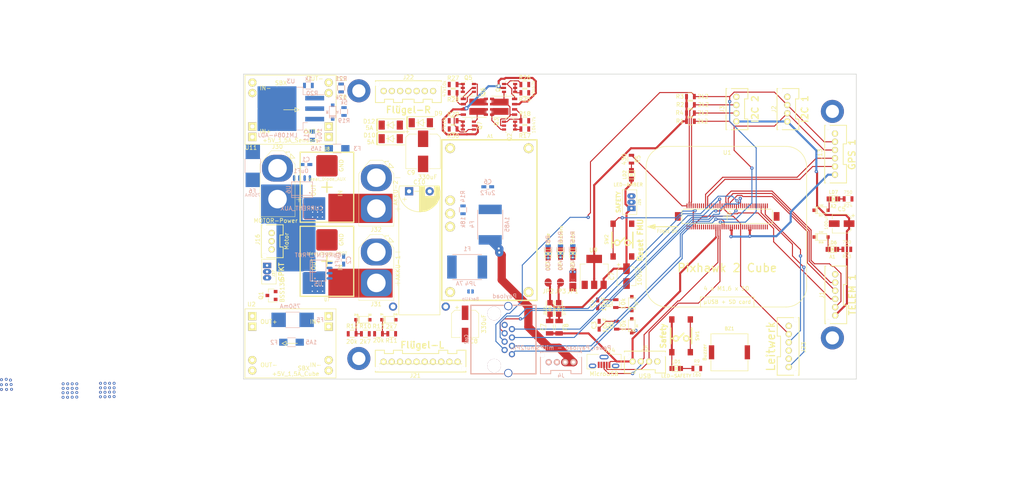
<source format=kicad_pcb>
(kicad_pcb (version 20171130) (host pcbnew "(2018-02-13 revision 365ab99a6)-makepkg")
  (layers (0 F.Cu signal) (31 B.Cu signal) (34 B.Paste user) (35 F.Paste user) (36 B.SilkS user) (37 F.SilkS user) (38 B.Mask user) (39 F.Mask user) (44 Edge.Cuts user))
  (net 0 "")
  (net 1 +5V_Sensors)
  (net 2 /ALARM)
  (net 3 GND)
  (net 4 /BATT­_CURRENT_SENS_PROT_1)
  (net 5 /AUX_BATT­_CURRENT_SENS_1)
  (net 6 /BATT­_CURRENT_SENS_PROT)
  (net 7 /AUX_BATT­_CURRENT_SENS)
  (net 8 /BATT­_VOLTAGE_SENS_PROT)
  (net 9 /AUX_BATT­_VOLTAGE_SENS)
  (net 10 +5V_Servo)
  (net 11 "Net-(F2-Pad1)")
  (net 12 +5V_Cube)
  (net 13 "Net-(F3-Pad1)")
  (net 14 "Net-(F5-Pad2)")
  (net 15 "Net-(F6-Pad2)")
  (net 16 /SERIAL1_RTS)
  (net 17 /SERIAL1_CTS)
  (net 18 /SERIAL1_RX)
  (net 19 /SERIAL1_TX)
  (net 20 /I2C_1_SDA)
  (net 21 /I2C_1_SCL)
  (net 22 /I2C_2_SCL)
  (net 23 /I2C_2_SDA)
  (net 24 /OTG_DP1)
  (net 25 /OTG_DM1)
  (net 26 /SERIAL2_TX)
  (net 27 /SERIAL2_RX)
  (net 28 /SERIAL_3_TX)
  (net 29 /SERIAL_3_RX)
  (net 30 /VDD_3V3_SPECTRUM_EN)
  (net 31 /IO-USART1_RX_SPECTRUM_DSM)
  (net 32 /IO-CH3-PROT)
  (net 33 /FMU-CH1-PROT)
  (net 34 /IO-CH1-PROT)
  (net 35 /IO-CH2-PROT)
  (net 36 /IO-CH5-PROT)
  (net 37 /IO-CH4-PROT)
  (net 38 /IO-CH6-PROT)
  (net 39 /IO-CH7-PROT)
  (net 40 "Net-(J24-Pad4)")
  (net 41 /SAFETY)
  (net 42 /IO-~LED_SAFETY_PROT)
  (net 43 /VBUS)
  (net 44 +3V3)
  (net 45 /FMU-~LED_AMBER)
  (net 46 /FMU-~RESET)
  (net 47 /FMU-CH3-PROT)
  (net 48 /FMU-CH2-PROT)
  (net 49 "Net-(U5-Pad1)")
  (net 50 "Net-(U6-Pad1)")
  (net 51 "Net-(A1-Pad2)")
  (net 52 "Net-(A1-Pad3)")
  (net 53 "Net-(A1-Pad4)")
  (net 54 "Net-(A1-Pad5)")
  (net 55 "Net-(A1-Pad6)")
  (net 56 "Net-(D6-Pad1)")
  (net 57 "Net-(J37-Pad2)")
  (net 58 "Net-(LD1-Pad2)")
  (net 59 "Net-(LD2-Pad2)")
  (net 60 "Net-(LD3-Pad2)")
  (net 61 "Net-(LD4-Pad2)")
  (net 62 "Net-(Q2-Pad1)")
  (net 63 "Net-(U1-Pad73)")
  (net 64 "Net-(U1-Pad71)")
  (net 65 "Net-(U1-Pad69)")
  (net 66 "Net-(U1-Pad67)")
  (net 67 "Net-(U1-Pad65)")
  (net 68 "Net-(U1-Pad57)")
  (net 69 "Net-(U1-Pad55)")
  (net 70 "Net-(U1-Pad51)")
  (net 71 "Net-(U1-Pad27)")
  (net 72 "Net-(U1-Pad11)")
  (net 73 "Net-(U1-Pad5)")
  (net 74 "Net-(U1-Pad3)")
  (net 75 "Net-(U1-Pad64)")
  (net 76 "Net-(U1-Pad46)")
  (net 77 "Net-(U1-Pad26)")
  (net 78 "Net-(U1-Pad14)")
  (net 79 "Net-(U1-Pad12)")
  (net 80 "Net-(U1-Pad10)")
  (net 81 "Net-(U1-Pad8)")
  (net 82 "Net-(U1-Pad1)")
  (net 83 "Net-(LD5-Pad2)")
  (net 84 "Net-(U1-Pad59)")
  (net 85 /Power_Supply/Recuperate)
  (net 86 "Net-(C10-Pad2)")
  (net 87 "Net-(D10-Pad2)")
  (net 88 "Net-(D12-Pad2)")
  (net 89 "Net-(R20-Pad2)")
  (net 90 "Net-(R21-Pad1)")
  (net 91 /Power_Supply/CrossFeed)
  (net 92 /Power_Supply)
  (net 93 "Net-(U1-Pad16)")
  (net 94 "Net-(U1-Pad18)")
  (net 95 "Net-(U1-Pad30)")
  (net 96 "Net-(U1-Pad32)")
  (net 97 "Net-(U1-Pad56)")
  (net 98 "Net-(U1-Pad58)")
  (net 99 "Net-(U1-Pad60)")
  (net 100 "Net-(U1-Pad62)")
  (net 101 "Net-(U1-Pad66)")
  (net 102 "Net-(U1-Pad21)")
  (net 103 "Net-(U1-Pad39)")
  (net 104 "Net-(U1-Pad41)")
  (net 105 "Net-(U1-Pad75)")
  (net 106 "Net-(U1-Pad77)")
  (net 107 "Net-(U1-Pad79)")
  (net 108 "Net-(D16-Pad1)")
  (net 109 "Net-(D17-Pad1)")
  (net 110 "Net-(LD6-Pad2)")
  (net 111 "Net-(LD7-Pad2)")
  (net 112 "Net-(D7-Pad1)")
  (net 113 /Power_Supply/ID_Ser_1)
  (net 114 /Power_Supply/ID_Cub_1)
  (net 115 /Power_Supply/ID_Sen_1)
  (net 116 /Power_Supply/ID_Cub_2)
  (net 117 /Power_Supply/ID_CrossFeed)
  (net 118 "Net-(Q2-Pad4)")
  (net 119 "Net-(Q3-Pad4)")
  (net 120 "Net-(Q4-Pad1)")
  (net 121 "Net-(Q5-Pad1)")
  (net 122 "Net-(Q5-Pad4)")
  (net 123 "Net-(Q6-Pad4)")
  (net 124 "Net-(Q7-Pad1)")
  (module Package_SO:PowerPAK_SO-8_Dual (layer F.Cu) (at 234.95 94.175 180)
    (fp_text reference Q3 (at 1.75 -3.675 270) (layer F.SilkS))
    (fp_text value SI7997DP)
    (pad 6 smd rect (at 0.69 1.13 180) (size 3.81 1.65) (layers F.Cu F.Paste F.Mask) (net 117 /Power_Supply/ID_CrossFeed))
    (pad 5 smd rect (at 0.69 -1.13 180) (size 3.81 1.65) (layers F.Cu F.Paste F.Mask) (net 115 /Power_Supply/ID_Sen_1))
    (pad 5 smd rect (at 2.795 -1.905 180) (size 1.02 0.61) (layers F.Cu F.Paste F.Mask) (net 115 /Power_Supply/ID_Sen_1))
    (pad 5 smd rect (at 2.795 -0.635 180) (size 1.02 0.61) (layers F.Cu F.Paste F.Mask) (net 115 /Power_Supply/ID_Sen_1))
    (pad 6 smd rect (at 2.795 0.635 180) (size 1.02 0.61) (layers F.Cu F.Paste F.Mask) (net 117 /Power_Supply/ID_CrossFeed))
    (pad 6 smd rect (at 2.795 1.905 180) (size 1.02 0.61) (layers F.Cu F.Paste F.Mask) (net 117 /Power_Supply/ID_CrossFeed))
    (pad 4 smd rect (at -2.67 1.905 180) (size 1.27 0.61) (layers F.Cu F.Paste F.Mask) (net 119 "Net-(Q3-Pad4)"))
    (pad 3 smd rect (at -2.67 0.635 180) (size 1.27 0.61) (layers F.Cu F.Paste F.Mask) (net 91 /Power_Supply/CrossFeed))
    (pad 2 smd rect (at -2.67 -0.635 180) (size 1.27 0.61) (layers F.Cu F.Paste F.Mask) (net 118 "Net-(Q2-Pad4)"))
    (pad 1 smd rect (at -2.67 -1.905 180) (size 1.27 0.61) (layers F.Cu F.Paste F.Mask) (net 117 /Power_Supply/ID_CrossFeed))
  )
  (module manuf:TEXAS-R-PDSS-T7 (layer F.Cu) (at 231.5 121.7 270)
    (fp_text reference A1 (at -20.375 -0.225 180) (layer F.SilkS) (effects (font (size 0.8 0.8))))
    (fp_text value +5V3_6A_Servo)
    (pad 1 thru_hole circle (at -17.465 -9.525 270) (size 2.4 2.4) (drill 1.4) (layers *.Cu *.Mask F.SilkS) (net 3 GND))
    (pad 2 thru_hole circle (at -17.465 9.525 270) (size 2.4 2.4) (drill 1.4) (layers *.Cu *.Mask F.SilkS) (net 51 "Net-(A1-Pad2)"))
    (pad 3 thru_hole circle (at -4.765 9.525 270) (size 2.4 2.4) (drill 1.4) (layers *.Cu *.Mask F.SilkS) (net 52 "Net-(A1-Pad3)"))
    (pad 4 thru_hole circle (at -1.585 9.525 270) (size 2.4 2.4) (drill 1.4) (layers *.Cu *.Mask F.SilkS) (net 53 "Net-(A1-Pad4)"))
    (pad 5 thru_hole circle (at 1.595 9.525 270) (size 2.4 2.4) (drill 1.4) (layers *.Cu *.Mask F.SilkS) (net 91 /Power_Supply/CrossFeed))
    (pad 6 thru_hole circle (at 17.475 9.525 270) (size 2.4 2.4) (drill 1.4) (layers *.Cu *.Mask F.SilkS) (net 55 "Net-(A1-Pad6)"))
    (pad 7 thru_hole circle (at 17.475 -9.525 270) (size 2.4 2.4) (drill 1.4) (layers *.Cu *.Mask F.SilkS) (net 3 GND))
  )
  (module Capacitors-[MS]:CP_Radial_D10.0mm_P5.00mm_horizontal (layer F.Cu) (at 212 114.7)
    (fp_text reference C10 (at 2.5 -2.2) (layer F.SilkS))
    (fp_text value 10F/3V)
    (pad 4 thru_hole circle (at 8.9 28) (size 2 2) (drill 1.2) (layers *.Cu *.Mask))
    (pad 3 thru_hole circle (at -3.9 28) (size 2 2) (drill 1.2) (layers *.Cu *.Mask))
    (pad 2 thru_hole circle (at 5 0) (size 2 2) (drill 1) (layers *.Cu *.Mask) (net 86 "Net-(C10-Pad2)"))
    (pad 1 thru_hole rect (at 0 0) (size 2 2) (drill 1) (layers *.Cu *.Mask) (net 92 /Power_Supply))
  )
  (module connectors-[JS]:JUMPER-SOLDER-SMD_mit_flaechenanschluss (layer B.Cu) (at 226.925 139.025 270)
    (fp_text reference JP4 (at -1.875 0) (layer B.SilkS) (effects (justify mirror)))
    (fp_text value BackUp (at 1.8 0 180) (layer B.SilkS) (effects (font (size 0.75 0.75) (thickness 0.1)) (justify mirror)))
    (pad 2 smd trapezoid (at 0 0.5 180) (size 0.6 1) (rect_delta 0.1 0) (layers B.Cu B.Mask) (net 55 "Net-(A1-Pad6)"))
    (pad 1 smd trapezoid (at 0 -0.5) (size 0.6 1) (rect_delta 0.1 0) (layers B.Cu B.Mask) (net 113 /Power_Supply/ID_Ser_1))
  )
  (module Power_Integrations:SO-8 (layer B.Cu) (at 189.9 133.95 90)
    (fp_text reference U5 (at -3.305 0.012 -180) (layer B.SilkS) (effects (justify mirror)))
    (fp_text value CURRENT_PROT (at 3.75 0 -180) (layer B.SilkS) (effects (justify mirror)))
    (pad 8 smd oval (at -1.905 2.794 90) (size 0.6096 1.4732) (layers B.Cu B.Paste B.Mask) (net 44 +3V3))
    (pad 7 smd oval (at -0.635 2.794 90) (size 0.6096 1.4732) (layers B.Cu B.Paste B.Mask) (net 4 /BATT­_CURRENT_SENS_PROT_1))
    (pad 6 smd oval (at 0.635 2.794 90) (size 0.6096 1.4732) (layers B.Cu B.Paste B.Mask) (net 44 +3V3))
    (pad 5 smd oval (at 1.905 2.794 90) (size 0.6096 1.4732) (layers B.Cu B.Paste B.Mask) (net 3 GND))
    (pad 4 smd oval (at 1.905 -2.794 90) (size 0.6096 1.4732) (layers B.Cu B.Paste B.Mask) (net 92 /Power_Supply))
    (pad 3 smd oval (at 0.635 -2.794 90) (size 0.6096 1.4732) (layers B.Cu B.Paste B.Mask) (net 92 /Power_Supply))
    (pad 2 smd oval (at -0.635 -2.794 90) (size 0.6096 1.4732) (layers B.Cu B.Paste B.Mask) (net 49 "Net-(U5-Pad1)"))
    (pad 1 smd oval (at -1.905 -2.794 90) (size 0.6096 1.4732) (layers B.Cu B.Paste B.Mask) (net 49 "Net-(U5-Pad1)"))
  )
  (module Pixhawk_2-Cube:Pixhawk-2_Cube (layer F.Cu) (at 289.25 120.8 180)
    (fp_text reference U1 (at 0 15.5 180) (layer F.SilkS))
    (fp_text value Pixhawk_2_Cube_80-Pin_Header)
    (fp_text user "µUSB + SD card" (at 0 -20.75 180) (layer F.SilkS) (effects (font (size 0.9 0.9))))
    (fp_text user "Flight Dir" (at 14.55 -3.55 180) (layer F.SilkS) (effects (font (size 0.9 0.7) (thickness 0.125))))
    (fp_text user "4 x M1,6 x 10" (at 0.2 -17.5 180) (layer F.SilkS))
    (fp_text user 0 (at -0.6 0.8 180) (layer F.SilkS) (effects (font (size 0.9 0.7) (thickness 0.125))))
    (fp_text user "Pixhawk 2 Cube" (at 0 -12.5 180) (layer F.SilkS) (effects (font (size 2 2) (thickness 0.3))))
    (pad "" np_thru_hole circle (at 15.2 -17.5 270) (size 1.8 1.8) (drill 1.8) (layers *.Cu *.Mask) (clearance 1))
    (pad "" np_thru_hole circle (at -14.8 -17.5 270) (size 1.8 1.8) (drill 1.8) (layers *.Cu *.Mask) (clearance 1))
    (pad "" np_thru_hole circle (at 15.2 12.5 270) (size 1.8 1.8) (drill 1.8) (layers *.Cu *.Mask) (clearance 1))
    (pad "" np_thru_hole circle (at -14.8 12.5 270) (size 1.8 1.8) (drill 1.8) (layers *.Cu *.Mask) (clearance 1))
    (pad 0 smd rect (at -12.000832 0.00028 180) (size 1.4 2.1) (layers F.Cu F.Paste F.Mask))
    (pad 0 smd rect (at 11.999168 0 180) (size 1.4 2.1) (layers F.Cu F.Paste F.Mask))
    (pad "" np_thru_hole circle (at -11 1.9 180) (size 0.65 0.65) (drill 0.65) (layers *.Cu *.Mask) (clearance 0.15))
    (pad "" np_thru_hole circle (at 11 1.9 180) (size 0.65 0.65) (drill 0.65) (layers *.Cu *.Mask) (clearance 0.15))
    (pad 2 smd rect (at 9.748336 2.575 180) (size 0.25 1.15) (layers F.Cu F.Paste F.Mask) (net 45 /FMU-~LED_AMBER))
    (pad 1 smd rect (at 9.748336 -2.57472 180) (size 0.25 1.15) (layers F.Cu F.Paste F.Mask) (net 82 "Net-(U1-Pad1)"))
    (pad 4 smd rect (at 9.248336 2.575 180) (size 0.25 1.15) (layers F.Cu F.Paste F.Mask) (net 23 /I2C_2_SDA))
    (pad 6 smd rect (at 8.748336 2.575 180) (size 0.25 1.15) (layers F.Cu F.Paste F.Mask) (net 22 /I2C_2_SCL))
    (pad 8 smd rect (at 8.248336 2.575 180) (size 0.25 1.15) (layers F.Cu F.Paste F.Mask) (net 81 "Net-(U1-Pad8)"))
    (pad 10 smd rect (at 7.748336 2.575 180) (size 0.25 1.15) (layers F.Cu F.Paste F.Mask) (net 80 "Net-(U1-Pad10)"))
    (pad 12 smd rect (at 7.248336 2.575 180) (size 0.25 1.15) (layers F.Cu F.Paste F.Mask) (net 79 "Net-(U1-Pad12)"))
    (pad 14 smd rect (at 6.748336 2.575 180) (size 0.25 1.15) (layers F.Cu F.Paste F.Mask) (net 78 "Net-(U1-Pad14)"))
    (pad 16 smd rect (at 6.248336 2.575 180) (size 0.25 1.15) (layers F.Cu F.Paste F.Mask) (net 93 "Net-(U1-Pad16)"))
    (pad 18 smd rect (at 5.748336 2.575 180) (size 0.25 1.15) (layers F.Cu F.Paste F.Mask) (net 94 "Net-(U1-Pad18)"))
    (pad 20 smd rect (at 5.248336 2.575 180) (size 0.25 1.15) (layers F.Cu F.Paste F.Mask) (net 29 /SERIAL_3_RX))
    (pad 22 smd rect (at 4.748336 2.575 180) (size 0.25 1.15) (layers F.Cu F.Paste F.Mask) (net 28 /SERIAL_3_TX))
    (pad 24 smd rect (at 4.248336 2.575 180) (size 0.25 1.15) (layers F.Cu F.Paste F.Mask) (net 2 /ALARM))
    (pad 26 smd rect (at 3.748336 2.575 180) (size 0.25 1.15) (layers F.Cu F.Paste F.Mask) (net 77 "Net-(U1-Pad26)"))
    (pad 28 smd rect (at 3.248336 2.575 180) (size 0.25 1.15) (layers F.Cu F.Paste F.Mask) (net 42 /IO-~LED_SAFETY_PROT))
    (pad 30 smd rect (at 2.748336 2.575 180) (size 0.25 1.15) (layers F.Cu F.Paste F.Mask) (net 95 "Net-(U1-Pad30)"))
    (pad 32 smd rect (at 2.248336 2.575 180) (size 0.25 1.15) (layers F.Cu F.Paste F.Mask) (net 96 "Net-(U1-Pad32)"))
    (pad 34 smd rect (at 1.748336 2.575 180) (size 0.25 1.15) (layers F.Cu F.Paste F.Mask) (net 27 /SERIAL2_RX))
    (pad 36 smd rect (at 1.248336 2.575 180) (size 0.25 1.15) (layers F.Cu F.Paste F.Mask) (net 26 /SERIAL2_TX))
    (pad 38 smd rect (at 0.748336 2.575 180) (size 0.25 1.15) (layers F.Cu F.Paste F.Mask) (net 18 /SERIAL1_RX))
    (pad 40 smd rect (at 0.248336 2.575 180) (size 0.25 1.15) (layers F.Cu F.Paste F.Mask) (net 19 /SERIAL1_TX))
    (pad 42 smd rect (at -0.251664 2.575 180) (size 0.25 1.15) (layers F.Cu F.Paste F.Mask) (net 16 /SERIAL1_RTS))
    (pad 44 smd rect (at -0.751664 2.575 180) (size 0.25 1.15) (layers F.Cu F.Paste F.Mask) (net 17 /SERIAL1_CTS))
    (pad 46 smd rect (at -1.251664 2.575 180) (size 0.25 1.15) (layers F.Cu F.Paste F.Mask) (net 76 "Net-(U1-Pad46)"))
    (pad 48 smd rect (at -1.751664 2.575 180) (size 0.25 1.15) (layers F.Cu F.Paste F.Mask) (net 31 /IO-USART1_RX_SPECTRUM_DSM))
    (pad 50 smd rect (at -2.251664 2.575 180) (size 0.25 1.15) (layers F.Cu F.Paste F.Mask) (net 33 /FMU-CH1-PROT))
    (pad 52 smd rect (at -2.751664 2.575 180) (size 0.25 1.15) (layers F.Cu F.Paste F.Mask) (net 48 /FMU-CH2-PROT))
    (pad 54 smd rect (at -3.251664 2.575 180) (size 0.25 1.15) (layers F.Cu F.Paste F.Mask) (net 47 /FMU-CH3-PROT))
    (pad 56 smd rect (at -3.751664 2.575 180) (size 0.25 1.15) (layers F.Cu F.Paste F.Mask) (net 97 "Net-(U1-Pad56)"))
    (pad 58 smd rect (at -4.251664 2.575 180) (size 0.25 1.15) (layers F.Cu F.Paste F.Mask) (net 98 "Net-(U1-Pad58)"))
    (pad 60 smd rect (at -4.751664 2.575 180) (size 0.25 1.15) (layers F.Cu F.Paste F.Mask) (net 99 "Net-(U1-Pad60)"))
    (pad 62 smd rect (at -5.251664 2.575 180) (size 0.25 1.15) (layers F.Cu F.Paste F.Mask) (net 100 "Net-(U1-Pad62)"))
    (pad 64 smd rect (at -5.751664 2.575 180) (size 0.25 1.15) (layers F.Cu F.Paste F.Mask) (net 75 "Net-(U1-Pad64)"))
    (pad 66 smd rect (at -6.251664 2.575 180) (size 0.25 1.15) (layers F.Cu F.Paste F.Mask) (net 101 "Net-(U1-Pad66)"))
    (pad 68 smd rect (at -6.751664 2.575 180) (size 0.25 1.15) (layers F.Cu F.Paste F.Mask) (net 39 /IO-CH7-PROT))
    (pad 70 smd rect (at -7.251664 2.575 180) (size 0.25 1.15) (layers F.Cu F.Paste F.Mask) (net 38 /IO-CH6-PROT))
    (pad 72 smd rect (at -7.751664 2.575 180) (size 0.25 1.15) (layers F.Cu F.Paste F.Mask) (net 36 /IO-CH5-PROT))
    (pad 74 smd rect (at -8.251664 2.575 180) (size 0.25 1.15) (layers F.Cu F.Paste F.Mask) (net 37 /IO-CH4-PROT))
    (pad 76 smd rect (at -8.751664 2.575 180) (size 0.25 1.15) (layers F.Cu F.Paste F.Mask) (net 32 /IO-CH3-PROT))
    (pad 78 smd rect (at -9.251664 2.575 180) (size 0.25 1.15) (layers F.Cu F.Paste F.Mask) (net 35 /IO-CH2-PROT))
    (pad 80 smd rect (at -9.751664 2.575 180) (size 0.25 1.15) (layers F.Cu F.Paste F.Mask) (net 34 /IO-CH1-PROT))
    (pad 3 smd rect (at 9.248336 -2.57472 180) (size 0.25 1.15) (layers F.Cu F.Paste F.Mask) (net 74 "Net-(U1-Pad3)"))
    (pad 5 smd rect (at 8.748336 -2.57472 180) (size 0.25 1.15) (layers F.Cu F.Paste F.Mask) (net 73 "Net-(U1-Pad5)"))
    (pad 7 smd rect (at 8.248336 -2.57472 180) (size 0.25 1.15) (layers F.Cu F.Paste F.Mask) (net 46 /FMU-~RESET))
    (pad 9 smd rect (at 7.748336 -2.57472 180) (size 0.25 1.15) (layers F.Cu F.Paste F.Mask) (net 10 +5V_Servo))
    (pad 11 smd rect (at 7.248336 -2.57472 180) (size 0.25 1.15) (layers F.Cu F.Paste F.Mask) (net 72 "Net-(U1-Pad11)"))
    (pad 13 smd rect (at 6.748336 -2.57472 180) (size 0.25 1.15) (layers F.Cu F.Paste F.Mask) (net 3 GND))
    (pad 15 smd rect (at 6.248336 -2.57472 180) (size 0.25 1.15) (layers F.Cu F.Paste F.Mask) (net 3 GND))
    (pad 17 smd rect (at 5.748336 -2.57472 180) (size 0.25 1.15) (layers F.Cu F.Paste F.Mask) (net 41 /SAFETY))
    (pad 19 smd rect (at 5.248336 -2.57472 180) (size 0.25 1.15) (layers F.Cu F.Paste F.Mask) (net 30 /VDD_3V3_SPECTRUM_EN))
    (pad 21 smd rect (at 4.748336 -2.57472 180) (size 0.25 1.15) (layers F.Cu F.Paste F.Mask) (net 102 "Net-(U1-Pad21)"))
    (pad 23 smd rect (at 4.248336 -2.57472 180) (size 0.25 1.15) (layers F.Cu F.Paste F.Mask) (net 9 /AUX_BATT­_VOLTAGE_SENS))
    (pad 25 smd rect (at 3.748336 -2.57472 180) (size 0.25 1.15) (layers F.Cu F.Paste F.Mask) (net 7 /AUX_BATT­_CURRENT_SENS))
    (pad 27 smd rect (at 3.248336 -2.57472 180) (size 0.25 1.15) (layers F.Cu F.Paste F.Mask) (net 71 "Net-(U1-Pad27)"))
    (pad 29 smd rect (at 2.748336 -2.57472 180) (size 0.25 1.15) (layers F.Cu F.Paste F.Mask) (net 43 /VBUS))
    (pad 31 smd rect (at 2.248336 -2.57472 180) (size 0.25 1.15) (layers F.Cu F.Paste F.Mask) (net 24 /OTG_DP1))
    (pad 33 smd rect (at 1.748336 -2.57472 180) (size 0.25 1.15) (layers F.Cu F.Paste F.Mask) (net 25 /OTG_DM1))
    (pad 35 smd rect (at 1.248336 -2.57472 180) (size 0.25 1.15) (layers F.Cu F.Paste F.Mask) (net 20 /I2C_1_SDA))
    (pad 37 smd rect (at 0.748336 -2.57472 180) (size 0.25 1.15) (layers F.Cu F.Paste F.Mask) (net 21 /I2C_1_SCL))
    (pad 39 smd rect (at 0.248336 -2.57472 180) (size 0.25 1.15) (layers F.Cu F.Paste F.Mask) (net 103 "Net-(U1-Pad39)"))
    (pad 41 smd rect (at -0.251664 -2.57472 180) (size 0.25 1.15) (layers F.Cu F.Paste F.Mask) (net 104 "Net-(U1-Pad41)"))
    (pad 43 smd rect (at -0.751664 -2.57472 180) (size 0.25 1.15) (layers F.Cu F.Paste F.Mask) (net 12 +5V_Cube))
    (pad 45 smd rect (at -1.251664 -2.57472 180) (size 0.25 1.15) (layers F.Cu F.Paste F.Mask) (net 12 +5V_Cube))
    (pad 47 smd rect (at -1.751664 -2.57472 180) (size 0.25 1.15) (layers F.Cu F.Paste F.Mask) (net 8 /BATT­_VOLTAGE_SENS_PROT))
    (pad 49 smd rect (at -2.251664 -2.57472 180) (size 0.25 1.15) (layers F.Cu F.Paste F.Mask) (net 6 /BATT­_CURRENT_SENS_PROT))
    (pad 51 smd rect (at -2.751664 -2.57472 180) (size 0.25 1.15) (layers F.Cu F.Paste F.Mask) (net 70 "Net-(U1-Pad51)"))
    (pad 53 smd rect (at -3.251664 -2.57472 180) (size 0.25 1.15) (layers F.Cu F.Paste F.Mask) (net 10 +5V_Servo))
    (pad 55 smd rect (at -3.751664 -2.57472 180) (size 0.25 1.15) (layers F.Cu F.Paste F.Mask) (net 69 "Net-(U1-Pad55)"))
    (pad 57 smd rect (at -4.251664 -2.57472 180) (size 0.25 1.15) (layers F.Cu F.Paste F.Mask) (net 68 "Net-(U1-Pad57)"))
    (pad 59 smd rect (at -4.751664 -2.57472 180) (size 0.25 1.15) (layers F.Cu F.Paste F.Mask) (net 84 "Net-(U1-Pad59)"))
    (pad 61 smd rect (at -5.251664 -2.57472 180) (size 0.25 1.15) (layers F.Cu F.Paste F.Mask) (net 12 +5V_Cube))
    (pad 63 smd rect (at -5.751664 -2.57472 180) (size 0.25 1.15) (layers F.Cu F.Paste F.Mask) (net 12 +5V_Cube))
    (pad 65 smd rect (at -6.251664 -2.57472 180) (size 0.25 1.15) (layers F.Cu F.Paste F.Mask) (net 67 "Net-(U1-Pad65)"))
    (pad 67 smd rect (at -6.751664 -2.57472 180) (size 0.25 1.15) (layers F.Cu F.Paste F.Mask) (net 66 "Net-(U1-Pad67)"))
    (pad 69 smd rect (at -7.251664 -2.57472 180) (size 0.25 1.15) (layers F.Cu F.Paste F.Mask) (net 65 "Net-(U1-Pad69)"))
    (pad 71 smd rect (at -7.751664 -2.57472 180) (size 0.25 1.15) (layers F.Cu F.Paste F.Mask) (net 64 "Net-(U1-Pad71)"))
    (pad 73 smd rect (at -8.251664 -2.57472 180) (size 0.25 1.15) (layers F.Cu F.Paste F.Mask) (net 63 "Net-(U1-Pad73)"))
    (pad 75 smd rect (at -8.751664 -2.57472 180) (size 0.25 1.15) (layers F.Cu F.Paste F.Mask) (net 105 "Net-(U1-Pad75)"))
    (pad 77 smd rect (at -9.251664 -2.57472 180) (size 0.25 1.15) (layers F.Cu F.Paste F.Mask) (net 106 "Net-(U1-Pad77)"))
    (pad 79 smd rect (at -9.751664 -2.57472 180) (size 0.25 1.15) (layers F.Cu F.Paste F.Mask) (net 107 "Net-(U1-Pad79)"))
  )
  (module Power-IC:Mini_MP1584EN (layer F.Cu) (at 183.2 151.625)
    (fp_text reference U2 (at -9.475 -9.475) (layer F.SilkS))
    (fp_text value +5V_1,5A_Cube (at 1.25 7.41) (layer F.SilkS))
    (fp_text user SBX (at 3.22 6.05) (layer F.SilkS))
    (fp_text user OUT- (at -5.25 5.25) (layer F.SilkS))
    (fp_text user IN- (at 6.1 5.25) (layer F.SilkS))
    (fp_text user IN+ (at 6.1 -5.25) (layer F.SilkS))
    (fp_text user OUT+ (at -5.25 -5.25) (layer F.SilkS))
    (pad 1 thru_hole rect (at 9.271 -6.604) (size 2 2) (drill 1) (layers *.Cu *.Mask F.SilkS) (net 14 "Net-(F5-Pad2)"))
    (pad 2 thru_hole rect (at 9.271 -4.064) (size 2 2) (drill 1) (layers *.Cu *.Mask F.SilkS) (net 14 "Net-(F5-Pad2)"))
    (pad 4 thru_hole circle (at 9.271 6.604) (size 2 2) (drill 1) (layers *.Cu *.Mask F.SilkS) (net 3 GND))
    (pad 3 thru_hole circle (at 9.271 4.064) (size 2 2) (drill 1) (layers *.Cu *.Mask F.SilkS) (net 3 GND))
    (pad 8 thru_hole rect (at -9.271 -6.604) (size 2 2) (drill 1) (layers *.Cu *.Mask F.SilkS) (net 11 "Net-(F2-Pad1)"))
    (pad 7 thru_hole rect (at -9.271 -4.064) (size 2 2) (drill 1) (layers *.Cu *.Mask F.SilkS) (net 11 "Net-(F2-Pad1)"))
    (pad 6 thru_hole circle (at -9.271 4.064) (size 2 2) (drill 1) (layers *.Cu *.Mask F.SilkS) (net 3 GND))
    (pad 5 thru_hole circle (at -9.271 6.604) (size 2 2) (drill 1) (layers *.Cu *.Mask F.SilkS) (net 3 GND))
  )
  (module Power-IC:Mini_MP1584EN (layer F.Cu) (at 183.225 94.9 180)
    (fp_text reference U11 (at 9.625 -9.2) (layer F.SilkS))
    (fp_text value +5V_1,5A_Sensors (at -0.01 -7.42 180) (layer F.SilkS))
    (fp_text user SBX (at 2.33 6.5 180) (layer F.SilkS))
    (fp_text user OUT- (at -5.91 7.57 180) (layer F.SilkS))
    (fp_text user IN- (at 6.1 5.25 180) (layer F.SilkS))
    (fp_text user IN+ (at 6.1 -5.25 180) (layer F.SilkS))
    (fp_text user OUT+ (at -5.25 -5.25 180) (layer F.SilkS))
    (pad 1 thru_hole rect (at 9.271 -6.604 180) (size 2 2) (drill 1) (layers *.Cu *.Mask F.SilkS) (net 15 "Net-(F6-Pad2)"))
    (pad 2 thru_hole rect (at 9.271 -4.064 180) (size 2 2) (drill 1) (layers *.Cu *.Mask F.SilkS) (net 15 "Net-(F6-Pad2)"))
    (pad 4 thru_hole circle (at 9.271 6.604 180) (size 2 2) (drill 1) (layers *.Cu *.Mask F.SilkS) (net 3 GND))
    (pad 3 thru_hole circle (at 9.271 4.064 180) (size 2 2) (drill 1) (layers *.Cu *.Mask F.SilkS) (net 3 GND))
    (pad 8 thru_hole rect (at -9.271 -6.604 180) (size 2 2) (drill 1) (layers *.Cu *.Mask F.SilkS) (net 13 "Net-(F3-Pad1)"))
    (pad 7 thru_hole rect (at -9.271 -4.064 180) (size 2 2) (drill 1) (layers *.Cu *.Mask F.SilkS) (net 13 "Net-(F3-Pad1)"))
    (pad 6 thru_hole circle (at -9.271 4.064 180) (size 2 2) (drill 1) (layers *.Cu *.Mask F.SilkS) (net 3 GND))
    (pad 5 thru_hole circle (at -9.271 6.604 180) (size 2 2) (drill 1) (layers *.Cu *.Mask F.SilkS) (net 3 GND))
  )
  (module w_smd_diode:sod123 (layer B.Cu) (at 193.45 95.475 270)
    (fp_text reference D8 (at 0 1.30048 270) (layer B.SilkS) (effects (font (size 0.4 0.4) (thickness 0.1)) (justify mirror)))
    (fp_text value 3V (at 0 -1.19888 270) (layer B.SilkS) (effects (font (size 0.4 0.4) (thickness 0.1)) (justify mirror)))
    (pad 1 smd rect (at -1.67386 0 270) (size 0.8509 0.8509) (layers B.Cu B.Paste B.Mask) (net 85 /Power_Supply/Recuperate))
    (pad 2 smd rect (at 1.67386 0 270) (size 0.8509 0.8509) (layers B.Cu B.Paste B.Mask) (net 92 /Power_Supply))
  )
  (module connectors-[JS]:JUMPER-SOLDER-SMD_mit_flaechenanschluss (layer F.Cu) (at 251.766819 136.840018)
    (fp_text reference JP1 (at 0 2.1336) (layer F.SilkS))
    (fp_text value Servo)
    (pad 2 smd trapezoid (at 0 -0.5 90) (size 0.6 1) (rect_delta 0.1 0) (layers F.Cu F.Mask) (net 91 /Power_Supply/CrossFeed))
    (pad 1 smd trapezoid (at 0 0.5 270) (size 0.6 1) (rect_delta 0.1 0) (layers F.Cu F.Mask) (net 10 +5V_Servo))
  )
  (module stitching_vias:Stitching_Via-0_7mm (layer F.Cu) (at 139.275 161.325)
    (fp_text reference REF** hide)
    (fp_text value Stitching_Via-0_7mm hide)
    (pad 1 thru_hole circle (at 0 0) (size 0.7 0.7) (drill 0.3) (layers *.Cu) (net 3 GND))
  )
  (module stitching_vias:Stitching_Via-0_7mm (layer F.Cu) (at 137.075 162.425)
    (fp_text reference REF** hide)
    (fp_text value Stitching_Via-0_7mm hide)
    (pad 1 thru_hole circle (at 0 0) (size 0.7 0.7) (drill 0.3) (layers *.Cu) (net 3 GND))
  )
  (module stitching_vias:Stitching_Via-0_7mm (layer F.Cu) (at 138.175 162.425)
    (fp_text reference REF** hide)
    (fp_text value Stitching_Via-0_7mm hide)
    (pad 1 thru_hole circle (at 0 0) (size 0.7 0.7) (drill 0.3) (layers *.Cu) (net 3 GND))
  )
  (module stitching_vias:Stitching_Via-0_7mm (layer F.Cu) (at 138.15 163.5)
    (fp_text reference REF** hide)
    (fp_text value Stitching_Via-0_7mm hide)
    (pad 1 thru_hole circle (at 0 0) (size 0.7 0.7) (drill 0.3) (layers *.Cu) (net 3 GND))
  )
  (module stitching_vias:Stitching_Via-0_7mm (layer F.Cu) (at 138.15 164.6)
    (fp_text reference REF** hide)
    (fp_text value Stitching_Via-0_7mm hide)
    (pad 1 thru_hole circle (at 0 0) (size 0.7 0.7) (drill 0.3) (layers *.Cu) (net 3 GND))
  )
  (module stitching_vias:Stitching_Via-0_7mm (layer F.Cu) (at 139.275 164.575)
    (fp_text reference REF** hide)
    (fp_text value Stitching_Via-0_7mm hide)
    (pad 1 thru_hole circle (at 0 0) (size 0.7 0.7) (drill 0.3) (layers *.Cu) (net 3 GND))
  )
  (module stitching_vias:Stitching_Via-0_7mm (layer F.Cu) (at 140.375 163.45)
    (fp_text reference REF** hide)
    (fp_text value Stitching_Via-0_7mm hide)
    (pad 1 thru_hole circle (at 0 0) (size 0.7 0.7) (drill 0.3) (layers *.Cu) (net 3 GND))
  )
  (module stitching_vias:Stitching_Via-0_7mm (layer F.Cu) (at 137.05 163.5)
    (fp_text reference REF** hide)
    (fp_text value Stitching_Via-0_7mm hide)
    (pad 1 thru_hole circle (at 0 0) (size 0.7 0.7) (drill 0.3) (layers *.Cu) (net 3 GND))
  )
  (module stitching_vias:Stitching_Via-0_7mm (layer F.Cu) (at 140.375 161.325)
    (fp_text reference REF** hide)
    (fp_text value Stitching_Via-0_7mm hide)
    (pad 1 thru_hole circle (at 0 0) (size 0.7 0.7) (drill 0.3) (layers *.Cu) (net 3 GND))
  )
  (module stitching_vias:Stitching_Via-0_7mm (layer F.Cu) (at 139.275 163.475)
    (fp_text reference REF** hide)
    (fp_text value Stitching_Via-0_7mm hide)
    (pad 1 thru_hole circle (at 0 0) (size 0.7 0.7) (drill 0.3) (layers *.Cu) (net 3 GND))
  )
  (module stitching_vias:Stitching_Via-0_7mm (layer F.Cu) (at 140.375 164.55)
    (fp_text reference REF** hide)
    (fp_text value Stitching_Via-0_7mm hide)
    (pad 1 thru_hole circle (at 0 0) (size 0.7 0.7) (drill 0.3) (layers *.Cu) (net 3 GND))
  )
  (module stitching_vias:Stitching_Via-0_7mm (layer F.Cu) (at 140.375 162.425)
    (fp_text reference REF** hide)
    (fp_text value Stitching_Via-0_7mm hide)
    (pad 1 thru_hole circle (at 0 0) (size 0.7 0.7) (drill 0.3) (layers *.Cu) (net 3 GND))
  )
  (module stitching_vias:Stitching_Via-0_7mm (layer F.Cu) (at 137.05 164.6)
    (fp_text reference REF** hide)
    (fp_text value Stitching_Via-0_7mm hide)
    (pad 1 thru_hole circle (at 0 0) (size 0.7 0.7) (drill 0.3) (layers *.Cu) (net 3 GND))
  )
  (module stitching_vias:Stitching_Via-0_7mm (layer F.Cu) (at 137.075 161.325)
    (fp_text reference REF** hide)
    (fp_text value Stitching_Via-0_7mm hide)
    (pad 1 thru_hole circle (at 0 0) (size 0.7 0.7) (drill 0.3) (layers *.Cu) (net 3 GND))
  )
  (module stitching_vias:Stitching_Via-0_7mm (layer F.Cu) (at 138.175 161.325)
    (fp_text reference REF** hide)
    (fp_text value Stitching_Via-0_7mm hide)
    (pad 1 thru_hole circle (at 0 0) (size 0.7 0.7) (drill 0.3) (layers *.Cu) (net 3 GND))
  )
  (module stitching_vias:Stitching_Via-0_7mm (layer F.Cu) (at 139.275 162.425)
    (fp_text reference REF** hide)
    (fp_text value Stitching_Via-0_7mm hide)
    (pad 1 thru_hole circle (at 0 0) (size 0.7 0.7) (drill 0.3) (layers *.Cu) (net 3 GND))
  )
  (module devices_[JS]:PKMCS0909E4000-R1 (layer F.Cu) (at 289.8 153.8)
    (fp_text reference BZ1 (at 0 -5.75) (layer F.SilkS) (effects (font (size 0.8 0.8))))
    (fp_text value Buzzer (at -6 0.03 90) (layer F.SilkS) (effects (font (size 0.8 0.8))))
    (pad 2 smd rect (at 4.35 0) (size 1.3 3.4) (layers F.Cu F.Paste F.Mask) (net 3 GND))
    (pad 1 smd rect (at -4.35 0) (size 1.3 3.4) (layers F.Cu F.Paste F.Mask) (net 2 /ALARM))
  )
  (module TO_SOT_Packages_SMD:TO-263-3_TabPin2 (layer B.Cu) (at 183.3 94.625 180)
    (fp_text reference U3 (at 0 6.65 180) (layer B.SilkS) (effects (justify mirror)))
    (fp_text value LM1084-ADJ (at 3.225 -6.45 180) (layer B.SilkS) (effects (justify mirror)))
    (pad 2 smd rect (at 0.95 -2.775 180) (size 4.55 5.25) (layers B.Cu B.Paste) (net 85 /Power_Supply/Recuperate))
    (pad 2 smd rect (at 5.8 2.775 180) (size 4.55 5.25) (layers B.Cu B.Paste) (net 85 /Power_Supply/Recuperate))
    (pad 2 smd rect (at 0.95 2.775 180) (size 4.55 5.25) (layers B.Cu B.Paste) (net 85 /Power_Supply/Recuperate))
    (pad 2 smd rect (at 5.8 -2.775 180) (size 4.55 5.25) (layers B.Cu B.Paste) (net 85 /Power_Supply/Recuperate))
    (pad 2 smd rect (at 3.375 0 180) (size 9.4 10.8) (layers B.Cu B.Mask) (net 85 /Power_Supply/Recuperate))
    (pad 3 smd rect (at -5.775 -2.54 180) (size 4.6 1.1) (layers B.Cu B.Paste B.Mask) (net 92 /Power_Supply))
    (pad 2 smd rect (at -5.775 0 180) (size 4.6 1.1) (layers B.Cu B.Paste B.Mask) (net 85 /Power_Supply/Recuperate))
    (pad 1 smd rect (at -5.775 2.54 180) (size 4.6 1.1) (layers B.Cu B.Paste B.Mask) (net 89 "Net-(R20-Pad2)"))
  )
  (module Resistors-Mini-SMD:R_0805 (layer F.Cu) (at 195.475 89.6 90)
    (fp_text reference R22 (at 2.25 0.025 180) (layer F.SilkS))
    (fp_text value 470 (at -2.225 0 180) (layer F.SilkS))
    (pad 1 smd rect (at -0.95 0 90) (size 0.7 1.3) (layers F.Cu F.Paste F.Mask) (net 3 GND))
    (pad 2 smd rect (at 0.95 0 90) (size 0.7 1.3) (layers F.Cu F.Paste F.Mask) (net 90 "Net-(R21-Pad1)"))
  )
  (module Resistors-Mini-SMD:R_0805 (layer B.Cu) (at 195.5 89.6 270)
    (fp_text reference R21 (at -2.25 0) (layer B.SilkS) (effects (justify mirror)))
    (fp_text value 12k (at 2.325 0.025 180) (layer B.SilkS) (effects (justify mirror)))
    (pad 2 smd rect (at 0.95 0 270) (size 0.7 1.3) (layers B.Cu B.Paste B.Mask) (net 89 "Net-(R20-Pad2)"))
    (pad 1 smd rect (at -0.95 0 270) (size 0.7 1.3) (layers B.Cu B.Paste B.Mask) (net 90 "Net-(R21-Pad1)"))
  )
  (module Resistors-Mini-SMD:R_0805 (layer B.Cu) (at 187.55 89)
    (fp_text reference R20 (at 0.925 1.9) (layer B.SilkS) (effects (justify mirror)))
    (fp_text value 1k (at 0 -1.675) (layer B.SilkS) (effects (justify mirror)))
    (pad 1 smd rect (at -0.95 0) (size 0.7 1.3) (layers B.Cu B.Paste B.Mask) (net 85 /Power_Supply/Recuperate))
    (pad 2 smd rect (at 0.95 0) (size 0.7 1.3) (layers B.Cu B.Paste B.Mask) (net 89 "Net-(R20-Pad2)"))
  )
  (module Resistors-Mini-SMD:R_0805 (layer B.Cu) (at 196.2 95.325 90)
    (fp_text reference R19 (at -2.225 0 180) (layer B.SilkS) (effects (justify mirror)))
    (fp_text value 5k (at 2.2 0 180) (layer B.SilkS) (effects (justify mirror)))
    (pad 1 smd rect (at -0.95 0 90) (size 0.7 1.3) (layers B.Cu B.Paste B.Mask) (net 86 "Net-(C10-Pad2)"))
    (pad 2 smd rect (at 0.95 0 90) (size 0.7 1.3) (layers B.Cu B.Paste B.Mask) (net 85 /Power_Supply/Recuperate))
  )
  (module General_smd-[JS]:SOD-128 (layer F.Cu) (at 207.55 98.625 180)
    (fp_text reference D12 (at 5.25 0.9 180) (layer F.SilkS))
    (fp_text value 5A (at 5.2 -0.675 180) (layer F.SilkS))
    (pad 2 smd rect (at 2.2 0 180) (size 1.5 2.2) (layers F.Cu F.Paste F.Mask) (net 88 "Net-(D12-Pad2)"))
    (pad 1 smd rect (at -2.2 0 180) (size 1.5 2.2) (layers F.Cu F.Paste F.Mask) (net 85 /Power_Supply/Recuperate))
  )
  (module General_smd-[JS]:SOD-128 (layer F.Cu) (at 207.55 101.925 180)
    (fp_text reference D10 (at 5.175 0.825 180) (layer F.SilkS))
    (fp_text value 5A (at 4.875 -0.825 180) (layer F.SilkS))
    (pad 1 smd rect (at -2.2 0 180) (size 1.5 2.2) (layers F.Cu F.Paste F.Mask) (net 85 /Power_Supply/Recuperate))
    (pad 2 smd rect (at 2.2 0 180) (size 1.5 2.2) (layers F.Cu F.Paste F.Mask) (net 87 "Net-(D10-Pad2)"))
  )
  (module General_smd-[JS]:SOD-128 (layer F.Cu) (at 214.85 98.05 180)
    (fp_text reference D9 (at -4.275 2.25 180) (layer F.SilkS))
    (fp_text value 30V/2W)
    (pad 2 smd rect (at 2.2 0 180) (size 1.5 2.2) (layers F.Cu F.Paste F.Mask) (net 85 /Power_Supply/Recuperate))
    (pad 1 smd rect (at -2.2 0 180) (size 1.5 2.2) (layers F.Cu F.Paste F.Mask) (net 3 GND))
  )
  (module Capacitors_SMD:C_0805 (layer B.Cu) (at 188.525 101.2 270)
    (fp_text reference C11 (at 0 1.5 270) (layer B.SilkS) (effects (justify mirror)))
    (fp_text value 10uF (at 0 -1.75 270) (layer B.SilkS) (effects (justify mirror)))
    (pad 2 smd rect (at 1 0 270) (size 1 1.25) (layers B.Cu B.Paste B.Mask) (net 3 GND))
    (pad 1 smd rect (at -1 0 270) (size 1 1.25) (layers B.Cu B.Paste B.Mask) (net 92 /Power_Supply))
  )
  (module Capacitors_SMD:CP_Elec_8x10.5 (layer F.Cu) (at 215.4 105 270)
    (fp_text reference C9 (at 5.15 2.925) (layer F.SilkS))
    (fp_text value 330uF (at 6.25 -1.1) (layer F.SilkS))
    (fp_text user + (at -4.78 3.91 270) (layer F.SilkS))
    (pad 2 smd rect (at 3.05 0 90) (size 4 2.5) (layers F.Cu F.Paste F.Mask) (net 3 GND))
    (pad 1 smd rect (at -3.05 0 90) (size 4 2.5) (layers F.Cu F.Paste F.Mask) (net 85 /Power_Supply/Recuperate))
  )
  (module Capacitors_SMD:C_0603_HandSoldering (layer B.Cu) (at 186.95 108.2 180)
    (fp_text reference C1 (at 0 1.25 180) (layer B.SilkS) (effects (justify mirror)))
    (fp_text value 0uF1 (at 1.2 -1.55 180) (layer B.SilkS) (effects (justify mirror)))
    (pad 2 smd rect (at 0.95 0 180) (size 1.2 0.75) (layers B.Cu B.Paste B.Mask) (net 3 GND))
    (pad 1 smd rect (at -0.95 0 180) (size 1.2 0.75) (layers B.Cu B.Paste B.Mask) (net 44 +3V3))
  )
  (module Capacitors_SMD:C_0603_HandSoldering (layer F.Cu) (at 258.16 147.225 90)
    (fp_text reference C3 (at 0 -1.25 90) (layer F.SilkS))
    (fp_text value 10nF (at 0 1.5 90) (layer F.SilkS))
    (pad 2 smd rect (at 0.95 0 90) (size 1.2 0.75) (layers F.Cu F.Paste F.Mask) (net 3 GND))
    (pad 1 smd rect (at -0.95 0 90) (size 1.2 0.75) (layers F.Cu F.Paste F.Mask) (net 4 /BATT­_CURRENT_SENS_PROT_1))
  )
  (module Capacitors_SMD:C_0603_HandSoldering (layer F.Cu) (at 257.79 142.035 90)
    (fp_text reference C4 (at 0 -1.25 90) (layer F.SilkS))
    (fp_text value 10nF (at 0 1.5 90) (layer F.SilkS))
    (pad 2 smd rect (at 0.95 0 90) (size 1.2 0.75) (layers F.Cu F.Paste F.Mask) (net 3 GND))
    (pad 1 smd rect (at -0.95 0 90) (size 1.2 0.75) (layers F.Cu F.Paste F.Mask) (net 5 /AUX_BATT­_CURRENT_SENS_1))
  )
  (module Capacitors_SMD:C_0603_HandSoldering (layer B.Cu) (at 196.1 131.425 90)
    (fp_text reference C2 (at 0 1.25 90) (layer B.SilkS) (effects (justify mirror)))
    (fp_text value 0uF1 (at 0 -1.5 90) (layer B.SilkS) (effects (justify mirror)))
    (pad 2 smd rect (at 0.95 0 90) (size 1.2 0.75) (layers B.Cu B.Paste B.Mask) (net 3 GND))
    (pad 1 smd rect (at -0.95 0 90) (size 1.2 0.75) (layers B.Cu B.Paste B.Mask) (net 44 +3V3))
  )
  (module w_smd_diode:sod123 (layer F.Cu) (at 207.082136 145.893605 180)
    (fp_text reference D4 (at 1.7 1.3 180) (layer F.SilkS) (effects (font (size 0.4 0.4) (thickness 0.1))))
    (fp_text value 3V6 (at -1.6 1.3 180) (layer F.SilkS) (effects (font (size 0.4 0.4) (thickness 0.1))))
    (pad 2 smd rect (at 1.67386 0 180) (size 0.8509 0.8509) (layers F.Cu F.Paste F.Mask) (net 9 /AUX_BATT­_VOLTAGE_SENS))
    (pad 1 smd rect (at -1.67386 0 180) (size 0.8509 0.8509) (layers F.Cu F.Paste F.Mask) (net 3 GND))
  )
  (module w_smd_diode:sod123 (layer F.Cu) (at 200.775 145.9 180)
    (fp_text reference D3 (at -1.7 1.2 180) (layer F.SilkS) (effects (font (size 0.4 0.4) (thickness 0.1))))
    (fp_text value 3V6 (at 1.6 1.2 180) (layer F.SilkS) (effects (font (size 0.4 0.4) (thickness 0.1))))
    (pad 1 smd rect (at -1.67386 0 180) (size 0.8509 0.8509) (layers F.Cu F.Paste F.Mask) (net 3 GND))
    (pad 2 smd rect (at 1.67386 0 180) (size 0.8509 0.8509) (layers F.Cu F.Paste F.Mask) (net 8 /BATT­_VOLTAGE_SENS_PROT))
  )
  (module Resistors-Mini-SMD:R_0805 (layer B.Cu) (at 251.766819 128.840018 270)
    (fp_text reference R15 (at -3.05 0 270) (layer B.SilkS) (effects (justify mirror)))
    (fp_text value 430 (at 3.8 0 270) (layer B.SilkS) (effects (justify mirror)))
    (pad 1 smd rect (at -0.95 0 270) (size 0.7 1.3) (layers B.Cu B.Paste B.Mask) (net 3 GND))
    (pad 2 smd rect (at 0.95 0 270) (size 0.7 1.3) (layers B.Cu B.Paste B.Mask) (net 83 "Net-(LD5-Pad2)"))
  )
  (module w_smd_leds:Led_0805 (layer F.Cu) (at 251.766819 129.740018 270)
    (fp_text reference LD5 (at 3.1 0.1 270) (layer F.SilkS) (effects (font (size 0.8001 0.8001) (thickness 0.14986))))
    (fp_text value Servo (at -3.7 0.1 270) (layer F.SilkS) (effects (font (size 0.8001 0.8001) (thickness 0.14986))))
    (pad 1 smd rect (at -1.04902 0 270) (size 1.19888 1.19888) (layers F.Cu F.Paste F.Mask) (net 113 /Power_Supply/ID_Ser_1))
    (pad 2 smd rect (at 1.04902 0 270) (size 1.19888 1.19888) (layers F.Cu F.Paste F.Mask) (net 83 "Net-(LD5-Pad2)"))
  )
  (module w_smd_diode:sod123 (layer F.Cu) (at 266.09 141.975 270)
    (fp_text reference D2 (at 0 -1.30048 270) (layer F.SilkS) (effects (font (size 0.4 0.4) (thickness 0.1))))
    (fp_text value 3V6 hide)
    (pad 1 smd rect (at -1.67386 0 270) (size 0.8509 0.8509) (layers F.Cu F.Paste F.Mask) (net 3 GND))
    (pad 2 smd rect (at 1.67386 0 270) (size 0.8509 0.8509) (layers F.Cu F.Paste F.Mask) (net 7 /AUX_BATT­_CURRENT_SENS))
  )
  (module w_smd_diode:sod123 (layer F.Cu) (at 266.07 147.365 270)
    (fp_text reference D1 (at 0 -1.30048 270) (layer F.SilkS) (effects (font (size 0.4 0.4) (thickness 0.1))))
    (fp_text value 3V6 hide)
    (pad 2 smd rect (at 1.67386 0 270) (size 0.8509 0.8509) (layers F.Cu F.Paste F.Mask) (net 6 /BATT­_CURRENT_SENS_PROT))
    (pad 1 smd rect (at -1.67386 0 270) (size 0.8509 0.8509) (layers F.Cu F.Paste F.Mask) (net 3 GND))
  )
  (module Resistors_SMD:R_1812_HandSoldering (layer B.Cu) (at 174.05 108.525 90)
    (fp_text reference F6 (at -6.125 -0.125 180) (layer B.SilkS) (effects (justify mirror)))
    (fp_text value 750mA (at -7.1 -0.025 180) (layer B.SilkS) (effects (font (size 0.75 0.75) (thickness 0.1)) (justify mirror)))
    (pad 2 smd rect (at 3.4 0 90) (size 3.5 3.5) (layers B.Cu B.Paste B.Mask) (net 15 "Net-(F6-Pad2)"))
    (pad 1 smd rect (at -3.4 0 90) (size 3.5 3.5) (layers B.Cu B.Paste B.Mask) (net 92 /Power_Supply))
  )
  (module Resistors_SMD:R_1812_HandSoldering (layer B.Cu) (at 183.725 145.925)
    (fp_text reference F5 (at 6.65 0) (layer B.SilkS) (effects (justify mirror)))
    (fp_text value 750mA (at -0.59 -3.29) (layer B.SilkS) (effects (justify mirror)))
    (pad 1 smd rect (at -3.4 0) (size 3.5 3.5) (layers B.Cu B.Paste B.Mask) (net 92 /Power_Supply))
    (pad 2 smd rect (at 3.4 0) (size 3.5 3.5) (layers B.Cu B.Paste B.Mask) (net 14 "Net-(F5-Pad2)"))
  )
  (module Resistors-Mini-SMD:R_0805 (layer B.Cu) (at 225.1 119.2 270)
    (fp_text reference R14 (at -3.25 0.05 270) (layer B.SilkS) (effects (justify mirror)))
    (fp_text value 18k (at 3.05 0 270) (layer B.SilkS) (effects (justify mirror)))
    (pad 2 smd rect (at 0.95 0 270) (size 0.7 1.3) (layers B.Cu B.Paste B.Mask) (net 53 "Net-(A1-Pad4)"))
    (pad 1 smd rect (at -0.95 0 270) (size 0.7 1.3) (layers B.Cu B.Paste B.Mask) (net 3 GND))
  )
  (module Resistors-Mini-SMD:R_0805 (layer B.Cu) (at 245.766819 128.888782 270)
    (fp_text reference R8 (at -2.55 0 270) (layer B.SilkS) (effects (justify mirror)))
    (fp_text value 430 (at 3.751236 0 270) (layer B.SilkS) (effects (justify mirror)))
    (pad 1 smd rect (at -0.95 0 270) (size 0.7 1.3) (layers B.Cu B.Paste B.Mask) (net 3 GND))
    (pad 2 smd rect (at 0.95 0 270) (size 0.7 1.3) (layers B.Cu B.Paste B.Mask) (net 60 "Net-(LD3-Pad2)"))
  )
  (module con-lumberg:Fuse_SMD2920 (layer B.Cu) (at 231.7 122.8 90)
    (fp_text reference F4 (at 0.05 -4.4 90) (layer B.SilkS) (effects (justify mirror)))
    (fp_text value 1A85 (at 0.05 4.1 90) (layer B.SilkS) (effects (justify mirror)))
    (pad 2 smd rect (at 3.7 0) (size 5.6 2.3) (layers B.Cu B.Paste B.Mask) (net 51 "Net-(A1-Pad2)"))
    (pad 1 smd rect (at -3.7 0) (size 5.6 2.3) (layers B.Cu B.Paste B.Mask) (net 92 /Power_Supply))
  )
  (module Resistors_SMD:R_1206_HandSoldering (layer B.Cu) (at 194.525 104.325)
    (fp_text reference F3 (at 4.9 0) (layer B.SilkS) (effects (justify mirror)))
    (fp_text value 1A5 (at -5.05 0) (layer B.SilkS) (effects (justify mirror)))
    (pad 2 smd rect (at 2 0) (size 2 1.7) (layers B.Cu B.Paste B.Mask) (net 115 /Power_Supply/ID_Sen_1))
    (pad 1 smd rect (at -2 0) (size 2 1.7) (layers B.Cu B.Paste B.Mask) (net 13 "Net-(F3-Pad1)"))
  )
  (module Resistors_SMD:R_1206_HandSoldering (layer B.Cu) (at 183.45 151.35)
    (fp_text reference F2 (at -4.25 0.05) (layer B.SilkS) (effects (justify mirror)))
    (fp_text value 1A5 (at 4.8 0) (layer B.SilkS) (effects (justify mirror)))
    (pad 1 smd rect (at -2 0) (size 2 1.7) (layers B.Cu B.Paste B.Mask) (net 11 "Net-(F2-Pad1)"))
    (pad 2 smd rect (at 2 0) (size 2 1.7) (layers B.Cu B.Paste B.Mask) (net 114 /Power_Supply/ID_Cub_1))
  )
  (module con-lumberg:Fuse_SMD2920 (layer B.Cu) (at 226.1 133.1)
    (fp_text reference F1 (at 0 -4.4) (layer B.SilkS) (effects (justify mirror)))
    (fp_text value 7A (at -1.825 4) (layer B.SilkS) (effects (justify mirror)))
    (pad 1 smd rect (at -3.7 0 270) (size 5.6 2.3) (layers B.Cu B.Paste B.Mask) (net 55 "Net-(A1-Pad6)"))
    (pad 2 smd rect (at 3.7 0 270) (size 5.6 2.3) (layers B.Cu B.Paste B.Mask) (net 113 /Power_Supply/ID_Ser_1))
  )
  (module Resistors-Mini-SMD:R_0805 (layer B.Cu) (at 248.766819 128.890018 270)
    (fp_text reference R16 (at -3.05 0 270) (layer B.SilkS) (effects (justify mirror)))
    (fp_text value 430 (at 3.65 0 270) (layer B.SilkS) (effects (justify mirror)))
    (pad 1 smd rect (at -0.95 0 270) (size 0.7 1.3) (layers B.Cu B.Paste B.Mask) (net 3 GND))
    (pad 2 smd rect (at 0.95 0 270) (size 0.7 1.3) (layers B.Cu B.Paste B.Mask) (net 61 "Net-(LD4-Pad2)"))
  )
  (module w_smd_leds:Led_0805 (layer F.Cu) (at 248.766819 129.690018 270)
    (fp_text reference LD4 (at 3 0.1 270) (layer F.SilkS) (effects (font (size 0.8001 0.8001) (thickness 0.14986))))
    (fp_text value Sensors (at -4.3 -0.1 270) (layer F.SilkS) (effects (font (size 0.8001 0.8001) (thickness 0.14986))))
    (pad 2 smd rect (at 1.04902 0 270) (size 1.19888 1.19888) (layers F.Cu F.Paste F.Mask) (net 61 "Net-(LD4-Pad2)"))
    (pad 1 smd rect (at -1.04902 0 270) (size 1.19888 1.19888) (layers F.Cu F.Paste F.Mask) (net 115 /Power_Supply/ID_Sen_1))
  )
  (module w_smd_leds:Led_0805 (layer F.Cu) (at 245.766819 129.840018 270)
    (fp_text reference LD3 (at 3 0.1 270) (layer F.SilkS) (effects (font (size 0.8001 0.8001) (thickness 0.14986))))
    (fp_text value Cube (at -3.5 0 270) (layer F.SilkS) (effects (font (size 0.8001 0.8001) (thickness 0.14986))))
    (pad 1 smd rect (at -1.04902 0 270) (size 1.19888 1.19888) (layers F.Cu F.Paste F.Mask) (net 114 /Power_Supply/ID_Cub_1))
    (pad 2 smd rect (at 1.04902 0 270) (size 1.19888 1.19888) (layers F.Cu F.Paste F.Mask) (net 60 "Net-(LD3-Pad2)"))
  )
  (module w_smd_leds:Led_0805 (layer F.Cu) (at 266 110.7 90)
    (fp_text reference LD2 (at 0 -1.651 90) (layer F.SilkS) (effects (font (size 0.8001 0.8001) (thickness 0.14986))))
    (fp_text value LED-AMBER (at -2.4 -0.8) (layer F.SilkS) (effects (font (size 0.8001 0.8001) (thickness 0.14986))))
    (pad 1 smd rect (at -1.04902 0 90) (size 1.19888 1.19888) (layers F.Cu F.Paste F.Mask) (net 12 +5V_Cube))
    (pad 2 smd rect (at 1.04902 0 90) (size 1.19888 1.19888) (layers F.Cu F.Paste F.Mask) (net 59 "Net-(LD2-Pad2)"))
  )
  (module conn-test:JUMPER-SOLDER-SMD (layer F.Cu) (at 248.766819 136.840018)
    (fp_text reference JP3 (at 0 2.1336) (layer F.SilkS))
    (fp_text value Sensors)
    (fp_line (start -0.6604 -0.254) (end 0.6604 -0.254) (layer F.Cu) (width 0.15))
    (fp_line (start 0.6604 -0.254) (end 0.6604 -0.3556) (layer F.Cu) (width 0.15))
    (fp_line (start 0.6604 -0.3556) (end -0.6604 -0.3556) (layer F.Cu) (width 0.15))
    (fp_line (start -0.6604 -0.3556) (end -0.6604 -0.4572) (layer F.Cu) (width 0.15))
    (fp_line (start -0.6604 -0.4572) (end 0.6096 -0.4572) (layer F.Cu) (width 0.15))
    (fp_line (start 0.6096 -0.4572) (end 0.6096 -0.5588) (layer F.Cu) (width 0.15))
    (fp_line (start 0.6096 -0.5588) (end -0.5588 -0.5588) (layer F.Cu) (width 0.15))
    (fp_line (start -0.5588 -0.5588) (end -0.508 -0.6604) (layer F.Cu) (width 0.15))
    (fp_line (start -0.508 -0.6604) (end 0.4572 -0.6604) (layer F.Cu) (width 0.15))
    (fp_line (start 0.4572 -0.6604) (end 0.3556 -0.762) (layer F.Cu) (width 0.15))
    (fp_line (start 0.3556 -0.762) (end -0.3556 -0.762) (layer F.Cu) (width 0.15))
    (fp_line (start -0.3556 -0.762) (end -0.3048 -0.8128) (layer F.Cu) (width 0.15))
    (fp_line (start -0.3048 -0.8128) (end 0.254 -0.8128) (layer F.Cu) (width 0.15))
    (fp_line (start 0.6096 0.4572) (end 0.6096 0.5588) (layer F.Cu) (width 0.15))
    (fp_line (start 0.6096 0.5588) (end -0.508 0.5588) (layer F.Cu) (width 0.15))
    (fp_line (start -0.508 0.5588) (end -0.508 0.6604) (layer F.Cu) (width 0.15))
    (fp_line (start -0.508 0.6604) (end 0.4572 0.6604) (layer F.Cu) (width 0.15))
    (fp_line (start 0.4572 0.6604) (end 0.4572 0.7112) (layer F.Cu) (width 0.15))
    (fp_line (start 0.4572 0.7112) (end -0.4064 0.7112) (layer F.Cu) (width 0.15))
    (fp_line (start -0.4064 0.7112) (end -0.4064 0.762) (layer F.Cu) (width 0.15))
    (fp_line (start -0.4064 0.762) (end 0.3048 0.762) (layer F.Cu) (width 0.15))
    (fp_line (start 0.3048 0.762) (end 0.3048 0.8128) (layer F.Cu) (width 0.15))
    (fp_line (start 0.3048 0.8128) (end -0.254 0.8128) (layer F.Cu) (width 0.15))
    (fp_line (start -0.7112 0.254) (end 0.6604 0.254) (layer F.Cu) (width 0.15))
    (fp_line (start 0.6604 0.254) (end 0.6604 0.3556) (layer F.Cu) (width 0.15))
    (fp_line (start 0.6604 0.3556) (end -0.6604 0.3556) (layer F.Cu) (width 0.15))
    (fp_line (start -0.6604 0.3556) (end -0.6604 0.4572) (layer F.Cu) (width 0.15))
    (fp_line (start -0.6604 0.4572) (end 0.6096 0.4572) (layer F.Cu) (width 0.15))
    (fp_line (start 0.6096 0.4572) (end 0.6096 0.508) (layer F.Cu) (width 0.15))
    (fp_line (start -0.762 0.1524) (end 0.762 0.1524) (layer F.Cu) (width 0.15))
    (fp_line (start -0.762 -0.1524) (end 0.762 -0.1524) (layer F.Cu) (width 0.15))
    (fp_arc (start 0 -0.1524) (end 0 -0.9144) (angle 90) (layer F.Cu) (width 0.15))
    (fp_arc (start 0 -0.1524) (end -0.762 -0.1524) (angle 90) (layer F.Cu) (width 0.15))
    (fp_arc (start 0 0.1524) (end 0 0.9144) (angle 90) (layer F.Cu) (width 0.15))
    (fp_arc (start 0 0.1524) (end 0.762 0.1524) (angle 90) (layer F.Cu) (width 0.15))
    (pad 2 smd trapezoid (at 0 -0.5 90) (size 0.6 1) (rect_delta 0.1 0) (layers F.Cu F.Mask) (net 117 /Power_Supply/ID_CrossFeed))
    (pad 1 smd trapezoid (at 0 0.5 270) (size 0.6 1) (rect_delta 0.1 0) (layers F.Cu F.Mask) (net 1 +5V_Sensors))
  )
  (module conn-test:JUMPER-SOLDER-SMD (layer F.Cu) (at 245.766819 136.840018)
    (fp_text reference JP2 (at 0 2.1336) (layer F.SilkS))
    (fp_text value Cube)
    (fp_arc (start 0 0.1524) (end 0.762 0.1524) (angle 90) (layer F.Cu) (width 0.15))
    (fp_arc (start 0 0.1524) (end 0 0.9144) (angle 90) (layer F.Cu) (width 0.15))
    (fp_arc (start 0 -0.1524) (end -0.762 -0.1524) (angle 90) (layer F.Cu) (width 0.15))
    (fp_arc (start 0 -0.1524) (end 0 -0.9144) (angle 90) (layer F.Cu) (width 0.15))
    (fp_line (start -0.762 -0.1524) (end 0.762 -0.1524) (layer F.Cu) (width 0.15))
    (fp_line (start -0.762 0.1524) (end 0.762 0.1524) (layer F.Cu) (width 0.15))
    (fp_line (start 0.6096 0.4572) (end 0.6096 0.508) (layer F.Cu) (width 0.15))
    (fp_line (start -0.6604 0.4572) (end 0.6096 0.4572) (layer F.Cu) (width 0.15))
    (fp_line (start -0.6604 0.3556) (end -0.6604 0.4572) (layer F.Cu) (width 0.15))
    (fp_line (start 0.6604 0.3556) (end -0.6604 0.3556) (layer F.Cu) (width 0.15))
    (fp_line (start 0.6604 0.254) (end 0.6604 0.3556) (layer F.Cu) (width 0.15))
    (fp_line (start -0.7112 0.254) (end 0.6604 0.254) (layer F.Cu) (width 0.15))
    (fp_line (start 0.3048 0.8128) (end -0.254 0.8128) (layer F.Cu) (width 0.15))
    (fp_line (start 0.3048 0.762) (end 0.3048 0.8128) (layer F.Cu) (width 0.15))
    (fp_line (start -0.4064 0.762) (end 0.3048 0.762) (layer F.Cu) (width 0.15))
    (fp_line (start -0.4064 0.7112) (end -0.4064 0.762) (layer F.Cu) (width 0.15))
    (fp_line (start 0.4572 0.7112) (end -0.4064 0.7112) (layer F.Cu) (width 0.15))
    (fp_line (start 0.4572 0.6604) (end 0.4572 0.7112) (layer F.Cu) (width 0.15))
    (fp_line (start -0.508 0.6604) (end 0.4572 0.6604) (layer F.Cu) (width 0.15))
    (fp_line (start -0.508 0.5588) (end -0.508 0.6604) (layer F.Cu) (width 0.15))
    (fp_line (start 0.6096 0.5588) (end -0.508 0.5588) (layer F.Cu) (width 0.15))
    (fp_line (start 0.6096 0.4572) (end 0.6096 0.5588) (layer F.Cu) (width 0.15))
    (fp_line (start -0.3048 -0.8128) (end 0.254 -0.8128) (layer F.Cu) (width 0.15))
    (fp_line (start -0.3556 -0.762) (end -0.3048 -0.8128) (layer F.Cu) (width 0.15))
    (fp_line (start 0.3556 -0.762) (end -0.3556 -0.762) (layer F.Cu) (width 0.15))
    (fp_line (start 0.4572 -0.6604) (end 0.3556 -0.762) (layer F.Cu) (width 0.15))
    (fp_line (start -0.508 -0.6604) (end 0.4572 -0.6604) (layer F.Cu) (width 0.15))
    (fp_line (start -0.5588 -0.5588) (end -0.508 -0.6604) (layer F.Cu) (width 0.15))
    (fp_line (start 0.6096 -0.5588) (end -0.5588 -0.5588) (layer F.Cu) (width 0.15))
    (fp_line (start 0.6096 -0.4572) (end 0.6096 -0.5588) (layer F.Cu) (width 0.15))
    (fp_line (start -0.6604 -0.4572) (end 0.6096 -0.4572) (layer F.Cu) (width 0.15))
    (fp_line (start -0.6604 -0.3556) (end -0.6604 -0.4572) (layer F.Cu) (width 0.15))
    (fp_line (start 0.6604 -0.3556) (end -0.6604 -0.3556) (layer F.Cu) (width 0.15))
    (fp_line (start 0.6604 -0.254) (end 0.6604 -0.3556) (layer F.Cu) (width 0.15))
    (fp_line (start -0.6604 -0.254) (end 0.6604 -0.254) (layer F.Cu) (width 0.15))
    (pad 1 smd trapezoid (at 0 0.5 270) (size 0.6 1) (rect_delta 0.1 0) (layers F.Cu F.Mask) (net 12 +5V_Cube))
    (pad 2 smd trapezoid (at 0 -0.5 90) (size 0.6 1) (rect_delta 0.1 0) (layers F.Cu F.Mask) (net 116 /Power_Supply/ID_Cub_2))
  )
  (module General_smd-[JS]:SOD-123F (layer F.Cu) (at 248.325 143.15 270)
    (fp_text reference D7 (at 1.13 -1.47 270) (layer F.SilkS) (effects (font (size 0.5 0.5) (thickness 0.075))))
    (fp_text value 2A (at 0 -1.35 270) (layer F.SilkS) (effects (font (size 0.5 0.5) (thickness 0.075))))
    (pad 1 smd rect (at 1.4 0 270) (size 1.3 1.3) (layers F.Cu F.Paste F.Mask) (net 112 "Net-(D7-Pad1)"))
    (pad 2 smd rect (at -1.4 0 270) (size 1.3 1.3) (layers F.Cu F.Paste F.Mask) (net 1 +5V_Sensors))
  )
  (module General_smd-[JS]:SOD-123F (layer F.Cu) (at 246.225 143.15 270)
    (fp_text reference D6 (at 1.05 1.3 270) (layer F.SilkS) (effects (font (size 0.5 0.5) (thickness 0.075))))
    (fp_text value 2A (at 0 1.325 270) (layer F.SilkS) (effects (font (size 0.5 0.5) (thickness 0.075))))
    (pad 2 smd rect (at -1.4 0 270) (size 1.3 1.3) (layers F.Cu F.Paste F.Mask) (net 12 +5V_Cube))
    (pad 1 smd rect (at 1.4 0 270) (size 1.3 1.3) (layers F.Cu F.Paste F.Mask) (net 56 "Net-(D6-Pad1)"))
  )
  (module Capacitors_SMD:CP_Elec_6.3x5.8 (layer F.Cu) (at 225.6 146.9 270)
    (fp_text reference C8 (at 4.2 -2.1) (layer F.SilkS))
    (fp_text value 330uF (at 0 -4.56 270) (layer F.SilkS))
    (fp_text user + (at -3.975 2.025 270) (layer F.SilkS))
    (pad 2 smd rect (at 2.7 0 90) (size 3.5 1.6) (layers F.Cu F.Paste F.Mask) (net 3 GND))
    (pad 1 smd rect (at -2.7 0 90) (size 3.5 1.6) (layers F.Cu F.Paste F.Mask) (net 55 "Net-(A1-Pad6)"))
  )
  (module Capacitors_SMD:CP_Elec_4x5.8 (layer F.Cu) (at 264.8 135.3 270)
    (fp_text reference C7 (at 0 3.54 270) (layer F.SilkS))
    (fp_text value 100uF (at -0.02 -3.16 270) (layer F.SilkS))
    (fp_text user + (at -2.78 2.01 270) (layer F.SilkS))
    (pad 2 smd rect (at 1.8 0 90) (size 2.6 1.6) (layers F.Cu F.Paste F.Mask) (net 3 GND))
    (pad 1 smd rect (at -1.8 0 90) (size 2.6 1.6) (layers F.Cu F.Paste F.Mask) (net 12 +5V_Cube))
  )
  (module Capacitors_SMD:C_0603_HandSoldering (layer B.Cu) (at 231.1 113.6 180)
    (fp_text reference C6 (at 0 1.25 180) (layer B.SilkS) (effects (justify mirror)))
    (fp_text value 2uF2 (at 0 -1.5 180) (layer B.SilkS) (effects (justify mirror)))
    (pad 2 smd rect (at 0.95 0 180) (size 1.2 0.75) (layers B.Cu B.Paste B.Mask) (net 51 "Net-(A1-Pad2)"))
    (pad 1 smd rect (at -0.95 0 180) (size 1.2 0.75) (layers B.Cu B.Paste B.Mask) (net 3 GND))
  )
  (module Capacitors_SMD:CP_Elec_4x5.8 (layer F.Cu) (at 317.05 122.55 180)
    (fp_text reference C5 (at 0 3.54 180) (layer F.SilkS))
    (fp_text value 100uF (at 3.75 0.25 270) (layer F.SilkS) (effects (font (size 0.75 0.75) (thickness 0.1))))
    (fp_text user + (at -2.78 2.01 180) (layer F.SilkS))
    (pad 1 smd rect (at -1.8 0) (size 2.6 1.6) (layers F.Cu F.Paste F.Mask) (net 1 +5V_Sensors))
    (pad 2 smd rect (at 1.8 0) (size 2.6 1.6) (layers F.Cu F.Paste F.Mask) (net 3 GND))
  )
  (module JST_PA:JST-PA-04_Top-entry-type (layer F.Cu) (at 269.275 156.025)
    (fp_text reference J5 (at -0.022266 -3.254382) (layer F.SilkS))
    (fp_text value USB (at -0.022266 3.545618) (layer F.SilkS))
    (pad "" np_thru_hole circle (at 4.5 -1.7) (size 1.2 1.2) (drill 1.2) (layers *.Cu *.Mask F.SilkS))
    (pad "" np_thru_hole circle (at -4.5 -1.7) (size 1.2 1.2) (drill 1.2) (layers *.Cu *.Mask F.SilkS))
    (pad 4 thru_hole circle (at 3 0) (size 1.5 1.5) (drill 0.8) (layers *.Cu *.Mask F.SilkS) (net 3 GND))
    (pad 3 thru_hole circle (at 1 0) (size 1.5 1.5) (drill 0.8) (layers *.Cu *.Mask F.SilkS) (net 25 /OTG_DM1))
    (pad 2 thru_hole circle (at -1 0) (size 1.5 1.5) (drill 0.8) (layers *.Cu *.Mask F.SilkS) (net 24 /OTG_DP1))
    (pad 1 thru_hole circle (at -3 0) (size 1.5 1.5) (drill 0.8) (layers *.Cu *.Mask F.SilkS) (net 43 /VBUS))
  )
  (module stitching_vias:Stitching_Via-0_7mm (layer F.Cu) (at 128 161.45)
    (fp_text reference REF** hide)
    (fp_text value Stitching_Via-0_7mm hide)
    (pad 1 thru_hole circle (at 0 0) (size 0.7 0.7) (drill 0.3) (layers *.Cu) (net 3 GND))
  )
  (module stitching_vias:Stitching_Via-0_7mm (layer F.Cu) (at 129.1 161.45)
    (fp_text reference REF** hide)
    (fp_text value Stitching_Via-0_7mm hide)
    (pad 1 thru_hole circle (at 0 0) (size 0.7 0.7) (drill 0.3) (layers *.Cu) (net 3 GND))
  )
  (module stitching_vias:Stitching_Via-0_7mm (layer F.Cu) (at 130.2 162.55)
    (fp_text reference REF** hide)
    (fp_text value Stitching_Via-0_7mm hide)
    (pad 1 thru_hole circle (at 0 0) (size 0.7 0.7) (drill 0.3) (layers *.Cu) (net 3 GND))
  )
  (module stitching_vias:Stitching_Via-0_7mm (layer F.Cu) (at 127.975 164.725)
    (fp_text reference REF** hide)
    (fp_text value Stitching_Via-0_7mm hide)
    (pad 1 thru_hole circle (at 0 0) (size 0.7 0.7) (drill 0.3) (layers *.Cu) (net 3 GND))
  )
  (module stitching_vias:Stitching_Via-0_7mm (layer F.Cu) (at 114.18 160.36)
    (fp_text reference REF** hide)
    (fp_text value Stitching_Via-0_7mm hide)
    (pad 1 thru_hole circle (at 0 0) (size 0.7 0.7) (drill 0.3) (layers *.Cu) (net 3 GND))
  )
  (module stitching_vias:Stitching_Via-0_7mm (layer F.Cu) (at 115.2 160.55)
    (fp_text reference REF** hide)
    (fp_text value Stitching_Via-0_7mm hide)
    (pad 1 thru_hole circle (at 0 0) (size 0.7 0.7) (drill 0.3) (layers *.Cu) (net 3 GND))
  )
  (module stitching_vias:Stitching_Via-0_7mm (layer F.Cu) (at 113.02 160.45)
    (fp_text reference REF** hide)
    (fp_text value Stitching_Via-0_7mm hide)
    (pad 1 thru_hole circle (at 0 0) (size 0.7 0.7) (drill 0.3) (layers *.Cu) (net 3 GND))
  )
  (module stitching_vias:Stitching_Via-0_7mm (layer F.Cu) (at 113.01 161.67)
    (fp_text reference REF** hide)
    (fp_text value Stitching_Via-0_7mm hide)
    (pad 1 thru_hole circle (at 0 0) (size 0.7 0.7) (drill 0.3) (layers *.Cu) (net 3 GND))
  )
  (module stitching_vias:Stitching_Via-0_7mm (layer F.Cu) (at 115.37 161.62)
    (fp_text reference REF** hide)
    (fp_text value Stitching_Via-0_7mm hide)
    (pad 1 thru_hole circle (at 0 0) (size 0.7 0.7) (drill 0.3) (layers *.Cu) (net 3 GND))
  )
  (module stitching_vias:Stitching_Via-0_7mm (layer F.Cu) (at 114.23 161.65)
    (fp_text reference REF** hide)
    (fp_text value Stitching_Via-0_7mm hide)
    (pad 1 thru_hole circle (at 0 0) (size 0.7 0.7) (drill 0.3) (layers *.Cu) (net 3 GND))
  )
  (module stitching_vias:Stitching_Via-0_7mm (layer F.Cu) (at 114.26 162.82)
    (fp_text reference REF** hide)
    (fp_text value Stitching_Via-0_7mm hide)
    (pad 1 thru_hole circle (at 0 0) (size 0.7 0.7) (drill 0.3) (layers *.Cu) (net 3 GND))
  )
  (module stitching_vias:Stitching_Via-0_7mm (layer F.Cu) (at 115.46 162.79)
    (fp_text reference REF** hide)
    (fp_text value Stitching_Via-0_7mm hide)
    (pad 1 thru_hole circle (at 0 0) (size 0.7 0.7) (drill 0.3) (layers *.Cu) (net 3 GND))
  )
  (module stitching_vias:Stitching_Via-0_7mm (layer F.Cu) (at 188.575 118.65 90)
    (fp_text reference REF** hide)
    (fp_text value Stitching_Via-0_7mm hide)
    (pad 1 thru_hole circle (at 0 0 90) (size 0.7 0.7) (drill 0.3) (layers *.Cu) (net 50 "Net-(U6-Pad1)"))
  )
  (module stitching_vias:Stitching_Via-0_7mm (layer F.Cu) (at 189.775 118.65 90)
    (fp_text reference REF** hide)
    (fp_text value Stitching_Via-0_7mm hide)
    (pad 1 thru_hole circle (at 0 0 90) (size 0.7 0.7) (drill 0.3) (layers *.Cu) (net 50 "Net-(U6-Pad1)"))
  )
  (module stitching_vias:Stitching_Via-0_7mm (layer F.Cu) (at 188.58 119.76 90)
    (fp_text reference REF** hide)
    (fp_text value Stitching_Via-0_7mm hide)
    (pad 1 thru_hole circle (at 0 0 90) (size 0.7 0.7) (drill 0.3) (layers *.Cu) (net 50 "Net-(U6-Pad1)"))
  )
  (module stitching_vias:Stitching_Via-0_7mm (layer F.Cu) (at 189.775 119.75 90)
    (fp_text reference REF** hide)
    (fp_text value Stitching_Via-0_7mm hide)
    (pad 1 thru_hole circle (at 0 0 90) (size 0.7 0.7) (drill 0.3) (layers *.Cu) (net 50 "Net-(U6-Pad1)"))
  )
  (module stitching_vias:Stitching_Via-0_7mm (layer F.Cu) (at 190.95 120.97 90)
    (fp_text reference REF** hide)
    (fp_text value Stitching_Via-0_7mm hide)
    (pad 1 thru_hole circle (at 0 0 90) (size 0.7 0.7) (drill 0.3) (layers *.Cu) (net 50 "Net-(U6-Pad1)"))
  )
  (module stitching_vias:Stitching_Via-0_7mm (layer F.Cu) (at 189.78 120.97 90)
    (fp_text reference REF** hide)
    (fp_text value Stitching_Via-0_7mm hide)
    (pad 1 thru_hole circle (at 0 0 90) (size 0.7 0.7) (drill 0.3) (layers *.Cu) (net 50 "Net-(U6-Pad1)"))
  )
  (module stitching_vias:Stitching_Via-0_7mm (layer F.Cu) (at 190.95 119.76 90)
    (fp_text reference REF** hide)
    (fp_text value Stitching_Via-0_7mm hide)
    (pad 1 thru_hole circle (at 0 0 90) (size 0.7 0.7) (drill 0.3) (layers *.Cu) (net 50 "Net-(U6-Pad1)"))
  )
  (module stitching_vias:Stitching_Via-0_7mm (layer F.Cu) (at 190.95 118.66 90)
    (fp_text reference REF** hide)
    (fp_text value Stitching_Via-0_7mm hide)
    (pad 1 thru_hole circle (at 0 0 90) (size 0.7 0.7) (drill 0.3) (layers *.Cu) (net 50 "Net-(U6-Pad1)"))
  )
  (module stitching_vias:Stitching_Via-0_7mm (layer F.Cu) (at 188.58 120.97 90)
    (fp_text reference REF** hide)
    (fp_text value Stitching_Via-0_7mm hide)
    (pad 1 thru_hole circle (at 0 0 90) (size 0.7 0.7) (drill 0.3) (layers *.Cu) (net 50 "Net-(U6-Pad1)"))
  )
  (module Ideale-Diode-pcb_[JS]:Ideale_Diode_Gen-I (layer F.Cu) (at 192.05 131.7 90)
    (fp_text reference U7 (at -9.3 0 -180) (layer F.SilkS) (effects (font (size 0.85 0.65) (thickness 0.125))))
    (fp_text value Ideal_Diode_PROT (at 1.9 0 180) (layer F.SilkS) (effects (font (size 0.75 0.75) (thickness 0.1))))
    (fp_text user IN (at -1.5 3.25 90) (layer F.SilkS))
    (fp_text user OUT (at -0.75 -3.25 90) (layer F.SilkS))
    (fp_text user GND (at 5.25 3.5 90) (layer F.SilkS))
    (pad 2 smd roundrect (at -5.2 -3.15 90) (size 5.2 5.2) (layers F.Cu F.Paste F.Mask) (roundrect_rratio 0.1) (net 49 "Net-(U5-Pad1)"))
    (pad 1 smd roundrect (at -5.2 3.15 90) (size 5.2 5.2) (layers F.Cu F.Paste F.Mask) (roundrect_rratio 0.1) (net 87 "Net-(D10-Pad2)"))
    (pad 3 smd roundrect (at 5.2 0 90) (size 5.2 5.2) (layers F.Cu F.Paste F.Mask) (roundrect_rratio 0.1) (net 3 GND))
  )
  (module Resistors-Mini-SMD:R_0805 (layer F.Cu) (at 207.782136 149.293605)
    (fp_text reference R11 (at -0.04817 1.652428) (layer F.SilkS))
    (fp_text value 2k7 (at -0.04817 -1.747572) (layer F.SilkS))
    (pad 2 smd rect (at 0.95 0) (size 0.7 1.3) (layers F.Cu F.Paste F.Mask) (net 3 GND))
    (pad 1 smd rect (at -0.95 0) (size 0.7 1.3) (layers F.Cu F.Paste F.Mask) (net 9 /AUX_BATT­_VOLTAGE_SENS))
  )
  (module Resistors-Mini-SMD:R_0805 (layer F.Cu) (at 204.582136 149.293605)
    (fp_text reference R13 (at 0 -1.8) (layer F.SilkS))
    (fp_text value 20k (at 0 1.6) (layer F.SilkS))
    (pad 1 smd rect (at -0.95 0) (size 0.7 1.3) (layers F.Cu F.Paste F.Mask) (net 88 "Net-(D12-Pad2)"))
    (pad 2 smd rect (at 0.95 0) (size 0.7 1.3) (layers F.Cu F.Paste F.Mask) (net 9 /AUX_BATT­_VOLTAGE_SENS))
  )
  (module Mounting_Holes:MountingHole_3.2mm_M3_DIN965_Pad (layer F.Cu) (at 199.8 155.3)
    (fp_text reference REF** hide)
    (fp_text value MountingHole_3.2mm_M3_DIN965_Pad)
    (pad 1 thru_hole circle (at 0 0) (size 5.6 5.6) (drill 3.2) (layers *.Cu *.Mask))
  )
  (module Mounting_Holes:MountingHole_3.2mm_M3_DIN965_Pad (layer F.Cu) (at 199.8 90.3)
    (fp_text reference REF** hide)
    (fp_text value MountingHole_3.2mm_M3_DIN965_Pad)
    (pad 1 thru_hole circle (at 0 0) (size 5.6 5.6) (drill 3.2) (layers *.Cu *.Mask))
  )
  (module Mounting_Holes:MountingHole_3.2mm_M3_DIN965_Pad (layer F.Cu) (at 314.8 95.3)
    (fp_text reference REF** hide)
    (fp_text value MountingHole_3.2mm_M3_DIN965_Pad)
    (pad 1 thru_hole circle (at 0 0) (size 5.6 5.6) (drill 3.2) (layers *.Cu *.Mask))
  )
  (module Mounting_Holes:MountingHole_3.2mm_M3_DIN965_Pad (layer F.Cu) (at 314.8 150.3)
    (fp_text reference REF** hide)
    (fp_text value MountingHole_3.2mm_M3_DIN965_Pad)
    (pad 1 thru_hole circle (at 0 0) (size 5.6 5.6) (drill 3.2) (layers *.Cu *.Mask))
  )
  (module stitching_vias:Stitching_Via-0_7mm (layer F.Cu) (at 188.5 138.975)
    (fp_text reference REF** hide)
    (fp_text value Stitching_Via-0_7mm hide)
    (pad 1 thru_hole circle (at 0 0) (size 0.7 0.7) (drill 0.3) (layers *.Cu) (net 49 "Net-(U5-Pad1)"))
  )
  (module stitching_vias:Stitching_Via-0_7mm (layer F.Cu) (at 188.5 136.475)
    (fp_text reference REF** hide)
    (fp_text value Stitching_Via-0_7mm hide)
    (pad 1 thru_hole circle (at 0 0) (size 0.7 0.7) (drill 0.3) (layers *.Cu) (net 49 "Net-(U5-Pad1)"))
  )
  (module stitching_vias:Stitching_Via-0_7mm (layer F.Cu) (at 188.5 137.725)
    (fp_text reference REF** hide)
    (fp_text value Stitching_Via-0_7mm hide)
    (pad 1 thru_hole circle (at 0 0) (size 0.7 0.7) (drill 0.3) (layers *.Cu) (net 49 "Net-(U5-Pad1)"))
  )
  (module stitching_vias:Stitching_Via-0_7mm (layer F.Cu) (at 191 138.975)
    (fp_text reference REF** hide)
    (fp_text value Stitching_Via-0_7mm hide)
    (pad 1 thru_hole circle (at 0 0) (size 0.7 0.7) (drill 0.3) (layers *.Cu) (net 49 "Net-(U5-Pad1)"))
  )
  (module stitching_vias:Stitching_Via-0_7mm (layer F.Cu) (at 189.75 138.975)
    (fp_text reference REF** hide)
    (fp_text value Stitching_Via-0_7mm hide)
    (pad 1 thru_hole circle (at 0 0) (size 0.7 0.7) (drill 0.3) (layers *.Cu) (net 49 "Net-(U5-Pad1)"))
  )
  (module stitching_vias:Stitching_Via-0_7mm (layer F.Cu) (at 191 137.725)
    (fp_text reference REF** hide)
    (fp_text value Stitching_Via-0_7mm hide)
    (pad 1 thru_hole circle (at 0 0) (size 0.7 0.7) (drill 0.3) (layers *.Cu) (net 49 "Net-(U5-Pad1)"))
  )
  (module stitching_vias:Stitching_Via-0_7mm (layer F.Cu) (at 191 136.475)
    (fp_text reference REF** hide)
    (fp_text value Stitching_Via-0_7mm hide)
    (pad 1 thru_hole circle (at 0 0) (size 0.7 0.7) (drill 0.3) (layers *.Cu) (net 49 "Net-(U5-Pad1)"))
  )
  (module stencil-holes-[JS]:stencil_hole_3mm_exempted (layer F.Cu) (at 229.8 105.3)
    (fp_text reference REF** hide)
    (fp_text value stencil_hole_3mm hide)
    (pad "" np_thru_hole circle (at 0 0) (size 3.2 3.2) (drill 3.2) (layers *.Cu *.Paste *.Mask) (clearance 0.5))
  )
  (module stencil-holes-[JS]:stencil_hole_3mm_exempted (layer F.Cu) (at 294.8 145.3)
    (fp_text reference REF** hide)
    (fp_text value stencil_hole_3mm hide)
    (pad "" np_thru_hole circle (at 0 0) (size 3.2 3.2) (drill 3.2) (layers *.Cu *.Paste *.Mask) (clearance 0.5))
  )
  (module stitching_vias:Stitching_Via-0_7mm (layer F.Cu) (at 189.75 137.725)
    (fp_text reference REF** hide)
    (fp_text value Stitching_Via-0_7mm hide)
    (pad 1 thru_hole circle (at 0 0) (size 0.7 0.7) (drill 0.3) (layers *.Cu) (net 49 "Net-(U5-Pad1)"))
  )
  (module stitching_vias:Stitching_Via-0_7mm (layer F.Cu) (at 189.75 136.475)
    (fp_text reference REF** hide)
    (fp_text value Stitching_Via-0_7mm hide)
    (pad 1 thru_hole circle (at 0 0) (size 0.7 0.7) (drill 0.3) (layers *.Cu) (net 49 "Net-(U5-Pad1)"))
  )
  (module stitching_vias:Stitching_Via-0_7mm (layer F.Cu) (at 113.02 162.82)
    (fp_text reference REF** hide)
    (fp_text value Stitching_Via-0_7mm hide)
    (pad 1 thru_hole circle (at 0 0) (size 0.7 0.7) (drill 0.3) (layers *.Cu) (net 3 GND))
  )
  (module stitching_vias:Stitching_Via-0_7mm (layer F.Cu) (at 130.2 161.45)
    (fp_text reference REF** hide)
    (fp_text value Stitching_Via-0_7mm hide)
    (pad 1 thru_hole circle (at 0 0) (size 0.7 0.7) (drill 0.3) (layers *.Cu) (net 3 GND))
  )
  (module Power_Integrations:SO-8 (layer B.Cu) (at 186 114.3 180)
    (fp_text reference U6 (at 3.305 0.006 270) (layer B.SilkS) (effects (justify mirror)))
    (fp_text value CURRENT_AUX (at 0.05 -4.55) (layer B.SilkS) (effects (justify mirror)))
    (pad 1 smd oval (at -1.905 -2.794 180) (size 0.6096 1.4732) (layers B.Cu B.Paste B.Mask) (net 50 "Net-(U6-Pad1)"))
    (pad 2 smd oval (at -0.635 -2.794 180) (size 0.6096 1.4732) (layers B.Cu B.Paste B.Mask) (net 50 "Net-(U6-Pad1)"))
    (pad 3 smd oval (at 0.635 -2.794 180) (size 0.6096 1.4732) (layers B.Cu B.Paste B.Mask) (net 92 /Power_Supply))
    (pad 4 smd oval (at 1.905 -2.794 180) (size 0.6096 1.4732) (layers B.Cu B.Paste B.Mask) (net 92 /Power_Supply))
    (pad 5 smd oval (at 1.905 2.794 180) (size 0.6096 1.4732) (layers B.Cu B.Paste B.Mask) (net 3 GND))
    (pad 6 smd oval (at 0.635 2.794 180) (size 0.6096 1.4732) (layers B.Cu B.Paste B.Mask) (net 44 +3V3))
    (pad 7 smd oval (at -0.635 2.794 180) (size 0.6096 1.4732) (layers B.Cu B.Paste B.Mask) (net 5 /AUX_BATT­_CURRENT_SENS_1))
    (pad 8 smd oval (at -1.905 2.794 180) (size 0.6096 1.4732) (layers B.Cu B.Paste B.Mask) (net 44 +3V3))
  )
  (module JST_PA:JST-PA-10_Top-entry-type (layer F.Cu) (at 214.8 156.1 180)
    (fp_text reference J21 (at 1.29 -3.35 180) (layer F.SilkS))
    (fp_text value Flügel-L (at -0.4 4.06 180) (layer F.SilkS) (effects (font (size 1.6 1.6) (thickness 0.3))))
    (pad 10 thru_hole circle (at 9 0 180) (size 1.5 1.5) (drill 0.8) (layers *.Cu *.Mask F.SilkS) (net 3 GND))
    (pad 8 thru_hole circle (at 5 0 180) (size 1.5 1.5) (drill 0.8) (layers *.Cu *.Mask F.SilkS) (net 22 /I2C_2_SCL))
    (pad 9 thru_hole circle (at 7 0 180) (size 1.5 1.5) (drill 0.8) (layers *.Cu *.Mask F.SilkS) (net 23 /I2C_2_SDA))
    (pad 6 thru_hole circle (at 1 0 180) (size 1.5 1.5) (drill 0.8) (layers *.Cu *.Mask F.SilkS) (net 39 /IO-CH7-PROT))
    (pad 7 thru_hole circle (at 3 0 180) (size 1.5 1.5) (drill 0.8) (layers *.Cu *.Mask F.SilkS) (net 1 +5V_Sensors))
    (pad 5 thru_hole circle (at -1 0 180) (size 1.5 1.5) (drill 0.8) (layers *.Cu *.Mask F.SilkS) (net 10 +5V_Servo))
    (pad "" np_thru_hole circle (at 10.5 -1.7 180) (size 1.2 1.2) (drill 1.2) (layers *.Cu *.Mask F.SilkS))
    (pad "" np_thru_hole circle (at -10.5 -1.7 180) (size 1.2 1.2) (drill 1.2) (layers *.Cu *.Mask F.SilkS))
    (pad 4 thru_hole circle (at -3 0 180) (size 1.5 1.5) (drill 0.8) (layers *.Cu *.Mask F.SilkS) (net 3 GND))
    (pad 3 thru_hole circle (at -5 0 180) (size 1.5 1.5) (drill 0.8) (layers *.Cu *.Mask F.SilkS) (net 36 /IO-CH5-PROT))
    (pad 2 thru_hole circle (at -7 0 180) (size 1.5 1.5) (drill 0.8) (layers *.Cu *.Mask F.SilkS) (net 10 +5V_Servo))
    (pad 1 thru_hole circle (at -9 0 180) (size 1.5 1.5) (drill 0.8) (layers *.Cu *.Mask F.SilkS) (net 3 GND))
  )
  (module JST_ZH:JST_ZH_B3B-ZR (layer F.Cu) (at 265.55 117.3 90)
    (fp_text reference J25 (at -0.054382 2.422266 90) (layer F.SilkS) (effects (font (size 0.6 0.6) (thickness 0.127))))
    (fp_text value SAFETY (at -0.05 -2.7 90) (layer F.SilkS) (effects (font (thickness 0.25))))
    (pad 3 thru_hole oval (at 1.45 0.45 90) (size 1.3 2) (drill 0.6) (layers *.Cu *.Mask) (net 41 /SAFETY))
    (pad 2 thru_hole oval (at -0.05 0.45 90) (size 1.3 2) (drill 0.6) (layers *.Cu *.Mask) (net 42 /IO-~LED_SAFETY_PROT))
    (pad 1 thru_hole rect (at -1.55 0.45 90) (size 1.3 2) (drill 0.6) (layers *.Cu *.Mask) (net 12 +5V_Cube))
  )
  (module JST_PA:JST-PA-03_Top-entry-type (layer F.Cu) (at 178.625 126.825 90)
    (fp_text reference J16 (at 0.4 -3.4 90) (layer F.SilkS))
    (fp_text value Motor (at 0 3.6 90) (layer F.SilkS))
    (pad "" np_thru_hole circle (at 3.5 -1.7 90) (size 1.2 1.2) (drill 1.2) (layers *.Cu *.Mask F.SilkS))
    (pad "" np_thru_hole circle (at -3.5 -1.7 90) (size 1.2 1.2) (drill 1.2) (layers *.Cu *.Mask F.SilkS))
    (pad 3 thru_hole circle (at 2 0 90) (size 1.5 1.5) (drill 0.8) (layers *.Cu *.Mask F.SilkS) (net 32 /IO-CH3-PROT))
    (pad 2 thru_hole circle (at 0 0 90) (size 1.5 1.5) (drill 0.8) (layers *.Cu *.Mask F.SilkS) (net 10 +5V_Servo))
    (pad 1 thru_hole circle (at -2 0 90) (size 1.5 1.5) (drill 0.8) (layers *.Cu *.Mask F.SilkS) (net 3 GND))
  )
  (module JST_PA:JST-PA-06_Top-entry-type (layer F.Cu) (at 315.425 105.675 90)
    (fp_text reference J13 (at 0 -3.625 90) (layer F.SilkS))
    (fp_text value "GPS 1" (at -0.102266 4.125618 90) (layer F.SilkS) (effects (font (size 1.6 1.6) (thickness 0.3))))
    (pad 6 thru_hole circle (at 5 0 90) (size 1.5 1.5) (drill 0.8) (layers *.Cu *.Mask F.SilkS) (net 3 GND))
    (pad 5 thru_hole circle (at 3 0 90) (size 1.5 1.5) (drill 0.8) (layers *.Cu *.Mask F.SilkS) (net 20 /I2C_1_SDA))
    (pad "" np_thru_hole circle (at 6.5 -1.7 90) (size 1.2 1.2) (drill 1.2) (layers *.Cu *.Mask F.SilkS))
    (pad "" np_thru_hole circle (at -6.5 -1.7 90) (size 1.2 1.2) (drill 1.2) (layers *.Cu *.Mask F.SilkS))
    (pad 4 thru_hole circle (at 1 0 90) (size 1.5 1.5) (drill 0.8) (layers *.Cu *.Mask F.SilkS) (net 21 /I2C_1_SCL))
    (pad 3 thru_hole circle (at -1 0 90) (size 1.5 1.5) (drill 0.8) (layers *.Cu *.Mask F.SilkS) (net 29 /SERIAL_3_RX))
    (pad 2 thru_hole circle (at -3 0 90) (size 1.5 1.5) (drill 0.8) (layers *.Cu *.Mask F.SilkS) (net 28 /SERIAL_3_TX))
    (pad 1 thru_hole circle (at -5 0 90) (size 1.5 1.5) (drill 0.8) (layers *.Cu *.Mask F.SilkS) (net 12 +5V_Cube))
  )
  (module JST_PA:JST-PA-06_Top-entry-type (layer F.Cu) (at 315.475 139.85 90)
    (fp_text reference J1 (at -0.022266 -3.254382 90) (layer F.SilkS))
    (fp_text value "TELEM 1" (at 0.025 4.15 90) (layer F.SilkS) (effects (font (size 1.6 1.6) (thickness 0.3))))
    (pad 6 thru_hole circle (at 5 0 90) (size 1.5 1.5) (drill 0.8) (layers *.Cu *.Mask F.SilkS) (net 3 GND))
    (pad 5 thru_hole circle (at 3 0 90) (size 1.5 1.5) (drill 0.8) (layers *.Cu *.Mask F.SilkS) (net 16 /SERIAL1_RTS))
    (pad "" np_thru_hole circle (at 6.5 -1.7 90) (size 1.2 1.2) (drill 1.2) (layers *.Cu *.Mask F.SilkS))
    (pad "" np_thru_hole circle (at -6.5 -1.7 90) (size 1.2 1.2) (drill 1.2) (layers *.Cu *.Mask F.SilkS))
    (pad 4 thru_hole circle (at 1 0 90) (size 1.5 1.5) (drill 0.8) (layers *.Cu *.Mask F.SilkS) (net 17 /SERIAL1_CTS))
    (pad 3 thru_hole circle (at -1 0 90) (size 1.5 1.5) (drill 0.8) (layers *.Cu *.Mask F.SilkS) (net 18 /SERIAL1_RX))
    (pad 2 thru_hole circle (at -3 0 90) (size 1.5 1.5) (drill 0.8) (layers *.Cu *.Mask F.SilkS) (net 19 /SERIAL1_TX))
    (pad 1 thru_hole circle (at -5 0 90) (size 1.5 1.5) (drill 0.8) (layers *.Cu *.Mask F.SilkS) (net 1 +5V_Sensors))
  )
  (module JST_PA:JST-PA-04_Top-entry-type (layer F.Cu) (at 303.85 94.75 90)
    (fp_text reference J2 (at -0.022266 -3.254382 90) (layer F.SilkS))
    (fp_text value "I2C 1" (at 0 4.25 90) (layer F.SilkS) (effects (font (size 1.6 1.6) (thickness 0.3))))
    (pad "" np_thru_hole circle (at 4.5 -1.7 90) (size 1.2 1.2) (drill 1.2) (layers *.Cu *.Mask F.SilkS))
    (pad "" np_thru_hole circle (at -4.5 -1.7 90) (size 1.2 1.2) (drill 1.2) (layers *.Cu *.Mask F.SilkS))
    (pad 4 thru_hole circle (at 3 0 90) (size 1.5 1.5) (drill 0.8) (layers *.Cu *.Mask F.SilkS) (net 3 GND))
    (pad 3 thru_hole circle (at 1 0 90) (size 1.5 1.5) (drill 0.8) (layers *.Cu *.Mask F.SilkS) (net 20 /I2C_1_SDA))
    (pad 2 thru_hole circle (at -1 0 90) (size 1.5 1.5) (drill 0.8) (layers *.Cu *.Mask F.SilkS) (net 21 /I2C_1_SCL))
    (pad 1 thru_hole circle (at -3 0 90) (size 1.5 1.5) (drill 0.8) (layers *.Cu *.Mask F.SilkS) (net 1 +5V_Sensors))
  )
  (module Resistors-Mini-SMD:R_0805 (layer F.Cu) (at 280.325 91.7)
    (fp_text reference R3 (at -2.575 -0.025) (layer F.SilkS))
    (fp_text value 2k2 (at 3.05 -0.025) (layer F.SilkS))
    (pad 2 smd rect (at 0.95 0) (size 0.7 1.3) (layers F.Cu F.Paste F.Mask) (net 20 /I2C_1_SDA))
    (pad 1 smd rect (at -0.95 0) (size 0.7 1.3) (layers F.Cu F.Paste F.Mask) (net 44 +3V3))
  )
  (module Resistors-Mini-SMD:R_0805 (layer F.Cu) (at 280.325 97.7)
    (fp_text reference R1 (at -2.55 -0.025) (layer F.SilkS))
    (fp_text value 2k2 (at 2.95 0) (layer F.SilkS))
    (pad 1 smd rect (at -0.95 0) (size 0.7 1.3) (layers F.Cu F.Paste F.Mask) (net 44 +3V3))
    (pad 2 smd rect (at 0.95 0) (size 0.7 1.3) (layers F.Cu F.Paste F.Mask) (net 21 /I2C_1_SCL))
  )
  (module Resistors-Mini-SMD:R_0805 (layer F.Cu) (at 262.19 141.975 270)
    (fp_text reference R7 (at 0 1.6 90) (layer F.SilkS))
    (fp_text value 10k (at 0 -1.8 270) (layer F.SilkS))
    (pad 2 smd rect (at 0.95 0 270) (size 0.7 1.3) (layers F.Cu F.Paste F.Mask) (net 7 /AUX_BATT­_CURRENT_SENS))
    (pad 1 smd rect (at -0.95 0 270) (size 0.7 1.3) (layers F.Cu F.Paste F.Mask) (net 5 /AUX_BATT­_CURRENT_SENS_1))
  )
  (module Resistors-Mini-SMD:R_0805 (layer F.Cu) (at 201.375 149.3)
    (fp_text reference R10 (at 0 -1.848313) (layer F.SilkS))
    (fp_text value 2k7 (at 0 1.9) (layer F.SilkS))
    (pad 2 smd rect (at 0.95 0) (size 0.7 1.3) (layers F.Cu F.Paste F.Mask) (net 3 GND))
    (pad 1 smd rect (at -0.95 0) (size 0.7 1.3) (layers F.Cu F.Paste F.Mask) (net 8 /BATT­_VOLTAGE_SENS_PROT))
  )
  (module Connectors_USB:USB_Micro-B_Vertical_Molex-105133-0001 (layer F.Cu) (at 259.35 156.025 180)
    (fp_text reference J24 (at -1.4 2.7 180) (layer F.SilkS))
    (fp_text value MicroUSB (at 0 -3 180) (layer F.SilkS))
    (pad 6 thru_hole oval (at 0 1.075 180) (size 2.2 1.1) (drill oval 1.6 0.5) (layers *.Cu *.Mask) (net 3 GND))
    (pad 6 thru_hole oval (at 2.8 -1.075 180) (size 1.8 1.1) (drill oval 1.2 0.5) (layers *.Cu *.Mask) (net 3 GND))
    (pad 6 thru_hole oval (at -2.8 -1.075 180) (size 1.8 1.1) (drill oval 1.2 0.5) (layers *.Cu *.Mask) (net 3 GND))
    (pad 1 smd rect (at -1.3 -0.825 180) (size 0.45 1.5) (layers F.Cu F.Paste F.Mask) (net 43 /VBUS))
    (pad 5 smd rect (at 1.3 -0.825 180) (size 0.45 1.5) (layers F.Cu F.Paste F.Mask) (net 3 GND))
    (pad 2 smd rect (at -0.65 -0.825 180) (size 0.45 1.5) (layers F.Cu F.Paste F.Mask) (net 25 /OTG_DM1))
    (pad 4 smd rect (at 0.65 -0.825 180) (size 0.45 1.5) (layers F.Cu F.Paste F.Mask) (net 40 "Net-(J24-Pad4)"))
    (pad 3 smd rect (at 0 -0.825 180) (size 0.45 1.5) (layers F.Cu F.Paste F.Mask) (net 24 /OTG_DP1))
  )
  (module Resistors-Mini-SMD:R_0805 (layer F.Cu) (at 280.325 93.7)
    (fp_text reference R2 (at -2.5 -0.025) (layer F.SilkS))
    (fp_text value 2k2 (at 3.15 -0.025) (layer F.SilkS))
    (pad 2 smd rect (at 0.95 0) (size 0.7 1.3) (layers F.Cu F.Paste F.Mask) (net 23 /I2C_2_SDA))
    (pad 1 smd rect (at -0.95 0) (size 0.7 1.3) (layers F.Cu F.Paste F.Mask) (net 44 +3V3))
  )
  (module Resistors-Mini-SMD:R_0805 (layer F.Cu) (at 280.325 95.7)
    (fp_text reference R4 (at -2.625 -0.05) (layer F.SilkS))
    (fp_text value 2k2 (at 3.075 -0.025) (layer F.SilkS))
    (pad 1 smd rect (at -0.95 0) (size 0.7 1.3) (layers F.Cu F.Paste F.Mask) (net 44 +3V3))
    (pad 2 smd rect (at 0.95 0) (size 0.7 1.3) (layers F.Cu F.Paste F.Mask) (net 22 /I2C_2_SCL))
  )
  (module Resistors-Mini-SMD:R_0805 (layer F.Cu) (at 266 106.9 270)
    (fp_text reference R5 (at 0 -1.65 270) (layer F.SilkS))
    (fp_text value 430 (at 0 1.75 270) (layer F.SilkS))
    (pad 1 smd rect (at -0.95 0 270) (size 0.7 1.3) (layers F.Cu F.Paste F.Mask) (net 45 /FMU-~LED_AMBER))
    (pad 2 smd rect (at 0.95 0 270) (size 0.7 1.3) (layers F.Cu F.Paste F.Mask) (net 59 "Net-(LD2-Pad2)"))
  )
  (module Resistors-Mini-SMD:R_0805 (layer F.Cu) (at 262.42 147.225 270)
    (fp_text reference R6 (at 0 1.5 270) (layer F.SilkS))
    (fp_text value 10k (at 0.05 -1.7 270) (layer F.SilkS))
    (pad 1 smd rect (at -0.95 0 270) (size 0.7 1.3) (layers F.Cu F.Paste F.Mask) (net 4 /BATT­_CURRENT_SENS_PROT_1))
    (pad 2 smd rect (at 0.95 0 270) (size 0.7 1.3) (layers F.Cu F.Paste F.Mask) (net 6 /BATT­_CURRENT_SENS_PROT))
  )
  (module Resistors-Mini-SMD:R_0805 (layer F.Cu) (at 281.87 157.73)
    (fp_text reference R9 (at 0 -1.75) (layer F.SilkS) (effects (font (size 0.75 0.75) (thickness 0.1))))
    (fp_text value 160 (at 0 1.58) (layer F.SilkS) (effects (font (size 0.75 0.75) (thickness 0.1))))
    (pad 2 smd rect (at 0.95 0) (size 0.7 1.3) (layers F.Cu F.Paste F.Mask) (net 42 /IO-~LED_SAFETY_PROT))
    (pad 1 smd rect (at -0.95 0) (size 0.7 1.3) (layers F.Cu F.Paste F.Mask) (net 58 "Net-(LD1-Pad2)"))
  )
  (module Resistors-Mini-SMD:R_0805 (layer F.Cu) (at 198.175 149.3)
    (fp_text reference R12 (at 0.013929 -1.851687) (layer F.SilkS))
    (fp_text value 20k (at -0.086071 1.898313) (layer F.SilkS))
    (pad 1 smd rect (at -0.95 0) (size 0.7 1.3) (layers F.Cu F.Paste F.Mask) (net 87 "Net-(D10-Pad2)"))
    (pad 2 smd rect (at 0.95 0) (size 0.7 1.3) (layers F.Cu F.Paste F.Mask) (net 8 /BATT­_VOLTAGE_SENS_PROT))
  )
  (module manuf:CK-PTS645-SMD (layer F.Cu) (at 278.05 149.8 270)
    (fp_text reference SW1 (at -0.025 -3.95 270) (layer F.SilkS) (effects (font (size 0.8 0.8))))
    (fp_text value Safety (at 0.04 4.33 270) (layer F.SilkS) (effects (font (size 1.3 1.3) (thickness 0.3))))
    (pad 1 smd rect (at -3.975 2.25) (size 1.3 1.55) (layers F.Cu F.Paste F.Mask) (net 12 +5V_Cube))
    (pad 2 smd rect (at 3.975 2.25) (size 1.3 1.55) (layers F.Cu F.Paste F.Mask) (net 12 +5V_Cube))
    (pad 3 smd rect (at -3.975 -2.25) (size 1.3 1.55) (layers F.Cu F.Paste F.Mask) (net 41 /SAFETY))
    (pad 4 smd rect (at 3.975 -2.25) (size 1.3 1.55) (layers F.Cu F.Paste F.Mask) (net 41 /SAFETY))
  )
  (module manuf:CK-PTS645-SMD (layer F.Cu) (at 263.8 126.55 270)
    (fp_text reference SW2 (at -0.15 3.85 90) (layer F.SilkS) (effects (font (size 0.8 0.8))))
    (fp_text value "Reset FMU" (at 0.01 -4.33 270) (layer F.SilkS) (effects (font (size 1.3 1.3) (thickness 0.3))))
    (pad 4 smd rect (at 3.975 -2.25) (size 1.3 1.55) (layers F.Cu F.Paste F.Mask) (net 3 GND))
    (pad 3 smd rect (at -3.975 -2.25) (size 1.3 1.55) (layers F.Cu F.Paste F.Mask) (net 3 GND))
    (pad 2 smd rect (at 3.975 2.25) (size 1.3 1.55) (layers F.Cu F.Paste F.Mask) (net 46 /FMU-~RESET))
    (pad 1 smd rect (at -3.975 2.25) (size 1.3 1.55) (layers F.Cu F.Paste F.Mask) (net 46 /FMU-~RESET))
  )
  (module JST_PA:JST-PA-07_Top-entry-type (layer F.Cu) (at 211.825 90.35)
    (fp_text reference J22 (at 0 -3.325) (layer F.SilkS))
    (fp_text value Flügel-R (at 0.01 4.57) (layer F.SilkS) (effects (font (size 1.6 1.6) (thickness 0.3))))
    (pad 1 thru_hole circle (at -6 0) (size 1.5 1.5) (drill 0.8) (layers *.Cu *.Mask F.SilkS) (net 3 GND))
    (pad 2 thru_hole circle (at -4 0) (size 1.5 1.5) (drill 0.8) (layers *.Cu *.Mask F.SilkS) (net 10 +5V_Servo))
    (pad 3 thru_hole circle (at -2 0) (size 1.5 1.5) (drill 0.8) (layers *.Cu *.Mask F.SilkS) (net 34 /IO-CH1-PROT))
    (pad 4 thru_hole circle (at 0 0) (size 1.5 1.5) (drill 0.8) (layers *.Cu *.Mask F.SilkS) (net 3 GND))
    (pad "" np_thru_hole circle (at -7.5 -1.7) (size 1.2 1.2) (drill 1.2) (layers *.Cu *.Mask F.SilkS))
    (pad "" np_thru_hole circle (at 7.5 -1.7) (size 1.2 1.2) (drill 1.2) (layers *.Cu *.Mask F.SilkS))
    (pad 6 thru_hole circle (at 4 0) (size 1.5 1.5) (drill 0.8) (layers *.Cu *.Mask F.SilkS) (net 38 /IO-CH6-PROT))
    (pad 5 thru_hole circle (at 2 0) (size 1.5 1.5) (drill 0.8) (layers *.Cu *.Mask F.SilkS) (net 10 +5V_Servo))
    (pad 7 thru_hole circle (at 6 0) (size 1.5 1.5) (drill 0.8) (layers *.Cu *.Mask F.SilkS) (net 3 GND))
  )
  (module TO_SOT_Packages_SMD:SOT-23 (layer F.Cu) (at 178.59 140 180)
    (fp_text reference Q1 (at 2.55 -0.02 -90) (layer F.SilkS))
    (fp_text value BSS138 (at -2.6 1.19 -90) (layer F.SilkS))
    (pad 3 smd rect (at 1 0 180) (size 0.9 0.8) (layers F.Cu F.Paste F.Mask) (net 3 GND))
    (pad 2 smd rect (at -1 0.95 180) (size 0.9 0.8) (layers F.Cu F.Paste F.Mask) (net 57 "Net-(J37-Pad2)"))
    (pad 1 smd rect (at -1 -0.95 180) (size 0.9 0.8) (layers F.Cu F.Paste F.Mask) (net 30 /VDD_3V3_SPECTRUM_EN))
  )
  (module UAV-Modules-[JS]:XT60-Top_Entry (layer F.Cu) (at 204.05 129.45 270)
    (fp_text reference J31 (at 12.65 0.05) (layer F.SilkS))
    (fp_text value AKKU-1 (at 3.85 -5.25 270) (layer F.SilkS))
    (fp_text user 1 (at -3.95 -2.5 270) (layer F.SilkS) (effects (font (size 0.85 0.65) (thickness 0.125))))
    (pad 1 thru_hole roundrect (at 7.5 0 270) (size 6.5 7.5) (drill 4.5) (layers *.Cu *.Mask) (net 87 "Net-(D10-Pad2)"))
    (pad 2 thru_hole roundrect (at 0 0 270) (size 6.5 7.5) (drill 4.5) (layers *.Cu *.Mask) (roundrect_rratio 0.45) (net 3 GND))
  )
  (module UAV-Modules-[JS]:XT60-Top_Entry (layer F.Cu) (at 204.05 111.4 270)
    (fp_text reference J32 (at 12.6 0.05) (layer F.SilkS))
    (fp_text value AKKU-2 (at 3.7 -4.675 270) (layer F.SilkS))
    (fp_text user 1 (at -3.95 -2.5 270) (layer F.SilkS) (effects (font (size 0.85 0.65) (thickness 0.125))))
    (pad 1 thru_hole roundrect (at 7.5 0 270) (size 6.5 7.5) (drill 4.5) (layers *.Cu *.Mask) (net 88 "Net-(D12-Pad2)"))
    (pad 2 thru_hole roundrect (at 0 0 270) (size 6.5 7.5) (drill 4.5) (layers *.Cu *.Mask) (roundrect_rratio 0.45) (net 3 GND))
  )
  (module w_smd_leds:Led_0805 (layer F.Cu) (at 276.87 157.73)
    (fp_text reference LD1 (at 0 -1.651) (layer F.SilkS) (effects (font (size 0.8001 0.8001) (thickness 0.14986))))
    (fp_text value LED-SAFETY (at 0 1.80086) (layer F.SilkS) (effects (font (size 0.8001 0.8001) (thickness 0.14986))))
    (pad 1 smd rect (at -1.04902 0) (size 1.19888 1.19888) (layers F.Cu F.Paste F.Mask) (net 12 +5V_Cube))
    (pad 2 smd rect (at 1.04902 0) (size 1.19888 1.19888) (layers F.Cu F.Paste F.Mask) (net 58 "Net-(LD1-Pad2)"))
  )
  (module JST_PA:JST-PA-06_Top-entry-type (layer F.Cu) (at 304.2 152.375 270)
    (fp_text reference J23 (at 0.2 -3.6 270) (layer F.SilkS))
    (fp_text value Leitwerk (at 0 4.36 270) (layer F.SilkS) (effects (font (size 2 2) (thickness 0.3))))
    (pad 6 thru_hole circle (at 5 0 270) (size 1.5 1.5) (drill 0.8) (layers *.Cu *.Mask F.SilkS) (net 37 /IO-CH4-PROT))
    (pad 5 thru_hole circle (at 3 0 270) (size 1.5 1.5) (drill 0.8) (layers *.Cu *.Mask F.SilkS) (net 10 +5V_Servo))
    (pad "" np_thru_hole circle (at 6.5 -1.7 270) (size 1.2 1.2) (drill 1.2) (layers *.Cu *.Mask F.SilkS))
    (pad "" np_thru_hole circle (at -6.5 -1.7 270) (size 1.2 1.2) (drill 1.2) (layers *.Cu *.Mask F.SilkS))
    (pad 4 thru_hole circle (at 1 0 270) (size 1.5 1.5) (drill 0.8) (layers *.Cu *.Mask F.SilkS) (net 3 GND))
    (pad 3 thru_hole circle (at -1 0 270) (size 1.5 1.5) (drill 0.8) (layers *.Cu *.Mask F.SilkS) (net 35 /IO-CH2-PROT))
    (pad 2 thru_hole circle (at -3 0 270) (size 1.5 1.5) (drill 0.8) (layers *.Cu *.Mask F.SilkS) (net 10 +5V_Servo))
    (pad 1 thru_hole circle (at -5 0 270) (size 1.5 1.5) (drill 0.8) (layers *.Cu *.Mask F.SilkS) (net 3 GND))
  )
  (module TO_SOT_Packages_SMD:SOT-223-3Lead_TabPin2 (layer F.Cu) (at 256.95 134.275 90)
    (fp_text reference U9 (at 5.28 -0.19 -180) (layer F.SilkS))
    (fp_text value LD1117S33TR_SOT223 hide)
    (pad 1 smd rect (at -3.15 -2.3 90) (size 2 1.5) (layers F.Cu F.Paste F.Mask) (net 3 GND))
    (pad 3 smd rect (at -3.15 2.3 90) (size 2 1.5) (layers F.Cu F.Paste F.Mask) (net 12 +5V_Cube))
    (pad 2 smd rect (at -3.15 0 90) (size 2 1.5) (layers F.Cu F.Paste F.Mask) (net 44 +3V3))
    (pad 2 smd rect (at 3.15 0 90) (size 2 3.8) (layers F.Cu F.Paste F.Mask) (net 44 +3V3))
  )
  (module JST_ZH:JST_ZH_B3B-ZR (layer F.Cu) (at 177.97 134.26 270)
    (fp_text reference J37 (at 0.4 -1.125 270) (layer F.SilkS) (effects (font (size 0.6 0.6) (thickness 0.127))))
    (fp_text value SPKT (at -0.01 -3.03 270) (layer F.SilkS) (effects (font (size 1.2 1.2) (thickness 0.25))))
    (pad 1 thru_hole rect (at -1.55 0.45 270) (size 1.3 2) (drill 0.6) (layers *.Cu *.Mask) (net 31 /IO-USART1_RX_SPECTRUM_DSM))
    (pad 2 thru_hole oval (at -0.05 0.45 270) (size 1.3 2) (drill 0.6) (layers *.Cu *.Mask) (net 57 "Net-(J37-Pad2)"))
    (pad 3 thru_hole oval (at 1.45 0.45 270) (size 1.3 2) (drill 0.6) (layers *.Cu *.Mask) (net 44 +3V3))
  )
  (module UAV-Modules-[JS]:XT60-Top_Entry (layer F.Cu) (at 180.05 109.1 270)
    (fp_text reference J30 (at -5.23 0.03) (layer F.SilkS))
    (fp_text value MOTOR-Power (at 12.73 0.45) (layer F.SilkS))
    (fp_text user 1 (at -3.95 -2.5 270) (layer F.SilkS) (effects (font (size 0.85 0.65) (thickness 0.125))))
    (pad 1 thru_hole roundrect (at 7.5 0 270) (size 6.5 7.5) (drill 4.5) (layers *.Cu *.Mask) (net 92 /Power_Supply))
    (pad 2 thru_hole roundrect (at 0 0 270) (size 6.5 7.5) (drill 4.5) (layers *.Cu *.Mask) (roundrect_rratio 0.45) (net 3 GND))
  )
  (module Ideale-Diode-pcb_[JS]:Ideale_Diode_Gen-I (layer F.Cu) (at 192.05 113.7 90)
    (fp_text reference U8 (at 9.3 0) (layer F.SilkS) (effects (font (size 0.85 0.65) (thickness 0.125))))
    (fp_text value Ideal_Diode_AUX (at 1.95 0) (layer F.SilkS) (effects (font (size 0.75 0.75) (thickness 0.1))))
    (fp_text user GND (at 5.25 3.5 90) (layer F.SilkS))
    (fp_text user OUT (at -0.75 -3.25 90) (layer F.SilkS))
    (fp_text user IN (at -1.5 3.25 90) (layer F.SilkS))
    (pad 3 smd roundrect (at 5.2 0 90) (size 5.2 5.2) (layers F.Cu F.Paste F.Mask) (roundrect_rratio 0.1) (net 3 GND))
    (pad 1 smd roundrect (at -5.2 3.15 90) (size 5.2 5.2) (layers F.Cu F.Paste F.Mask) (roundrect_rratio 0.1) (net 88 "Net-(D12-Pad2)"))
    (pad 2 smd roundrect (at -5.2 -3.15 90) (size 5.2 5.2) (layers F.Cu F.Paste F.Mask) (roundrect_rratio 0.1) (net 50 "Net-(U6-Pad1)"))
  )
  (module stitching_vias:Stitching_Via-0_7mm (layer F.Cu) (at 129.1 162.55)
    (fp_text reference REF** hide)
    (fp_text value Stitching_Via-0_7mm hide)
    (pad 1 thru_hole circle (at 0 0) (size 0.7 0.7) (drill 0.3) (layers *.Cu) (net 3 GND))
  )
  (module stitching_vias:Stitching_Via-0_7mm (layer F.Cu) (at 128 162.55)
    (fp_text reference REF** hide)
    (fp_text value Stitching_Via-0_7mm hide)
    (pad 1 thru_hole circle (at 0 0) (size 0.7 0.7) (drill 0.3) (layers *.Cu) (net 3 GND))
  )
  (module stitching_vias:Stitching_Via-0_7mm (layer F.Cu) (at 251.266819 134.260018 270)
    (fp_text reference REF** hide)
    (fp_text value Stitching_Via-0_7mm hide)
    (pad 1 thru_hole circle (at 0 0 270) (size 0.7 0.7) (drill 0.3) (layers *.Cu) (net 54 "Net-(A1-Pad5)"))
  )
  (module stitching_vias:Stitching_Via-0_7mm (layer F.Cu) (at 252.206819 134.280018 270)
    (fp_text reference REF** hide)
    (fp_text value Stitching_Via-0_7mm hide)
    (pad 1 thru_hole circle (at 0 0 270) (size 0.7 0.7) (drill 0.3) (layers *.Cu) (net 54 "Net-(A1-Pad5)"))
  )
  (module stitching_vias:Stitching_Via-0_7mm (layer F.Cu) (at 131.3 162.55)
    (fp_text reference REF** hide)
    (fp_text value Stitching_Via-0_7mm hide)
    (pad 1 thru_hole circle (at 0 0) (size 0.7 0.7) (drill 0.3) (layers *.Cu) (net 3 GND))
  )
  (module stitching_vias:Stitching_Via-0_7mm (layer F.Cu) (at 131.3 161.45)
    (fp_text reference REF** hide)
    (fp_text value Stitching_Via-0_7mm hide)
    (pad 1 thru_hole circle (at 0 0) (size 0.7 0.7) (drill 0.3) (layers *.Cu) (net 3 GND))
  )
  (module stitching_vias:Stitching_Via-0_7mm (layer F.Cu) (at 127.975 163.625)
    (fp_text reference REF** hide)
    (fp_text value Stitching_Via-0_7mm hide)
    (pad 1 thru_hole circle (at 0 0) (size 0.7 0.7) (drill 0.3) (layers *.Cu) (net 3 GND))
  )
  (module stitching_vias:Stitching_Via-0_7mm (layer F.Cu) (at 129.075 164.725)
    (fp_text reference REF** hide)
    (fp_text value Stitching_Via-0_7mm hide)
    (pad 1 thru_hole circle (at 0 0) (size 0.7 0.7) (drill 0.3) (layers *.Cu) (net 3 GND))
  )
  (module stitching_vias:Stitching_Via-0_7mm (layer F.Cu) (at 129.075 163.625)
    (fp_text reference REF** hide)
    (fp_text value Stitching_Via-0_7mm hide)
    (pad 1 thru_hole circle (at 0 0) (size 0.7 0.7) (drill 0.3) (layers *.Cu) (net 3 GND))
  )
  (module stitching_vias:Stitching_Via-0_7mm (layer F.Cu) (at 130.2 164.7)
    (fp_text reference REF** hide)
    (fp_text value Stitching_Via-0_7mm hide)
    (pad 1 thru_hole circle (at 0 0) (size 0.7 0.7) (drill 0.3) (layers *.Cu) (net 3 GND))
  )
  (module stitching_vias:Stitching_Via-0_7mm (layer F.Cu) (at 130.2 163.6)
    (fp_text reference REF** hide)
    (fp_text value Stitching_Via-0_7mm hide)
    (pad 1 thru_hole circle (at 0 0) (size 0.7 0.7) (drill 0.3) (layers *.Cu) (net 3 GND))
  )
  (module stitching_vias:Stitching_Via-0_7mm (layer F.Cu) (at 131.3 164.675)
    (fp_text reference REF** hide)
    (fp_text value Stitching_Via-0_7mm hide)
    (pad 1 thru_hole circle (at 0 0) (size 0.7 0.7) (drill 0.3) (layers *.Cu) (net 3 GND))
  )
  (module stitching_vias:Stitching_Via-0_7mm (layer F.Cu) (at 131.3 163.575)
    (fp_text reference REF** hide)
    (fp_text value Stitching_Via-0_7mm hide)
    (pad 1 thru_hole circle (at 0 0) (size 0.7 0.7) (drill 0.3) (layers *.Cu) (net 3 GND))
  )
  (module RJHSE-5380 (layer B.Cu) (at 235.2 147.15 270)
    (fp_text reference Con2 (at 3.5 9.3 270) (layer B.SilkS) (effects (font (size 0.9 0.6)) (justify mirror)))
    (fp_text value Payload (at -7 0) (layer B.SilkS) (effects (justify mirror)))
    (pad 9 thru_hole circle (at -4.572 -0.889 270) (size 2 2) (drill 1.6) (layers *.Cu *.Mask) (net 3 GND))
    (pad "" thru_hole circle (at 9.906 2.54 270) (size 3.3 3.3) (drill 3.3) (layers *.Cu *.Mask B.SilkS))
    (pad "" thru_hole circle (at -2.794 2.54 270) (size 3.3 3.3) (drill 3.3) (layers *.Cu *.Mask B.SilkS))
    (pad 1 thru_hole circle (at 0 0 270) (size 1.50114 1.50114) (drill 0.889) (layers *.Cu *.Mask) (net 3 GND))
    (pad 7 thru_hole circle (at 6.096 0 270) (size 1.50114 1.50114) (drill 0.889) (layers *.Cu *.Mask) (net 20 /I2C_1_SDA))
    (pad 3 thru_hole circle (at 2.032 0 270) (size 1.50114 1.50114) (drill 0.889) (layers *.Cu *.Mask) (net 27 /SERIAL2_RX))
    (pad 5 thru_hole circle (at 4.064 0 270) (size 1.50114 1.50114) (drill 0.889) (layers *.Cu *.Mask) (net 48 /FMU-CH2-PROT))
    (pad 2 thru_hole circle (at 1.016 -1.778 270) (size 1.50114 1.50114) (drill 0.889) (layers *.Cu *.Mask) (net 26 /SERIAL2_TX))
    (pad 4 thru_hole circle (at 3.048 -1.778 270) (size 1.50114 1.50114) (drill 0.889) (layers *.Cu *.Mask) (net 47 /FMU-CH3-PROT))
    (pad 6 thru_hole circle (at 5.08 -1.778 270) (size 1.50114 1.50114) (drill 0.889) (layers *.Cu *.Mask) (net 33 /FMU-CH1-PROT))
    (pad 8 thru_hole circle (at 7.112 -1.778 270) (size 1.50114 1.50114) (drill 0.889) (layers *.Cu *.Mask) (net 21 /I2C_1_SCL))
    (pad 9 thru_hole circle (at 11.684 -0.889 270) (size 2 2) (drill 1.6) (layers *.Cu *.Mask) (net 3 GND))
  )
  (module JST_PA:JST-PA-04_Top-entry-type (layer F.Cu) (at 291.475 94.75 90)
    (fp_text reference J3 (at 0 -3.45 90) (layer F.SilkS))
    (fp_text value "I2C 2" (at 0 4.55 90) (layer F.SilkS) (effects (font (size 1.6 1.6) (thickness 0.3))))
    (pad 1 thru_hole circle (at -3 0 90) (size 1.5 1.5) (drill 0.8) (layers *.Cu *.Mask F.SilkS) (net 1 +5V_Sensors))
    (pad 2 thru_hole circle (at -1 0 90) (size 1.5 1.5) (drill 0.8) (layers *.Cu *.Mask F.SilkS) (net 22 /I2C_2_SCL))
    (pad 3 thru_hole circle (at 1 0 90) (size 1.5 1.5) (drill 0.8) (layers *.Cu *.Mask F.SilkS) (net 23 /I2C_2_SDA))
    (pad 4 thru_hole circle (at 3 0 90) (size 1.5 1.5) (drill 0.8) (layers *.Cu *.Mask F.SilkS) (net 3 GND))
    (pad "" np_thru_hole circle (at -4.5 -1.7 90) (size 1.2 1.2) (drill 1.2) (layers *.Cu *.Mask F.SilkS))
    (pad "" np_thru_hole circle (at 4.5 -1.7 90) (size 1.2 1.2) (drill 1.2) (layers *.Cu *.Mask F.SilkS))
  )
  (module JST_PA:JST-PA-04_Top-entry-type (layer B.Cu) (at 248.9 156.2 180)
    (fp_text reference J4 (at 0 -3.25 180) (layer B.SilkS) (effects (justify mirror)))
    (fp_text value "Power_Payload - mitPSInur2Pin" (at 0.05 3.5 180) (layer B.SilkS) (effects (justify mirror)))
    (pad "" np_thru_hole circle (at 4.5 1.7 180) (size 1.2 1.2) (drill 1.2) (layers *.Cu *.Mask B.SilkS))
    (pad "" np_thru_hole circle (at -4.5 1.7 180) (size 1.2 1.2) (drill 1.2) (layers *.Cu *.Mask B.SilkS))
    (pad 4 thru_hole circle (at 3 0 180) (size 1.5 1.5) (drill 0.8) (layers *.Cu *.Mask B.SilkS) (net 3 GND))
    (pad 3 thru_hole circle (at 1 0 180) (size 1.5 1.5) (drill 0.8) (layers *.Cu *.Mask B.SilkS) (net 3 GND))
    (pad 2 thru_hole circle (at -1 0 180) (size 1.5 1.5) (drill 0.8) (layers *.Cu *.Mask B.SilkS) (net 92 /Power_Supply))
    (pad 1 thru_hole circle (at -3 0 180) (size 1.5 1.5) (drill 0.8) (layers *.Cu *.Mask B.SilkS) (net 92 /Power_Supply))
  )
  (module w_smd_diode:sod123 (layer F.Cu) (at 312.05 125.8 180)
    (fp_text reference D16 (at 0 -1.30048 180) (layer F.SilkS) (effects (font (size 0.4 0.4) (thickness 0.1))))
    (fp_text value 14V (at 0 1.19888 180) (layer F.SilkS) (effects (font (size 0.4 0.4) (thickness 0.1))))
    (pad 1 smd rect (at -1.67386 0 180) (size 0.8509 0.8509) (layers F.Cu F.Paste F.Mask) (net 108 "Net-(D16-Pad1)"))
    (pad 2 smd rect (at 1.67386 0 180) (size 0.8509 0.8509) (layers F.Cu F.Paste F.Mask) (net 87 "Net-(D10-Pad2)"))
  )
  (module w_smd_diode:sod123 (layer F.Cu) (at 312.05 119.3 180)
    (fp_text reference D17 (at 0 -1.30048 180) (layer F.SilkS) (effects (font (size 0.4 0.4) (thickness 0.1))))
    (fp_text value 14V (at 0 1.19888 180) (layer F.SilkS) (effects (font (size 0.4 0.4) (thickness 0.1))))
    (pad 2 smd rect (at 1.67386 0 180) (size 0.8509 0.8509) (layers F.Cu F.Paste F.Mask) (net 88 "Net-(D12-Pad2)"))
    (pad 1 smd rect (at -1.67386 0 180) (size 0.8509 0.8509) (layers F.Cu F.Paste F.Mask) (net 109 "Net-(D17-Pad1)"))
  )
  (module w_smd_leds:Led_0805 (layer F.Cu) (at 314.8 128.8)
    (fp_text reference LD6 (at 0 -1.651) (layer F.SilkS) (effects (font (size 0.8001 0.8001) (thickness 0.14986))))
    (fp_text value A1 (at 0 1.80086) (layer F.SilkS) (effects (font (size 0.8001 0.8001) (thickness 0.14986))))
    (pad 1 smd rect (at -1.04902 0) (size 1.19888 1.19888) (layers F.Cu F.Paste F.Mask) (net 108 "Net-(D16-Pad1)"))
    (pad 2 smd rect (at 1.04902 0) (size 1.19888 1.19888) (layers F.Cu F.Paste F.Mask) (net 110 "Net-(LD6-Pad2)"))
  )
  (module w_smd_leds:Led_0805 (layer F.Cu) (at 315.05 116.55)
    (fp_text reference LD7 (at 0 -1.651) (layer F.SilkS) (effects (font (size 0.8001 0.8001) (thickness 0.14986))))
    (fp_text value A2 (at 0 1.80086) (layer F.SilkS) (effects (font (size 0.8001 0.8001) (thickness 0.14986))))
    (pad 2 smd rect (at 1.04902 0) (size 1.19888 1.19888) (layers F.Cu F.Paste F.Mask) (net 111 "Net-(LD7-Pad2)"))
    (pad 1 smd rect (at -1.04902 0) (size 1.19888 1.19888) (layers F.Cu F.Paste F.Mask) (net 109 "Net-(D17-Pad1)"))
  )
  (module Resistors-Mini-SMD:R_0805 (layer F.Cu) (at 318.3 128.8 180)
    (fp_text reference R23 (at 0 -1.75 180) (layer F.SilkS) (effects (font (size 0.75 0.75) (thickness 0.1))))
    (fp_text value 750 (at 0 1.75 180) (layer F.SilkS) (effects (font (size 0.75 0.75) (thickness 0.1))))
    (pad 2 smd rect (at 0.95 0 180) (size 0.7 1.3) (layers F.Cu F.Paste F.Mask) (net 110 "Net-(LD6-Pad2)"))
    (pad 1 smd rect (at -0.95 0 180) (size 0.7 1.3) (layers F.Cu F.Paste F.Mask) (net 3 GND))
  )
  (module Resistors-Mini-SMD:R_0805 (layer F.Cu) (at 318.6 116.55 180)
    (fp_text reference R24 (at 0 -1.644472 180) (layer F.SilkS) (effects (font (size 0.75 0.75) (thickness 0.1))))
    (fp_text value 750 (at 0 1.605528 180) (layer F.SilkS) (effects (font (size 0.75 0.75) (thickness 0.1))))
    (pad 1 smd rect (at -0.95 0 180) (size 0.7 1.3) (layers F.Cu F.Paste F.Mask) (net 3 GND))
    (pad 2 smd rect (at 0.95 0 180) (size 0.7 1.3) (layers F.Cu F.Paste F.Mask) (net 111 "Net-(LD7-Pad2)"))
  )
  (module digikey-footprints:SOT-23-6 (layer F.Cu) (at 236.4 98.75 90)
    (fp_text reference Q2 (at -2.8 0 90) (layer F.SilkS))
    (fp_text value DMMT5401-7-F)
    (pad 3 smd rect (at 0.95 1.35 90) (size 0.55 1) (layers F.Cu F.Paste F.Mask) (net 62 "Net-(Q2-Pad1)"))
    (pad 2 smd rect (at 0 1.35 90) (size 0.55 1) (layers F.Cu F.Paste F.Mask) (net 62 "Net-(Q2-Pad1)"))
    (pad 1 smd rect (at -0.95 1.35 90) (size 0.55 1) (layers F.Cu F.Paste F.Mask) (net 62 "Net-(Q2-Pad1)"))
    (pad 4 smd rect (at 0.95 -1.35 90) (size 0.55 1) (layers F.Cu F.Paste F.Mask) (net 118 "Net-(Q2-Pad4)"))
    (pad 5 smd rect (at 0 -1.35 90) (size 0.55 1) (layers F.Cu F.Paste F.Mask) (net 117 /Power_Supply/ID_CrossFeed))
    (pad 6 smd rect (at -0.95 -1.35 90) (size 0.55 1) (layers F.Cu F.Paste F.Mask) (net 115 /Power_Supply/ID_Sen_1))
  )
  (module digikey-footprints:SOT-23-6 (layer F.Cu) (at 236.4 89.6 90)
    (fp_text reference Q4 (at 0 -2.775 90) (layer F.SilkS))
    (fp_text value DMMT5401-7-F)
    (pad 6 smd rect (at -0.95 -1.35 90) (size 0.55 1) (layers F.Cu F.Paste F.Mask) (net 117 /Power_Supply/ID_CrossFeed))
    (pad 5 smd rect (at 0 -1.35 90) (size 0.55 1) (layers F.Cu F.Paste F.Mask) (net 91 /Power_Supply/CrossFeed))
    (pad 4 smd rect (at 0.95 -1.35 90) (size 0.55 1) (layers F.Cu F.Paste F.Mask) (net 119 "Net-(Q3-Pad4)"))
    (pad 1 smd rect (at -0.95 1.35 90) (size 0.55 1) (layers F.Cu F.Paste F.Mask) (net 120 "Net-(Q4-Pad1)"))
    (pad 2 smd rect (at 0 1.35 90) (size 0.55 1) (layers F.Cu F.Paste F.Mask) (net 120 "Net-(Q4-Pad1)"))
    (pad 3 smd rect (at 0.95 1.35 90) (size 0.55 1) (layers F.Cu F.Paste F.Mask) (net 120 "Net-(Q4-Pad1)"))
  )
  (module digikey-footprints:SOT-23-6 (layer F.Cu) (at 226.397058 89.596253 270)
    (fp_text reference Q5 (at -2.471253 0.022058) (layer F.SilkS))
    (fp_text value DMMT5401-7-F)
    (pad 3 smd rect (at 0.95 1.35 270) (size 0.55 1) (layers F.Cu F.Paste F.Mask) (net 121 "Net-(Q5-Pad1)"))
    (pad 2 smd rect (at 0 1.35 270) (size 0.55 1) (layers F.Cu F.Paste F.Mask) (net 121 "Net-(Q5-Pad1)"))
    (pad 1 smd rect (at -0.95 1.35 270) (size 0.55 1) (layers F.Cu F.Paste F.Mask) (net 121 "Net-(Q5-Pad1)"))
    (pad 4 smd rect (at 0.95 -1.35 270) (size 0.55 1) (layers F.Cu F.Paste F.Mask) (net 122 "Net-(Q5-Pad4)"))
    (pad 5 smd rect (at 0 -1.35 270) (size 0.55 1) (layers F.Cu F.Paste F.Mask) (net 116 /Power_Supply/ID_Cub_2))
    (pad 6 smd rect (at -0.95 -1.35 270) (size 0.55 1) (layers F.Cu F.Paste F.Mask) (net 114 /Power_Supply/ID_Cub_1))
  )
  (module Package_SO:PowerPAK_SO-8_Dual (layer F.Cu) (at 227.847058 94.171253)
    (fp_text reference Q6 (at 2.15 -3.665 90) (layer F.SilkS))
    (fp_text value SI7997DP)
    (pad 1 smd rect (at -2.67 -1.905) (size 1.27 0.61) (layers F.Cu F.Paste F.Mask) (net 116 /Power_Supply/ID_Cub_2))
    (pad 2 smd rect (at -2.67 -0.635) (size 1.27 0.61) (layers F.Cu F.Paste F.Mask) (net 122 "Net-(Q5-Pad4)"))
    (pad 3 smd rect (at -2.67 0.635) (size 1.27 0.61) (layers F.Cu F.Paste F.Mask) (net 91 /Power_Supply/CrossFeed))
    (pad 4 smd rect (at -2.67 1.905) (size 1.27 0.61) (layers F.Cu F.Paste F.Mask) (net 123 "Net-(Q6-Pad4)"))
    (pad 6 smd rect (at 2.795 1.905) (size 1.02 0.61) (layers F.Cu F.Paste F.Mask) (net 113 /Power_Supply/ID_Ser_1))
    (pad 6 smd rect (at 2.795 0.635) (size 1.02 0.61) (layers F.Cu F.Paste F.Mask) (net 113 /Power_Supply/ID_Ser_1))
    (pad 5 smd rect (at 2.795 -0.635) (size 1.02 0.61) (layers F.Cu F.Paste F.Mask) (net 114 /Power_Supply/ID_Cub_1))
    (pad 5 smd rect (at 2.795 -1.905) (size 1.02 0.61) (layers F.Cu F.Paste F.Mask) (net 114 /Power_Supply/ID_Cub_1))
    (pad 5 smd rect (at 0.69 -1.13) (size 3.81 1.65) (layers F.Cu F.Paste F.Mask) (net 114 /Power_Supply/ID_Cub_1))
    (pad 6 smd rect (at 0.69 1.13) (size 3.81 1.65) (layers F.Cu F.Paste F.Mask) (net 113 /Power_Supply/ID_Ser_1))
  )
  (module digikey-footprints:SOT-23-6 (layer F.Cu) (at 226.397058 98.746253 270)
    (fp_text reference Q7 (at 0 -2.8 270) (layer F.SilkS))
    (fp_text value DMMT5401-7-F)
    (pad 6 smd rect (at -0.95 -1.35 270) (size 0.55 1) (layers F.Cu F.Paste F.Mask) (net 113 /Power_Supply/ID_Ser_1))
    (pad 5 smd rect (at 0 -1.35 270) (size 0.55 1) (layers F.Cu F.Paste F.Mask) (net 91 /Power_Supply/CrossFeed))
    (pad 4 smd rect (at 0.95 -1.35 270) (size 0.55 1) (layers F.Cu F.Paste F.Mask) (net 123 "Net-(Q6-Pad4)"))
    (pad 1 smd rect (at -0.95 1.35 270) (size 0.55 1) (layers F.Cu F.Paste F.Mask) (net 124 "Net-(Q7-Pad1)"))
    (pad 2 smd rect (at 0 1.35 270) (size 0.55 1) (layers F.Cu F.Paste F.Mask) (net 124 "Net-(Q7-Pad1)"))
    (pad 3 smd rect (at 0.95 1.35 270) (size 0.55 1) (layers F.Cu F.Paste F.Mask) (net 124 "Net-(Q7-Pad1)"))
  )
  (module Resistors-Mini-SMD:R_0805 (layer F.Cu) (at 240.1 99.575 180)
    (fp_text reference R17 (at 0 -1.65 180) (layer F.SilkS))
    (fp_text value 10k (at -2.175 -0.025 270) (layer F.SilkS) (effects (font (size 0.75 0.75) (thickness 0.1))))
    (pad 1 smd rect (at -0.95 0 180) (size 0.7 1.3) (layers F.Cu F.Paste F.Mask) (net 3 GND))
    (pad 2 smd rect (at 0.95 0 180) (size 0.7 1.3) (layers F.Cu F.Paste F.Mask) (net 62 "Net-(Q2-Pad1)"))
  )
  (module Resistors-Mini-SMD:R_0805 (layer F.Cu) (at 240.1 97.575 180)
    (fp_text reference R18 (at 0 1.7 180) (layer F.SilkS))
    (fp_text value 47k (at -2.225 0.025 270) (layer F.SilkS) (effects (font (size 0.75 0.75) (thickness 0.1))))
    (pad 2 smd rect (at 0.95 0 180) (size 0.7 1.3) (layers F.Cu F.Paste F.Mask) (net 118 "Net-(Q2-Pad4)"))
    (pad 1 smd rect (at -0.95 0 180) (size 0.7 1.3) (layers F.Cu F.Paste F.Mask) (net 3 GND))
  )
  (module Resistors-Mini-SMD:R_0805 (layer F.Cu) (at 240.1 90.775 180)
    (fp_text reference R25 (at 0 -1.575 180) (layer F.SilkS))
    (fp_text value 10k (at -2.1 0 270) (layer F.SilkS) (effects (font (size 0.75 0.75) (thickness 0.1))))
    (pad 1 smd rect (at -0.95 0 180) (size 0.7 1.3) (layers F.Cu F.Paste F.Mask) (net 3 GND))
    (pad 2 smd rect (at 0.95 0 180) (size 0.7 1.3) (layers F.Cu F.Paste F.Mask) (net 120 "Net-(Q4-Pad1)"))
  )
  (module Resistors-Mini-SMD:R_0805 (layer F.Cu) (at 240.1 88.775 180)
    (fp_text reference R26 (at 0 1.675 180) (layer F.SilkS))
    (fp_text value 47k (at -2.125 0 270) (layer F.SilkS) (effects (font (size 0.75 0.75) (thickness 0.1))))
    (pad 2 smd rect (at 0.95 0 180) (size 0.7 1.3) (layers F.Cu F.Paste F.Mask) (net 119 "Net-(Q3-Pad4)"))
    (pad 1 smd rect (at -0.95 0 180) (size 0.7 1.3) (layers F.Cu F.Paste F.Mask) (net 3 GND))
  )
  (module Resistors-Mini-SMD:R_0805 (layer F.Cu) (at 222.699558 88.771254)
    (fp_text reference R27 (at 0 -1.575001) (layer F.SilkS))
    (fp_text value 10k (at -2.1025 -0.000001 90) (layer F.SilkS) (effects (font (size 0.75 0.75) (thickness 0.1))))
    (pad 1 smd rect (at -0.95 0) (size 0.7 1.3) (layers F.Cu F.Paste F.Mask) (net 3 GND))
    (pad 2 smd rect (at 0.95 0) (size 0.7 1.3) (layers F.Cu F.Paste F.Mask) (net 121 "Net-(Q5-Pad1)"))
  )
  (module Resistors-Mini-SMD:R_0805 (layer F.Cu) (at 222.697058 90.771253)
    (fp_text reference R28 (at 0 1.675) (layer F.SilkS))
    (fp_text value 47k (at -2.125 0 -90) (layer F.SilkS) (effects (font (size 0.75 0.75) (thickness 0.1))))
    (pad 2 smd rect (at 0.95 0) (size 0.7 1.3) (layers F.Cu F.Paste F.Mask) (net 122 "Net-(Q5-Pad4)"))
    (pad 1 smd rect (at -0.95 0) (size 0.7 1.3) (layers F.Cu F.Paste F.Mask) (net 3 GND))
  )
  (module Resistors-Mini-SMD:R_0805 (layer F.Cu) (at 222.697058 97.571253)
    (fp_text reference R29 (at 0 -1.575) (layer F.SilkS))
    (fp_text value 10k (at -2.1 0 270) (layer F.SilkS) (effects (font (size 0.75 0.75) (thickness 0.1))))
    (pad 1 smd rect (at -0.95 0) (size 0.7 1.3) (layers F.Cu F.Paste F.Mask) (net 3 GND))
    (pad 2 smd rect (at 0.95 0) (size 0.7 1.3) (layers F.Cu F.Paste F.Mask) (net 124 "Net-(Q7-Pad1)"))
  )
  (module Resistors-Mini-SMD:R_0805 (layer F.Cu) (at 222.697058 99.571253)
    (fp_text reference R30 (at 0 1.675) (layer F.SilkS))
    (fp_text value 47k (at -2.125 0 90) (layer F.SilkS) (effects (font (size 0.75 0.75) (thickness 0.1))))
    (pad 2 smd rect (at 0.95 0) (size 0.7 1.3) (layers F.Cu F.Paste F.Mask) (net 123 "Net-(Q6-Pad4)"))
    (pad 1 smd rect (at -0.95 0) (size 0.7 1.3) (layers F.Cu F.Paste F.Mask) (net 3 GND))
  )
  (module Resistor_SMD:R_1206_3216Metric (layer F.Cu) (at 246.125 147.7 90)
    (fp_text reference F7 (at 0 -1.625 90) (layer F.SilkS))
    (fp_text value 1A5)
    (pad 2 smd rect (at 1.505 0 90) (size 1.07 1.8) (layers F.Cu F.Paste F.Mask) (net 56 "Net-(D6-Pad1)"))
    (pad 1 smd rect (at -1.505 0 90) (size 1.07 1.8) (layers F.Cu F.Paste F.Mask) (net 43 /VBUS))
  )
  (module Resistor_SMD:R_1206_3216Metric (layer F.Cu) (at 248.425 147.7 90)
    (fp_text reference F8 (at 0 1.75 90) (layer F.SilkS))
    (fp_text value 1A5)
    (pad 1 smd rect (at -1.505 0 90) (size 1.07 1.8) (layers F.Cu F.Paste F.Mask) (net 43 /VBUS))
    (pad 2 smd rect (at 1.505 0 90) (size 1.07 1.8) (layers F.Cu F.Paste F.Mask) (net 112 "Net-(D7-Pad1)"))
  )
  (gr_line (start 171.8 160.3) (end 171.8 86.25) (layer Edge.Cuts) (width 0.15))
  (gr_line (start 320.6 86.25) (end 171.8 86.25) (layer Edge.Cuts) (width 0.15))
  (gr_line (start 320.6 160.3) (end 320.6 86.25) (layer Edge.Cuts) (width 0.15))
  (gr_line (start 171.8 160.3) (end 320.6 160.3) (layer Edge.Cuts) (width 0.15))
  (segment (start 248.325 141.75) (end 248.325 137.781837) (width 0.5) (layer F.Cu) (net 1))
  (segment (start 248.325 137.781837) (end 248.766819 137.340018) (width 0.5) (layer F.Cu) (net 1))
  (segment (start 303.85 97.75) (end 302.78934 97.75) (width 0.5) (layer B.Cu) (net 1))
  (segment (start 302.78934 97.75) (end 291.475 97.75) (width 0.5) (layer B.Cu) (net 1))
  (segment (start 310.9 109.9) (end 310.9 104.8) (width 0.5) (layer B.Cu) (net 1))
  (segment (start 310.9 104.8) (end 303.85 97.75) (width 0.5) (layer B.Cu) (net 1))
  (segment (start 311.075 110.075) (end 310.9 109.9) (width 0.5) (layer F.Cu) (net 1))
  (segment (start 311.075 118.312042) (end 311.075 110.075) (width 0.5) (layer F.Cu) (net 1))
  (via (at 310.9 109.9) (size 0.8) (drill 0.3) (layers F.Cu B.Cu) (net 1))
  (segment (start 318.05 120.45) (end 313.212958 120.45) (width 0.5) (layer F.Cu) (net 1))
  (segment (start 313.212958 120.45) (end 311.075 118.312042) (width 0.5) (layer F.Cu) (net 1))
  (segment (start 318.85 122.55) (end 318.85 121.25) (width 0.5) (layer F.Cu) (net 1))
  (segment (start 318.85 121.25) (end 318.05 120.45) (width 0.5) (layer F.Cu) (net 1))
  (segment (start 315.475 144.85) (end 318.325 142) (width 0.5) (layer F.Cu) (net 1))
  (segment (start 318.325 142) (end 318.325 124.375) (width 0.5) (layer F.Cu) (net 1))
  (segment (start 318.325 124.375) (end 318.85 123.85) (width 0.5) (layer F.Cu) (net 1))
  (segment (start 318.85 123.85) (end 318.85 122.55) (width 0.5) (layer F.Cu) (net 1))
  (segment (start 262.42 146.275) (end 259.835 146.275) (width 0.25) (layer F.Cu) (net 4))
  (segment (start 259.835 146.275) (end 258.16 147.95) (width 0.25) (layer F.Cu) (net 4))
  (segment (start 258.16 147.95) (end 258.16 148.175) (width 0.25) (layer F.Cu) (net 4))
  (segment (start 262.19 141.025) (end 259.525 141.025) (width 0.25) (layer F.Cu) (net 5))
  (segment (start 259.525 141.025) (end 257.79 142.76) (width 0.25) (layer F.Cu) (net 5))
  (segment (start 257.79 142.76) (end 257.79 142.985) (width 0.25) (layer F.Cu) (net 5))
  (via (at 267.071328 148.496338) (size 0.8) (drill 0.3) (layers F.Cu B.Cu) (net 6))
  (segment (start 266.74545 149.03886) (end 267.071328 148.712982) (width 0.25) (layer F.Cu) (net 6))
  (segment (start 267.071328 148.712982) (end 267.071328 148.496338) (width 0.25) (layer F.Cu) (net 6))
  (segment (start 266.07 149.03886) (end 266.74545 149.03886) (width 0.25) (layer F.Cu) (net 6))
  (segment (start 291.475 123.401384) (end 291.501664 123.37472) (width 0.25) (layer F.Cu) (net 6))
  (segment (start 262.42 148.175) (end 265.88159 148.175) (width 0.25) (layer F.Cu) (net 6))
  (segment (start 265.88159 148.175) (end 266.07 148.36341) (width 0.25) (layer F.Cu) (net 6))
  (segment (start 266.07 148.36341) (end 266.07 149.03886) (width 0.25) (layer F.Cu) (net 6))
  (segment (start 262.19 142.925) (end 266.04159 142.925) (width 0.25) (layer F.Cu) (net 7))
  (segment (start 266.04159 142.925) (end 266.09 142.97341) (width 0.25) (layer F.Cu) (net 7))
  (segment (start 266.09 142.97341) (end 266.09 143.64886) (width 0.25) (layer F.Cu) (net 7))
  (segment (start 199.125 149.3) (end 200.425 149.3) (width 0.25) (layer F.Cu) (net 8))
  (segment (start 199.125 149.3) (end 199.125 145.92386) (width 0.25) (layer F.Cu) (net 8))
  (segment (start 199.125 145.92386) (end 199.10114 145.9) (width 0.25) (layer F.Cu) (net 8))
  (segment (start 205.532136 149.293605) (end 206.832136 149.293605) (width 0.25) (layer F.Cu) (net 9))
  (segment (start 205.532136 149.293605) (end 205.532136 146.017465) (width 0.25) (layer F.Cu) (net 9))
  (segment (start 205.532136 146.017465) (end 205.408276 145.893605) (width 0.25) (layer F.Cu) (net 9))
  (segment (start 292.501664 122.54972) (end 290.70165 120.749706) (width 0.25) (layer F.Cu) (net 10))
  (segment (start 290.70165 120.749706) (end 283.301678 120.749706) (width 0.25) (layer F.Cu) (net 10))
  (segment (start 281.501664 122.54972) (end 281.501664 123.37472) (width 0.25) (layer F.Cu) (net 10))
  (segment (start 283.301678 120.749706) (end 281.501664 122.54972) (width 0.25) (layer F.Cu) (net 10))
  (segment (start 292.501664 123.37472) (end 292.501664 122.54972) (width 0.25) (layer F.Cu) (net 10))
  (segment (start 304.2 149.375) (end 292.501664 137.676664) (width 0.25) (layer F.Cu) (net 10))
  (segment (start 292.501664 137.676664) (end 292.501664 123.37472) (width 0.25) (layer F.Cu) (net 10))
  (segment (start 290.175 125.7) (end 294.65 125.7) (width 0.5) (layer B.Cu) (net 12))
  (segment (start 294.65 125.7) (end 294.75 125.6) (width 0.5) (layer B.Cu) (net 12))
  (segment (start 290.325 124.2) (end 290.001384 124.2) (width 0.25) (layer F.Cu) (net 12))
  (segment (start 290.501384 124.2) (end 290.325 124.2) (width 0.25) (layer F.Cu) (net 12))
  (segment (start 290.325 124.2) (end 290.325 125.55) (width 0.5) (layer F.Cu) (net 12))
  (segment (start 290.325 125.55) (end 290.175 125.7) (width 0.5) (layer F.Cu) (net 12))
  (via (at 290.175 125.7) (size 0.8) (drill 0.3) (layers F.Cu B.Cu) (net 12))
  (segment (start 290.501664 123.37472) (end 290.501664 124.19972) (width 0.25) (layer F.Cu) (net 12))
  (segment (start 290.501664 124.19972) (end 290.501384 124.2) (width 0.25) (layer F.Cu) (net 12))
  (segment (start 290.001384 124.2) (end 290.001664 124.19972) (width 0.25) (layer F.Cu) (net 12))
  (segment (start 290.001664 124.19972) (end 290.001664 123.37472) (width 0.25) (layer F.Cu) (net 12))
  (segment (start 301.2 125.6) (end 294.75 125.6) (width 0.5) (layer B.Cu) (net 12))
  (segment (start 304.675 122.125) (end 301.2 125.6) (width 0.5) (layer B.Cu) (net 12))
  (via (at 294.75 125.6) (size 0.8) (drill 0.3) (layers F.Cu B.Cu) (net 12))
  (segment (start 304.675 119.725) (end 304.675 122.125) (width 0.5) (layer B.Cu) (net 12))
  (segment (start 315.425 110.675) (end 313.725 110.675) (width 0.5) (layer B.Cu) (net 12))
  (segment (start 313.725 110.675) (end 304.675 119.725) (width 0.5) (layer B.Cu) (net 12))
  (segment (start 246.225 141.75) (end 246.225 137.798199) (width 0.5) (layer F.Cu) (net 12))
  (segment (start 246.225 137.798199) (end 245.766819 137.340018) (width 0.5) (layer F.Cu) (net 12))
  (segment (start 246.225 141.75) (end 246.225 141.760002) (width 0.5) (layer F.Cu) (net 12))
  (segment (start 246.225 141.760002) (end 247.314999 142.850001) (width 0.5) (layer F.Cu) (net 12))
  (segment (start 247.314999 142.850001) (end 254.074999 142.850001) (width 0.5) (layer F.Cu) (net 12))
  (segment (start 254.074999 142.850001) (end 259.25 137.675) (width 0.5) (layer F.Cu) (net 12))
  (segment (start 259.25 137.675) (end 259.25 137.425) (width 0.5) (layer F.Cu) (net 12))
  (segment (start 266 118.85) (end 265.594351 118.85) (width 0.5) (layer F.Cu) (net 12))
  (segment (start 265.594351 118.85) (end 264.54999 117.805639) (width 0.5) (layer F.Cu) (net 12))
  (segment (start 264.54999 117.805639) (end 264.54999 114.29847) (width 0.5) (layer F.Cu) (net 12))
  (segment (start 264.54999 114.29847) (end 266 112.84846) (width 0.5) (layer F.Cu) (net 12))
  (segment (start 266 112.84846) (end 266 111.74902) (width 0.5) (layer F.Cu) (net 12))
  (segment (start 264.8 133.5) (end 264.8 120.05) (width 0.5) (layer F.Cu) (net 12))
  (segment (start 264.8 120.05) (end 266 118.85) (width 0.5) (layer F.Cu) (net 12))
  (segment (start 259.25 137.425) (end 259.25 135.925) (width 0.5) (layer F.Cu) (net 12))
  (segment (start 259.25 135.925) (end 261.675 133.5) (width 0.5) (layer F.Cu) (net 12))
  (segment (start 261.675 133.5) (end 263.5 133.5) (width 0.5) (layer F.Cu) (net 12))
  (segment (start 263.5 133.5) (end 264.8 133.5) (width 0.5) (layer F.Cu) (net 12))
  (segment (start 275.8 153.775) (end 275.8 157.70902) (width 0.25) (layer F.Cu) (net 12))
  (segment (start 275.8 157.70902) (end 275.82098 157.73) (width 0.25) (layer F.Cu) (net 12))
  (segment (start 294.75 124.201384) (end 295 124.201384) (width 0.25) (layer F.Cu) (net 12))
  (segment (start 294.5 124.201384) (end 294.75 124.201384) (width 0.25) (layer F.Cu) (net 12))
  (segment (start 294.75 124.201384) (end 294.75 125.6) (width 0.5) (layer F.Cu) (net 12))
  (segment (start 294.501664 123.37472) (end 294.501664 124.19972) (width 0.25) (layer F.Cu) (net 12))
  (segment (start 294.501664 124.19972) (end 294.5 124.201384) (width 0.25) (layer F.Cu) (net 12))
  (segment (start 295 124.201384) (end 295.001664 124.19972) (width 0.25) (layer F.Cu) (net 12))
  (segment (start 295.001664 124.19972) (end 295.001664 123.37472) (width 0.25) (layer F.Cu) (net 12))
  (segment (start 275.8 145.825) (end 275.8 153.775) (width 0.5) (layer F.Cu) (net 12))
  (segment (start 289.501664 116.423336) (end 290.7 115.225) (width 0.25) (layer F.Cu) (net 16))
  (segment (start 290.7 115.225) (end 300.08859 115.225) (width 0.25) (layer F.Cu) (net 16))
  (segment (start 300.08859 115.225) (end 309.174989 124.311399) (width 0.25) (layer F.Cu) (net 16))
  (segment (start 289.501664 118.225) (end 289.501664 116.423336) (width 0.25) (layer F.Cu) (net 16))
  (segment (start 314.41434 136.85) (end 315.475 136.85) (width 0.25) (layer F.Cu) (net 16))
  (segment (start 314.363589 136.85) (end 314.41434 136.85) (width 0.25) (layer F.Cu) (net 16))
  (segment (start 309.174989 131.6614) (end 314.363589 136.85) (width 0.25) (layer F.Cu) (net 16))
  (segment (start 309.174989 124.311399) (end 309.174989 131.6614) (width 0.25) (layer F.Cu) (net 16))
  (segment (start 290.001664 118.225) (end 290.001665 117.399999) (width 0.25) (layer F.Cu) (net 17))
  (segment (start 314.725001 138.100001) (end 315.475 138.85) (width 0.25) (layer F.Cu) (net 17))
  (segment (start 293.054249 115.975) (end 300.20218 115.975) (width 0.25) (layer F.Cu) (net 17))
  (segment (start 292.77922 115.699971) (end 293.054249 115.975) (width 0.25) (layer F.Cu) (net 17))
  (segment (start 291.701693 115.699971) (end 292.77922 115.699971) (width 0.25) (layer F.Cu) (net 17))
  (segment (start 308.724978 132.099978) (end 314.725001 138.100001) (width 0.25) (layer F.Cu) (net 17))
  (segment (start 290.001665 117.399999) (end 291.701693 115.699971) (width 0.25) (layer F.Cu) (net 17))
  (segment (start 308.724978 124.497798) (end 308.724978 132.099978) (width 0.25) (layer F.Cu) (net 17))
  (segment (start 300.20218 115.975) (end 308.724978 124.497798) (width 0.25) (layer F.Cu) (net 17))
  (segment (start 315.475 140.85) (end 314.41434 140.85) (width 0.25) (layer F.Cu) (net 18))
  (segment (start 314.41434 140.85) (end 300.525011 126.960671) (width 0.25) (layer F.Cu) (net 18))
  (segment (start 296.738589 119.95) (end 291.923004 119.95) (width 0.25) (layer F.Cu) (net 18))
  (segment (start 291.723002 120.150002) (end 289.601666 120.150002) (width 0.25) (layer F.Cu) (net 18))
  (segment (start 288.501664 119.05) (end 288.501664 118.225) (width 0.25) (layer F.Cu) (net 18))
  (segment (start 289.601666 120.150002) (end 288.501664 119.05) (width 0.25) (layer F.Cu) (net 18))
  (segment (start 291.923004 119.95) (end 291.723002 120.150002) (width 0.25) (layer F.Cu) (net 18))
  (segment (start 300.525011 123.736422) (end 296.738589 119.95) (width 0.25) (layer F.Cu) (net 18))
  (segment (start 300.525011 126.960671) (end 300.525011 123.736422) (width 0.25) (layer F.Cu) (net 18))
  (segment (start 309.625689 131.475689) (end 310.45 132.3) (width 0.25) (layer F.Cu) (net 19))
  (segment (start 300.15 114.65) (end 309.625689 124.125689) (width 0.25) (layer F.Cu) (net 19))
  (segment (start 289.001664 117.4) (end 288.925 117.323336) (width 0.25) (layer F.Cu) (net 19))
  (segment (start 290.225 114.65) (end 300.15 114.65) (width 0.25) (layer F.Cu) (net 19))
  (segment (start 289.001664 118.225) (end 289.001664 117.4) (width 0.25) (layer F.Cu) (net 19))
  (segment (start 316.875 141.45) (end 315.475 142.85) (width 0.25) (layer F.Cu) (net 19))
  (segment (start 288.925 117.323336) (end 288.925 115.95) (width 0.25) (layer F.Cu) (net 19))
  (segment (start 314.744002 132.95) (end 315.166002 132.95) (width 0.25) (layer F.Cu) (net 19))
  (segment (start 288.925 115.95) (end 290.225 114.65) (width 0.25) (layer F.Cu) (net 19))
  (segment (start 309.625689 124.125689) (end 309.625689 131.475689) (width 0.25) (layer F.Cu) (net 19))
  (segment (start 310.45 132.3) (end 314.094002 132.3) (width 0.25) (layer F.Cu) (net 19))
  (segment (start 314.094002 132.3) (end 314.744002 132.95) (width 0.25) (layer F.Cu) (net 19))
  (segment (start 315.166002 132.95) (end 316.875 134.658998) (width 0.25) (layer F.Cu) (net 19))
  (segment (start 316.875 134.658998) (end 316.875 141.45) (width 0.25) (layer F.Cu) (net 19))
  (segment (start 254.934315 121.025) (end 255.5 121.025) (width 0.25) (layer B.Cu) (net 20))
  (segment (start 251.095599 121.025) (end 254.934315 121.025) (width 0.25) (layer B.Cu) (net 20))
  (segment (start 239.499999 132.6206) (end 251.095599 121.025) (width 0.25) (layer B.Cu) (net 20))
  (segment (start 239.499999 141.258155) (end 239.499999 132.6206) (width 0.25) (layer B.Cu) (net 20))
  (segment (start 236.408165 144.349989) (end 239.499999 141.258155) (width 0.25) (layer B.Cu) (net 20))
  (segment (start 235.2 153.246) (end 233.074991 151.120991) (width 0.25) (layer B.Cu) (net 20))
  (segment (start 233.074991 151.120991) (end 233.074991 147.046752) (width 0.25) (layer B.Cu) (net 20))
  (segment (start 235.771754 144.349989) (end 236.408165 144.349989) (width 0.25) (layer B.Cu) (net 20))
  (segment (start 233.074991 147.046752) (end 235.771754 144.349989) (width 0.25) (layer B.Cu) (net 20))
  (segment (start 287.599758 122.199718) (end 288.001664 122.601624) (width 0.25) (layer F.Cu) (net 20))
  (segment (start 288.001664 122.601624) (end 288.001664 123.37472) (width 0.25) (layer F.Cu) (net 20))
  (via (at 287.599758 122.199718) (size 0.8) (drill 0.3) (layers F.Cu B.Cu) (net 20))
  (segment (start 296.3 119.575) (end 293.675282 122.199718) (width 0.25) (layer B.Cu) (net 20))
  (segment (start 293.675282 122.199718) (end 287.599758 122.199718) (width 0.25) (layer B.Cu) (net 20))
  (segment (start 296.3 104.166002) (end 296.3 119.575) (width 0.25) (layer B.Cu) (net 20))
  (segment (start 289.85 92.9) (end 289.85 97.716002) (width 0.25) (layer B.Cu) (net 20))
  (segment (start 289.85 97.716002) (end 296.3 104.166002) (width 0.25) (layer B.Cu) (net 20))
  (segment (start 289.859998 92.890002) (end 289.85 92.9) (width 0.25) (layer F.Cu) (net 20))
  (segment (start 289.859998 91.7) (end 289.859998 92.890002) (width 0.25) (layer F.Cu) (net 20))
  (via (at 289.85 92.9) (size 0.8) (drill 0.3) (layers F.Cu B.Cu) (net 20))
  (segment (start 256.05 107.55) (end 272.875001 90.724999) (width 0.25) (layer F.Cu) (net 20))
  (segment (start 272.875001 90.724999) (end 280.599999 90.724999) (width 0.25) (layer F.Cu) (net 20))
  (segment (start 280.599999 90.724999) (end 281.275 91.4) (width 0.25) (layer F.Cu) (net 20))
  (segment (start 281.275 91.4) (end 281.275 91.7) (width 0.25) (layer F.Cu) (net 20))
  (segment (start 256.05 119.909315) (end 256.05 107.55) (width 0.25) (layer F.Cu) (net 20))
  (segment (start 255.5 121.025) (end 255.5 120.459315) (width 0.25) (layer F.Cu) (net 20))
  (segment (start 255.5 120.459315) (end 256.05 119.909315) (width 0.25) (layer F.Cu) (net 20))
  (via (at 255.5 121.025) (size 0.8) (drill 0.3) (layers F.Cu B.Cu) (net 20))
  (segment (start 303.85 93.75) (end 312.775 102.675) (width 0.25) (layer F.Cu) (net 20))
  (segment (start 312.775 102.675) (end 315.425 102.675) (width 0.25) (layer F.Cu) (net 20))
  (segment (start 281.275 91.7) (end 289.859998 91.7) (width 0.25) (layer F.Cu) (net 20))
  (segment (start 289.859998 91.7) (end 290.934999 90.624999) (width 0.25) (layer F.Cu) (net 20))
  (segment (start 290.934999 90.624999) (end 300.724999 90.624999) (width 0.25) (layer F.Cu) (net 20))
  (segment (start 300.724999 90.624999) (end 303.100001 93.000001) (width 0.25) (layer F.Cu) (net 20))
  (segment (start 303.100001 93.000001) (end 303.85 93.75) (width 0.25) (layer F.Cu) (net 20))
  (segment (start 236.978 154.262) (end 237.728569 153.511431) (width 0.25) (layer B.Cu) (net 21))
  (segment (start 255.841567 153.511431) (end 278.325042 131.027956) (width 0.25) (layer B.Cu) (net 21))
  (segment (start 278.325042 131.027956) (end 278.325042 125.245601) (width 0.25) (layer B.Cu) (net 21))
  (segment (start 278.325042 125.245601) (end 281.1206 122.450044) (width 0.25) (layer B.Cu) (net 21))
  (segment (start 281.1206 122.450044) (end 285.54997 122.450044) (width 0.25) (layer B.Cu) (net 21))
  (segment (start 286.125307 121.874707) (end 286.525306 121.474708) (width 0.25) (layer B.Cu) (net 21))
  (segment (start 285.54997 122.450044) (end 286.125307 121.874707) (width 0.25) (layer B.Cu) (net 21))
  (segment (start 237.728569 153.511431) (end 255.841567 153.511431) (width 0.25) (layer B.Cu) (net 21))
  (segment (start 288.501664 123.37472) (end 288.501664 122.028622) (width 0.25) (layer F.Cu) (net 21))
  (via (at 286.525306 121.474708) (size 0.8) (drill 0.3) (layers F.Cu B.Cu) (net 21))
  (segment (start 287.090991 121.474708) (end 286.525306 121.474708) (width 0.25) (layer F.Cu) (net 21))
  (segment (start 295.25 109.075) (end 295.25 117.55) (width 0.25) (layer B.Cu) (net 21))
  (segment (start 288.501664 122.028622) (end 287.94775 121.474708) (width 0.25) (layer F.Cu) (net 21))
  (segment (start 291.325292 121.474708) (end 287.090991 121.474708) (width 0.25) (layer B.Cu) (net 21))
  (segment (start 287.090991 121.474708) (end 286.525306 121.474708) (width 0.25) (layer B.Cu) (net 21))
  (segment (start 287.94775 121.474708) (end 287.090991 121.474708) (width 0.25) (layer F.Cu) (net 21))
  (segment (start 295.25 117.55) (end 291.325292 121.474708) (width 0.25) (layer B.Cu) (net 21))
  (segment (start 290.934999 104.759999) (end 295.25 109.075) (width 0.25) (layer F.Cu) (net 21))
  (segment (start 290.934999 98.875001) (end 290.934999 104.759999) (width 0.25) (layer F.Cu) (net 21))
  (via (at 295.25 109.075) (size 0.8) (drill 0.3) (layers F.Cu B.Cu) (net 21))
  (segment (start 303.85 95.75) (end 312.775 104.675) (width 0.25) (layer F.Cu) (net 21))
  (segment (start 312.775 104.675) (end 315.425 104.675) (width 0.25) (layer F.Cu) (net 21))
  (segment (start 281.275 97.7) (end 289.759998 97.7) (width 0.25) (layer F.Cu) (net 21))
  (segment (start 289.759998 97.7) (end 290.934999 98.875001) (width 0.25) (layer F.Cu) (net 21))
  (segment (start 290.934999 98.875001) (end 300.724999 98.875001) (width 0.25) (layer F.Cu) (net 21))
  (segment (start 300.724999 98.875001) (end 303.100001 96.499999) (width 0.25) (layer F.Cu) (net 21))
  (segment (start 303.100001 96.499999) (end 303.85 95.75) (width 0.25) (layer F.Cu) (net 21))
  (segment (start 280.549999 98.650001) (end 280.6 98.700002) (width 0.25) (layer F.Cu) (net 22))
  (segment (start 280.549999 96.749999) (end 280.549999 98.650001) (width 0.25) (layer F.Cu) (net 22))
  (segment (start 280.501664 117.4) (end 280.501664 118.225) (width 0.25) (layer F.Cu) (net 22))
  (segment (start 280.6 96.699998) (end 280.549999 96.749999) (width 0.25) (layer F.Cu) (net 22))
  (segment (start 281.275 96) (end 280.6 96.675) (width 0.25) (layer F.Cu) (net 22))
  (segment (start 280.6 96.675) (end 280.6 96.699998) (width 0.25) (layer F.Cu) (net 22))
  (segment (start 281.275 95.7) (end 281.275 96) (width 0.25) (layer F.Cu) (net 22))
  (segment (start 280.6 117.301664) (end 280.501664 117.4) (width 0.25) (layer F.Cu) (net 22))
  (segment (start 280.6 98.700002) (end 280.6 117.301664) (width 0.25) (layer F.Cu) (net 22))
  (segment (start 281.275 95.7) (end 291.425 95.7) (width 0.25) (layer F.Cu) (net 22))
  (segment (start 291.425 95.7) (end 291.475 95.75) (width 0.25) (layer F.Cu) (net 22))
  (segment (start 280.050001 117.351663) (end 280.001664 117.4) (width 0.25) (layer F.Cu) (net 23))
  (segment (start 280.050001 96.613587) (end 280.050001 117.351663) (width 0.25) (layer F.Cu) (net 23))
  (segment (start 280.15 96.513588) (end 280.050001 96.613587) (width 0.25) (layer F.Cu) (net 23))
  (segment (start 280.15 95.125) (end 280.15 96.513588) (width 0.25) (layer F.Cu) (net 23))
  (segment (start 281.275 93.7) (end 281.275 94) (width 0.25) (layer F.Cu) (net 23))
  (segment (start 281.275 94) (end 280.15 95.125) (width 0.25) (layer F.Cu) (net 23))
  (segment (start 280.001664 117.4) (end 280.001664 118.225) (width 0.25) (layer F.Cu) (net 23))
  (segment (start 281.275 93.7) (end 291.425 93.7) (width 0.25) (layer F.Cu) (net 23))
  (segment (start 291.425 93.7) (end 291.475 93.75) (width 0.25) (layer F.Cu) (net 23))
  (segment (start 287.076675 126.161513) (end 287.076675 125.610159) (width 0.25) (layer F.Cu) (net 24))
  (segment (start 268.275 156.025) (end 269.075011 155.224989) (width 0.25) (layer F.Cu) (net 24))
  (segment (start 269.075011 155.224989) (end 269.075011 149.524989) (width 0.25) (layer F.Cu) (net 24))
  (segment (start 269.075011 149.524989) (end 277.275011 141.324989) (width 0.25) (layer F.Cu) (net 24))
  (segment (start 287.001664 126.236524) (end 287.076675 126.161513) (width 0.25) (layer F.Cu) (net 24))
  (segment (start 287.001664 124.19972) (end 287.001664 123.37472) (width 0.25) (layer F.Cu) (net 24))
  (segment (start 277.653598 141.324989) (end 287.001664 131.976923) (width 0.25) (layer F.Cu) (net 24))
  (segment (start 277.275011 141.324989) (end 277.653598 141.324989) (width 0.25) (layer F.Cu) (net 24))
  (segment (start 287.001664 125.535148) (end 287.001664 124.19972) (width 0.25) (layer F.Cu) (net 24))
  (segment (start 287.076675 125.610159) (end 287.001664 125.535148) (width 0.25) (layer F.Cu) (net 24))
  (segment (start 287.001664 131.976923) (end 287.001664 126.236524) (width 0.25) (layer F.Cu) (net 24))
  (segment (start 266.275 158.95) (end 268.275 156.95) (width 0.25) (layer B.Cu) (net 24))
  (segment (start 268.275 156.95) (end 268.275 156.025) (width 0.25) (layer B.Cu) (net 24))
  (segment (start 259.35 157.85) (end 260.45 158.95) (width 0.25) (layer F.Cu) (net 24))
  (segment (start 259.35 156.85) (end 259.35 157.85) (width 0.25) (layer F.Cu) (net 24))
  (segment (start 260.45 158.95) (end 266.275 158.95) (width 0.25) (layer F.Cu) (net 24))
  (via (at 266.275 158.95) (size 0.8) (drill 0.3) (layers F.Cu B.Cu) (net 24))
  (segment (start 287.526686 124.224742) (end 287.501664 124.19972) (width 0.25) (layer F.Cu) (net 25))
  (segment (start 287.501664 136.613334) (end 287.501664 126.372935) (width 0.25) (layer F.Cu) (net 25))
  (segment (start 287.501664 124.19972) (end 287.501664 123.37472) (width 0.25) (layer F.Cu) (net 25))
  (segment (start 277.36141 141.875) (end 282.239998 141.875) (width 0.25) (layer F.Cu) (net 25))
  (segment (start 270.275 148.96141) (end 277.36141 141.875) (width 0.25) (layer F.Cu) (net 25))
  (segment (start 282.239998 141.875) (end 287.501664 136.613334) (width 0.25) (layer F.Cu) (net 25))
  (segment (start 270.275 156.025) (end 270.275 148.96141) (width 0.25) (layer F.Cu) (net 25))
  (segment (start 287.501664 126.372935) (end 287.526686 126.347913) (width 0.25) (layer F.Cu) (net 25))
  (segment (start 287.526686 126.347913) (end 287.526686 124.224742) (width 0.25) (layer F.Cu) (net 25))
  (segment (start 260 156.85) (end 260 157.85) (width 0.25) (layer F.Cu) (net 25))
  (segment (start 260 157.85) (end 260.12501 157.97501) (width 0.25) (layer F.Cu) (net 25))
  (segment (start 260.12501 157.97501) (end 268.32499 157.97501) (width 0.25) (layer F.Cu) (net 25))
  (segment (start 268.32499 157.97501) (end 269.525001 156.774999) (width 0.25) (layer F.Cu) (net 25))
  (segment (start 269.525001 156.774999) (end 270.275 156.025) (width 0.25) (layer F.Cu) (net 25))
  (segment (start 236.978 148.166) (end 253.49541 148.166) (width 0.25) (layer B.Cu) (net 26))
  (segment (start 253.49541 148.166) (end 280.611399 121.050011) (width 0.25) (layer B.Cu) (net 26))
  (segment (start 284.347015 121.050011) (end 285.927038 119.469988) (width 0.25) (layer B.Cu) (net 26))
  (segment (start 280.611399 121.050011) (end 284.347015 121.050011) (width 0.25) (layer B.Cu) (net 26))
  (segment (start 285.927038 119.469988) (end 286.492723 119.469988) (width 0.25) (layer B.Cu) (net 26))
  (segment (start 287.058408 119.469988) (end 286.492723 119.469988) (width 0.25) (layer F.Cu) (net 26))
  (segment (start 287.581676 119.469988) (end 287.058408 119.469988) (width 0.25) (layer F.Cu) (net 26))
  (via (at 286.492723 119.469988) (size 0.8) (drill 0.3) (layers F.Cu B.Cu) (net 26))
  (segment (start 288.001664 119.05) (end 287.581676 119.469988) (width 0.25) (layer F.Cu) (net 26))
  (segment (start 288.001664 118.225) (end 288.001664 119.05) (width 0.25) (layer F.Cu) (net 26))
  (segment (start 287.4 116.625) (end 287.501664 116.726664) (width 0.25) (layer F.Cu) (net 27))
  (segment (start 287.501664 116.726664) (end 287.501664 118.225) (width 0.25) (layer F.Cu) (net 27))
  (segment (start 279.675001 120.599999) (end 283.425001 120.599999) (width 0.25) (layer B.Cu) (net 27))
  (segment (start 283.425001 120.599999) (end 287.4 116.625) (width 0.25) (layer B.Cu) (net 27))
  (via (at 287.4 116.625) (size 0.8) (drill 0.3) (layers F.Cu B.Cu) (net 27))
  (segment (start 256.65 143.625) (end 279.675001 120.599999) (width 0.25) (layer B.Cu) (net 27))
  (segment (start 241.665685 143.625) (end 256.65 143.625) (width 0.25) (layer B.Cu) (net 27))
  (segment (start 239.615685 145.675) (end 241.665685 143.625) (width 0.25) (layer B.Cu) (net 27))
  (segment (start 239.05 145.675) (end 239.615685 145.675) (width 0.25) (layer B.Cu) (net 27))
  (segment (start 235.2 149.182) (end 234.124429 148.106429) (width 0.25) (layer F.Cu) (net 27))
  (segment (start 234.124429 148.106429) (end 234.124429 146.633725) (width 0.25) (layer F.Cu) (net 27))
  (via (at 239.05 145.675) (size 0.8) (drill 0.3) (layers F.Cu B.Cu) (net 27))
  (segment (start 234.124429 146.633725) (end 235.083154 145.675) (width 0.25) (layer F.Cu) (net 27))
  (segment (start 235.083154 145.675) (end 239.05 145.675) (width 0.25) (layer F.Cu) (net 27))
  (segment (start 284.501664 115.998336) (end 288.7 111.8) (width 0.25) (layer F.Cu) (net 28))
  (segment (start 284.501664 118.225) (end 284.501664 115.998336) (width 0.25) (layer F.Cu) (net 28))
  (segment (start 288.7 111.8) (end 306.9 111.8) (width 0.25) (layer F.Cu) (net 28))
  (segment (start 306.9 111.8) (end 310.025 108.675) (width 0.25) (layer F.Cu) (net 28))
  (segment (start 310.025 108.675) (end 315.425 108.675) (width 0.25) (layer F.Cu) (net 28))
  (segment (start 288.15001 111.29999) (end 284.001664 115.448336) (width 0.25) (layer F.Cu) (net 29))
  (segment (start 284.001664 115.448336) (end 284.001664 118.225) (width 0.25) (layer F.Cu) (net 29))
  (segment (start 310.85 106.675) (end 306.22501 111.29999) (width 0.25) (layer F.Cu) (net 29))
  (segment (start 306.22501 111.29999) (end 288.15001 111.29999) (width 0.25) (layer F.Cu) (net 29))
  (segment (start 315.425 106.675) (end 310.85 106.675) (width 0.25) (layer F.Cu) (net 29))
  (segment (start 256.196996 152.23) (end 238.039466 152.23) (width 0.25) (layer B.Cu) (net 33))
  (segment (start 284.926977 122.000033) (end 280.934199 122.000033) (width 0.25) (layer B.Cu) (net 33))
  (segment (start 291.375 119.425) (end 290.050294 120.749706) (width 0.25) (layer B.Cu) (net 33))
  (segment (start 277.875031 130.551965) (end 256.196996 152.23) (width 0.25) (layer B.Cu) (net 33))
  (segment (start 277.875031 125.059201) (end 277.875031 130.551965) (width 0.25) (layer B.Cu) (net 33))
  (segment (start 280.934199 122.000033) (end 277.875031 125.059201) (width 0.25) (layer B.Cu) (net 33))
  (segment (start 286.177304 120.749706) (end 284.926977 122.000033) (width 0.25) (layer B.Cu) (net 33))
  (segment (start 238.039466 152.23) (end 236.978 152.23) (width 0.25) (layer B.Cu) (net 33))
  (segment (start 290.050294 120.749706) (end 286.177304 120.749706) (width 0.25) (layer B.Cu) (net 33))
  (segment (start 291.501664 118.225) (end 291.501664 119.298336) (width 0.25) (layer F.Cu) (net 33))
  (via (at 291.375 119.425) (size 0.8) (drill 0.3) (layers F.Cu B.Cu) (net 33))
  (segment (start 291.501664 119.298336) (end 291.375 119.425) (width 0.25) (layer F.Cu) (net 33))
  (segment (start 298.501664 120.316897) (end 307.05001 128.865243) (width 0.25) (layer F.Cu) (net 35))
  (segment (start 307.05001 148.52499) (end 307.05001 130.965685) (width 0.25) (layer B.Cu) (net 35))
  (segment (start 307.05001 128.865243) (end 307.05001 129.834315) (width 0.25) (layer F.Cu) (net 35))
  (segment (start 307.05001 130.965685) (end 307.05001 130.4) (width 0.25) (layer B.Cu) (net 35))
  (segment (start 307.05001 129.834315) (end 307.05001 130.4) (width 0.25) (layer F.Cu) (net 35))
  (segment (start 304.2 151.375) (end 307.05001 148.52499) (width 0.25) (layer B.Cu) (net 35))
  (via (at 307.05001 130.4) (size 0.8) (drill 0.3) (layers F.Cu B.Cu) (net 35))
  (segment (start 298.501664 118.225) (end 298.501664 120.316897) (width 0.25) (layer F.Cu) (net 35))
  (segment (start 307.875 133.15) (end 307.875 153.7) (width 0.25) (layer B.Cu) (net 37))
  (segment (start 307.875 153.7) (end 304.2 157.375) (width 0.25) (layer B.Cu) (net 37))
  (segment (start 305.1 130.375) (end 307.875 133.15) (width 0.25) (layer F.Cu) (net 37))
  (segment (start 305.1 127.551643) (end 305.1 130.375) (width 0.25) (layer F.Cu) (net 37))
  (via (at 307.875 133.15) (size 0.8) (drill 0.3) (layers F.Cu B.Cu) (net 37))
  (segment (start 297.501664 118.225) (end 297.501664 119.953307) (width 0.25) (layer F.Cu) (net 37))
  (segment (start 297.501664 119.953307) (end 305.1 127.551643) (width 0.25) (layer F.Cu) (net 37))
  (segment (start 280.3 153.775) (end 280.3 152.75) (width 0.25) (layer F.Cu) (net 41))
  (segment (start 280.3 152.75) (end 280.3 145.825) (width 0.25) (layer F.Cu) (net 41))
  (segment (start 277.825 134.6) (end 277.825 138.944762) (width 0.5) (layer F.Cu) (net 43))
  (segment (start 277.825 138.944762) (end 266.275 150.494762) (width 0.5) (layer F.Cu) (net 43))
  (segment (start 266.275 150.494762) (end 266.275 154.96434) (width 0.5) (layer F.Cu) (net 43))
  (segment (start 266.275 154.96434) (end 266.275 156.025) (width 0.5) (layer F.Cu) (net 43))
  (segment (start 286.501664 125.923336) (end 277.825 134.6) (width 0.5) (layer F.Cu) (net 43))
  (segment (start 286.501664 125.848336) (end 286.501664 125.923336) (width 0.5) (layer F.Cu) (net 43))
  (segment (start 286.501664 124.19972) (end 286.501664 125.848336) (width 0.25) (layer F.Cu) (net 43))
  (segment (start 286.501664 123.37472) (end 286.501664 124.19972) (width 0.25) (layer F.Cu) (net 43))
  (segment (start 286.501664 124.19972) (end 286.5 124.201384) (width 0.25) (layer F.Cu) (net 43))
  (segment (start 248.425 149.205) (end 246.125 149.205) (width 0.5) (layer F.Cu) (net 43))
  (segment (start 266.275 156.025) (end 262.389227 156.025) (width 0.5) (layer F.Cu) (net 43))
  (segment (start 262.389227 156.025) (end 255.569227 149.205) (width 0.5) (layer F.Cu) (net 43))
  (segment (start 255.569227 149.205) (end 249.825 149.205) (width 0.5) (layer F.Cu) (net 43))
  (segment (start 249.825 149.205) (end 248.425 149.205) (width 0.5) (layer F.Cu) (net 43))
  (segment (start 260.65 156.85) (end 260.65 156.325) (width 0.25) (layer F.Cu) (net 43))
  (segment (start 260.65 156.325) (end 260.95 156.025) (width 0.25) (layer F.Cu) (net 43))
  (segment (start 260.95 156.025) (end 265.21434 156.025) (width 0.25) (layer F.Cu) (net 43))
  (segment (start 265.21434 156.025) (end 266.275 156.025) (width 0.25) (layer F.Cu) (net 43))
  (segment (start 278.525 97.7) (end 271.975 104.25) (width 0.5) (layer F.Cu) (net 44))
  (segment (start 279.375 97.7) (end 278.525 97.7) (width 0.5) (layer F.Cu) (net 44))
  (segment (start 271.975 104.25) (end 265.889998 104.25) (width 0.5) (layer F.Cu) (net 44))
  (segment (start 265.889998 104.25) (end 256.95 113.189998) (width 0.5) (layer F.Cu) (net 44))
  (segment (start 256.95 113.189998) (end 256.95 131.125) (width 0.5) (layer F.Cu) (net 44))
  (segment (start 279.375 95.7) (end 279.375 97.7) (width 0.5) (layer F.Cu) (net 44))
  (segment (start 279.375 93.7) (end 279.375 95.7) (width 0.5) (layer F.Cu) (net 44))
  (segment (start 279.375 91.7) (end 279.375 93.7) (width 0.5) (layer F.Cu) (net 44))
  (segment (start 256.95 137.425) (end 256.95 135.925) (width 0.5) (layer F.Cu) (net 44))
  (segment (start 256.95 135.925) (end 256.95 131.125) (width 0.5) (layer F.Cu) (net 44))
  (segment (start 279.501664 118.225) (end 278.275 118.225) (width 0.25) (layer F.Cu) (net 45))
  (segment (start 278.275 118.225) (end 266 105.95) (width 0.25) (layer F.Cu) (net 45))
  (segment (start 280.866308 119.400002) (end 281.431993 119.400002) (width 0.25) (layer B.Cu) (net 46))
  (segment (start 276.863589 121.125) (end 278.4779 119.510689) (width 0.25) (layer B.Cu) (net 46))
  (segment (start 281.001664 123.37472) (end 281.001664 119.830331) (width 0.25) (layer F.Cu) (net 46))
  (via (at 281.431993 119.400002) (size 0.8) (drill 0.3) (layers F.Cu B.Cu) (net 46))
  (segment (start 281.001664 119.830331) (end 281.031994 119.800001) (width 0.25) (layer F.Cu) (net 46))
  (segment (start 280.755621 119.510689) (end 280.866308 119.400002) (width 0.25) (layer B.Cu) (net 46))
  (segment (start 263.775 121.125) (end 276.863589 121.125) (width 0.25) (layer B.Cu) (net 46))
  (segment (start 281.031994 119.800001) (end 281.431993 119.400002) (width 0.25) (layer F.Cu) (net 46))
  (segment (start 278.4779 119.510689) (end 280.755621 119.510689) (width 0.25) (layer B.Cu) (net 46))
  (segment (start 261.55 122.45) (end 262.875 121.125) (width 0.25) (layer F.Cu) (net 46))
  (segment (start 261.55 122.575) (end 261.55 122.45) (width 0.25) (layer F.Cu) (net 46))
  (segment (start 262.875 121.125) (end 263.775 121.125) (width 0.25) (layer F.Cu) (net 46))
  (via (at 263.775 121.125) (size 0.8) (drill 0.3) (layers F.Cu B.Cu) (net 46))
  (segment (start 261.55 130.525) (end 261.55 129.5) (width 0.25) (layer F.Cu) (net 46))
  (segment (start 261.55 129.5) (end 261.55 122.575) (width 0.25) (layer F.Cu) (net 46))
  (segment (start 288.849506 117.775494) (end 291.998996 117.775494) (width 0.25) (layer B.Cu) (net 47))
  (segment (start 236.978 150.198) (end 252.099821 150.198) (width 0.25) (layer B.Cu) (net 47))
  (segment (start 280.797799 121.500022) (end 284.790577 121.500022) (width 0.25) (layer B.Cu) (net 47))
  (segment (start 287.400002 120.124681) (end 287.400002 119.224998) (width 0.25) (layer B.Cu) (net 47))
  (segment (start 287.400002 119.224998) (end 288.849506 117.775494) (width 0.25) (layer B.Cu) (net 47))
  (segment (start 291.998996 117.775494) (end 292.431218 117.343272) (width 0.25) (layer B.Cu) (net 47))
  (segment (start 292.431218 116.990658) (end 292.431218 116.424973) (width 0.25) (layer B.Cu) (net 47))
  (segment (start 284.790577 121.500022) (end 285.990904 120.299695) (width 0.25) (layer B.Cu) (net 47))
  (segment (start 252.099821 150.198) (end 280.797799 121.500022) (width 0.25) (layer B.Cu) (net 47))
  (segment (start 292.431218 117.343272) (end 292.431218 116.990658) (width 0.25) (layer B.Cu) (net 47))
  (segment (start 287.224988 120.299695) (end 287.400002 120.124681) (width 0.25) (layer B.Cu) (net 47))
  (segment (start 285.990904 120.299695) (end 287.224988 120.299695) (width 0.25) (layer B.Cu) (net 47))
  (segment (start 292.501664 116.495419) (end 292.431218 116.424973) (width 0.25) (layer F.Cu) (net 47))
  (segment (start 292.501664 118.225) (end 292.501664 116.495419) (width 0.25) (layer F.Cu) (net 47))
  (via (at 292.431218 116.424973) (size 0.8) (drill 0.3) (layers F.Cu B.Cu) (net 47))
  (segment (start 255.450011 143.174989) (end 278.475011 120.149989) (width 0.25) (layer B.Cu) (net 48))
  (segment (start 278.475011 120.149989) (end 282.802007 120.149989) (width 0.25) (layer B.Cu) (net 48))
  (segment (start 282.802007 120.149989) (end 287.051998 115.899998) (width 0.25) (layer B.Cu) (net 48))
  (segment (start 238.651997 145.000001) (end 240.477009 143.174989) (width 0.25) (layer B.Cu) (net 48))
  (segment (start 287.051998 115.899998) (end 290.5005 115.899998) (width 0.25) (layer B.Cu) (net 48))
  (segment (start 291.250995 116.650493) (end 291.650994 117.050492) (width 0.25) (layer B.Cu) (net 48))
  (segment (start 290.5005 115.899998) (end 291.250995 116.650493) (width 0.25) (layer B.Cu) (net 48))
  (segment (start 240.477009 143.174989) (end 255.450011 143.174989) (width 0.25) (layer B.Cu) (net 48))
  (segment (start 235.758153 145.000001) (end 238.651997 145.000001) (width 0.25) (layer B.Cu) (net 48))
  (segment (start 235.2 151.214) (end 234.124429 150.138429) (width 0.25) (layer B.Cu) (net 48))
  (segment (start 234.124429 146.633725) (end 235.758153 145.000001) (width 0.25) (layer B.Cu) (net 48))
  (segment (start 234.124429 150.138429) (end 234.124429 146.633725) (width 0.25) (layer B.Cu) (net 48))
  (segment (start 291.650994 117.050492) (end 292.001664 117.401162) (width 0.25) (layer F.Cu) (net 48))
  (segment (start 292.001664 117.401162) (end 292.001664 118.225) (width 0.25) (layer F.Cu) (net 48))
  (via (at 291.650994 117.050492) (size 0.8) (drill 0.3) (layers F.Cu B.Cu) (net 48))
  (segment (start 246.125 146.195) (end 246.125 144.65) (width 0.5) (layer F.Cu) (net 56))
  (segment (start 246.125 144.65) (end 246.225 144.55) (width 0.5) (layer F.Cu) (net 56))
  (segment (start 277.91902 157.73) (end 280.92 157.73) (width 0.25) (layer F.Cu) (net 58))
  (segment (start 266 107.85) (end 266 109.65098) (width 0.25) (layer F.Cu) (net 59))
  (segment (start 245.766819 129.838782) (end 245.766819 130.889038) (width 0.25) (layer B.Cu) (net 60))
  (via (at 245.766819 130.889038) (size 0.8) (drill 0.3) (layers F.Cu B.Cu) (net 60))
  (segment (start 248.766819 129.840018) (end 248.766819 130.739038) (width 0.25) (layer B.Cu) (net 61))
  (via (at 248.766819 130.739038) (size 0.8) (drill 0.3) (layers F.Cu B.Cu) (net 61))
  (segment (start 237.75 99.7) (end 239.025 99.7) (width 0.25) (layer F.Cu) (net 62))
  (segment (start 239.025 99.7) (end 239.15 99.575) (width 0.25) (layer F.Cu) (net 62))
  (segment (start 237.75 98.75) (end 237.75 99.7) (width 0.25) (layer F.Cu) (net 62))
  (segment (start 237.75 97.8) (end 237.75 98.75) (width 0.25) (layer F.Cu) (net 62))
  (segment (start 251.766819 129.790018) (end 251.766819 130.789038) (width 0.25) (layer B.Cu) (net 83))
  (via (at 251.766819 130.789038) (size 0.8) (drill 0.3) (layers F.Cu B.Cu) (net 83))
  (segment (start 226.432031 94.030903) (end 225.932032 94.530902) (width 0.5) (layer B.Cu) (net 91))
  (via (at 225.932032 94.530902) (size 1) (drill 0.5) (layers F.Cu B.Cu) (net 91))
  (segment (start 225.177058 94.806253) (end 225.177058 94.57877) (width 0.5) (layer F.Cu) (net 91))
  (segment (start 225.177058 94.57877) (end 225.224926 94.530902) (width 0.5) (layer F.Cu) (net 91))
  (segment (start 231.287934 89.175) (end 226.432031 94.030903) (width 0.5) (layer B.Cu) (net 91))
  (segment (start 233.75 89.175) (end 231.287934 89.175) (width 0.5) (layer B.Cu) (net 91))
  (segment (start 225.224926 94.530902) (end 225.932032 94.530902) (width 0.5) (layer F.Cu) (net 91))
  (via (at 233.75 89.175) (size 1) (drill 0.5) (layers F.Cu B.Cu) (net 91))
  (segment (start 242.775 87.975) (end 241.975 87.175) (width 0.5) (layer F.Cu) (net 91))
  (segment (start 234.175 89.6) (end 235.05 89.6) (width 0.5) (layer F.Cu) (net 91))
  (segment (start 242.775 90.860002) (end 242.775 87.975) (width 0.5) (layer F.Cu) (net 91))
  (segment (start 240.735002 92.9) (end 242.775 90.860002) (width 0.5) (layer F.Cu) (net 91))
  (segment (start 239.395 92.9) (end 240.735002 92.9) (width 0.5) (layer F.Cu) (net 91))
  (segment (start 237.62 93.54) (end 238.755 93.54) (width 0.5) (layer F.Cu) (net 91))
  (segment (start 238.755 93.54) (end 239.395 92.9) (width 0.5) (layer F.Cu) (net 91))
  (segment (start 241.975 87.175) (end 235.4 87.175) (width 0.5) (layer F.Cu) (net 91))
  (segment (start 235.4 87.175) (end 235.2 87.375) (width 0.5) (layer F.Cu) (net 91))
  (segment (start 235.2 87.375) (end 234.325 87.375) (width 0.5) (layer F.Cu) (net 91))
  (segment (start 234.325 87.375) (end 233.75 87.95) (width 0.5) (layer F.Cu) (net 91))
  (segment (start 233.75 87.95) (end 233.75 89.175) (width 0.5) (layer F.Cu) (net 91))
  (segment (start 233.75 89.175) (end 234.175 89.6) (width 0.5) (layer F.Cu) (net 91))
  (segment (start 226.066501 100.85) (end 228.178313 100.85) (width 0.5) (layer F.Cu) (net 91))
  (segment (start 228.178313 100.85) (end 228.697059 100.331254) (width 0.5) (layer F.Cu) (net 91))
  (segment (start 228.697059 100.331254) (end 228.697059 99.061252) (width 0.5) (layer F.Cu) (net 91))
  (segment (start 228.697059 99.061252) (end 228.38206 98.746253) (width 0.5) (layer F.Cu) (net 91))
  (segment (start 228.38206 98.746253) (end 227.747058 98.746253) (width 0.5) (layer F.Cu) (net 91))
  (segment (start 220.2 99.95) (end 221.121267 100.871266) (width 0.5) (layer F.Cu) (net 91))
  (segment (start 226.045237 100.871264) (end 226.066501 100.85) (width 0.5) (layer F.Cu) (net 91))
  (segment (start 221.121267 100.871266) (end 226.045237 100.871264) (width 0.5) (layer F.Cu) (net 91))
  (segment (start 220.2 97.308309) (end 220.2 99.95) (width 0.5) (layer F.Cu) (net 91))
  (segment (start 225.177058 94.806253) (end 222.702056 94.806253) (width 0.5) (layer F.Cu) (net 91))
  (segment (start 222.702056 94.806253) (end 220.2 97.308309) (width 0.5) (layer F.Cu) (net 91))
  (segment (start 233.9 128.7) (end 233.775 128.575) (width 2) (layer B.Cu) (net 92))
  (segment (start 231.7 126.5) (end 233.775 128.575) (width 2) (layer B.Cu) (net 92))
  (segment (start 233.9 128.7) (end 233.775 128.575) (width 2) (layer F.Cu) (net 92))
  (segment (start 233.9 129.575) (end 233.9 128.7) (width 2) (layer B.Cu) (net 92))
  (segment (start 233.9 129.575) (end 233.9 128.7) (width 2) (layer F.Cu) (net 92))
  (via (at 233.775 128.575) (size 1) (drill 0.5) (layers F.Cu B.Cu) (net 92))
  (segment (start 234.5 130.175) (end 233.9 129.575) (width 2) (layer F.Cu) (net 92))
  (segment (start 234.5 136.202002) (end 234.5 130.175) (width 2) (layer F.Cu) (net 92))
  (via (at 233.9 129.575) (size 1) (drill 0.5) (layers F.Cu B.Cu) (net 92))
  (segment (start 240.975 147.650002) (end 240.975 142.677002) (width 2) (layer F.Cu) (net 92))
  (segment (start 240.975 142.677002) (end 234.5 136.202002) (width 2) (layer F.Cu) (net 92))
  (segment (start 248.399999 152.699999) (end 246.024997 152.699999) (width 2) (layer F.Cu) (net 92))
  (segment (start 251.9 156.2) (end 248.399999 152.699999) (width 2) (layer F.Cu) (net 92))
  (segment (start 246.024997 152.699999) (end 240.975 147.650002) (width 2) (layer F.Cu) (net 92))
  (segment (start 251.9 156.2) (end 249.9 156.2) (width 2) (layer F.Cu) (net 92))
  (segment (start 313.75098 128.8) (end 313.75098 125.82712) (width 0.25) (layer F.Cu) (net 108))
  (segment (start 313.75098 125.82712) (end 313.72386 125.8) (width 0.25) (layer F.Cu) (net 108))
  (segment (start 314.00098 116.55) (end 314.00098 119.02288) (width 0.25) (layer F.Cu) (net 109))
  (segment (start 314.00098 119.02288) (end 313.72386 119.3) (width 0.25) (layer F.Cu) (net 109))
  (segment (start 317.35 128.8) (end 315.84902 128.8) (width 0.25) (layer F.Cu) (net 110))
  (segment (start 316.09902 116.55) (end 317.65 116.55) (width 0.25) (layer F.Cu) (net 111))
  (segment (start 248.425 146.195) (end 248.425 144.65) (width 0.5) (layer F.Cu) (net 112))
  (segment (start 248.425 144.65) (end 248.325 144.55) (width 0.5) (layer F.Cu) (net 112))
  (segment (start 230.642058 94.806253) (end 230.642058 96.076253) (width 0.25) (layer F.Cu) (net 113))
  (segment (start 228.537058 95.301253) (end 230.147058 95.301253) (width 0.25) (layer F.Cu) (net 113))
  (segment (start 230.147058 95.301253) (end 230.642058 94.806253) (width 0.25) (layer F.Cu) (net 113))
  (segment (start 228.537058 95.301253) (end 228.537058 97.231253) (width 0.25) (layer F.Cu) (net 113))
  (segment (start 228.537058 97.231253) (end 227.972058 97.796253) (width 0.25) (layer F.Cu) (net 113))
  (segment (start 227.972058 97.796253) (end 227.747058 97.796253) (width 0.25) (layer F.Cu) (net 113))
  (segment (start 230.642058 92.266253) (end 229.312058 92.266253) (width 0.25) (layer F.Cu) (net 114))
  (segment (start 229.312058 92.266253) (end 228.537058 93.041253) (width 0.25) (layer F.Cu) (net 114))
  (segment (start 230.642058 93.536253) (end 230.642058 92.266253) (width 0.25) (layer F.Cu) (net 114))
  (segment (start 228.537058 93.041253) (end 228.537058 91.966253) (width 0.25) (layer F.Cu) (net 114))
  (segment (start 228.537058 91.966253) (end 228.572059 91.931252) (width 0.25) (layer F.Cu) (net 114))
  (segment (start 228.572059 91.931252) (end 228.572059 88.721254) (width 0.25) (layer F.Cu) (net 114))
  (segment (start 228.572059 88.721254) (end 228.497058 88.646253) (width 0.25) (layer F.Cu) (net 114))
  (segment (start 228.497058 88.646253) (end 227.747058 88.646253) (width 0.25) (layer F.Cu) (net 114))
  (segment (start 234.26 95.305) (end 233.18 95.305) (width 0.25) (layer F.Cu) (net 115))
  (segment (start 233.18 95.305) (end 232.105 96.38) (width 0.25) (layer F.Cu) (net 115))
  (segment (start 232.105 96.38) (end 232.105 97.505) (width 0.25) (layer F.Cu) (net 115))
  (segment (start 234.3 99.7) (end 235.05 99.7) (width 0.25) (layer F.Cu) (net 115))
  (segment (start 232.105 97.505) (end 234.3 99.7) (width 0.25) (layer F.Cu) (net 115))
  (segment (start 232.155 94.81) (end 233.765 94.81) (width 0.25) (layer F.Cu) (net 115))
  (segment (start 233.765 94.81) (end 234.26 95.305) (width 0.25) (layer F.Cu) (net 115))
  (segment (start 232.155 96.08) (end 232.155 94.81) (width 0.25) (layer F.Cu) (net 115))
  (segment (start 227.747058 89.596253) (end 227.292058 89.596253) (width 0.25) (layer F.Cu) (net 116))
  (segment (start 227.292058 89.596253) (end 225.177058 91.711253) (width 0.25) (layer F.Cu) (net 116))
  (segment (start 225.177058 91.711253) (end 225.177058 92.266253) (width 0.25) (layer F.Cu) (net 116))
  (segment (start 236.490001 96.390001) (end 236.490001 96.324999) (width 0.25) (layer F.Cu) (net 117))
  (segment (start 236.490001 96.324999) (end 236.735 96.08) (width 0.25) (layer F.Cu) (net 117))
  (segment (start 236.735 96.08) (end 237.62 96.08) (width 0.25) (layer F.Cu) (net 117))
  (segment (start 235.755002 97.125) (end 234.364998 97.125) (width 0.25) (layer F.Cu) (net 117))
  (segment (start 234.364998 97.125) (end 234.224999 97.264999) (width 0.25) (layer F.Cu) (net 117))
  (segment (start 234.224999 97.264999) (end 234.224999 98.674999) (width 0.25) (layer F.Cu) (net 117))
  (segment (start 234.224999 98.674999) (end 234.3 98.75) (width 0.25) (layer F.Cu) (net 117))
  (segment (start 234.3 98.75) (end 235.05 98.75) (width 0.25) (layer F.Cu) (net 117))
  (segment (start 234.26 93.045) (end 235.34 93.045) (width 0.25) (layer F.Cu) (net 117))
  (segment (start 236.490001 96.390001) (end 235.755002 97.125) (width 0.25) (layer F.Cu) (net 117))
  (segment (start 236.490001 94.195001) (end 236.490001 96.390001) (width 0.25) (layer F.Cu) (net 117))
  (segment (start 235.34 93.045) (end 236.490001 94.195001) (width 0.25) (layer F.Cu) (net 117))
  (segment (start 232.155 93.54) (end 232.155 92.27) (width 0.25) (layer F.Cu) (net 117))
  (segment (start 234.26 93.045) (end 232.65 93.045) (width 0.25) (layer F.Cu) (net 117))
  (segment (start 232.65 93.045) (end 232.155 93.54) (width 0.25) (layer F.Cu) (net 117))
  (segment (start 235.05 90.55) (end 235.05 92.255) (width 0.25) (layer F.Cu) (net 117))
  (segment (start 235.05 92.255) (end 234.26 93.045) (width 0.25) (layer F.Cu) (net 117))
  (segment (start 235.05 97.8) (end 235.8 97.8) (width 0.25) (layer F.Cu) (net 118))
  (segment (start 235.8 97.8) (end 236.400001 97.199999) (width 0.25) (layer F.Cu) (net 118))
  (segment (start 236.400001 97.199999) (end 238.774999 97.199999) (width 0.25) (layer F.Cu) (net 118))
  (segment (start 238.774999 97.199999) (end 239.15 97.575) (width 0.25) (layer F.Cu) (net 118))
  (segment (start 237.62 94.81) (end 237.95 94.81) (width 0.25) (layer F.Cu) (net 118))
  (segment (start 237.95 94.81) (end 239.15 96.01) (width 0.25) (layer F.Cu) (net 118))
  (segment (start 239.15 96.01) (end 239.15 96.675) (width 0.25) (layer F.Cu) (net 118))
  (segment (start 239.15 96.675) (end 239.15 97.575) (width 0.25) (layer F.Cu) (net 118))
  (segment (start 235.05 88.65) (end 235.8 88.65) (width 0.25) (layer F.Cu) (net 119))
  (segment (start 235.8 88.65) (end 236.924999 89.774999) (width 0.25) (layer F.Cu) (net 119))
  (segment (start 236.924999 89.774999) (end 236.924999 91.019999) (width 0.25) (layer F.Cu) (net 119))
  (segment (start 236.924999 91.019999) (end 237.62 91.715) (width 0.25) (layer F.Cu) (net 119))
  (segment (start 237.62 91.715) (end 237.62 92.27) (width 0.25) (layer F.Cu) (net 119))
  (segment (start 235.8 88.65) (end 236.575 87.875) (width 0.25) (layer F.Cu) (net 119))
  (segment (start 236.575 87.875) (end 238.55 87.875) (width 0.25) (layer F.Cu) (net 119))
  (segment (start 238.55 87.875) (end 239.15 88.475) (width 0.25) (layer F.Cu) (net 119))
  (segment (start 239.15 88.475) (end 239.15 88.775) (width 0.25) (layer F.Cu) (net 119))
  (segment (start 237.75 89.6) (end 237.75 88.65) (width 0.25) (layer F.Cu) (net 120))
  (segment (start 237.75 90.55) (end 237.75 89.6) (width 0.25) (layer F.Cu) (net 120))
  (segment (start 239.15 90.775) (end 237.975 90.775) (width 0.25) (layer F.Cu) (net 120))
  (segment (start 237.975 90.775) (end 237.75 90.55) (width 0.25) (layer F.Cu) (net 120))
  (segment (start 225.047058 88.646253) (end 223.774559 88.646253) (width 0.25) (layer F.Cu) (net 121))
  (segment (start 223.774559 88.646253) (end 223.649558 88.771254) (width 0.25) (layer F.Cu) (net 121))
  (segment (start 225.047058 89.596253) (end 225.047058 88.646253) (width 0.25) (layer F.Cu) (net 121))
  (segment (start 225.047058 90.546253) (end 225.047058 89.596253) (width 0.25) (layer F.Cu) (net 121))
  (segment (start 225.177058 93.536253) (end 224.292058 93.536253) (width 0.25) (layer F.Cu) (net 122))
  (segment (start 224.292058 93.536253) (end 223.647058 92.891253) (width 0.25) (layer F.Cu) (net 122))
  (segment (start 223.647058 92.891253) (end 223.647058 91.671253) (width 0.25) (layer F.Cu) (net 122))
  (segment (start 223.647058 91.671253) (end 223.647058 90.771253) (width 0.25) (layer F.Cu) (net 122))
  (segment (start 227.747058 90.546253) (end 227.522058 90.546253) (width 0.25) (layer F.Cu) (net 122))
  (segment (start 227.522058 90.546253) (end 226.137059 91.931252) (width 0.25) (layer F.Cu) (net 122))
  (segment (start 226.137059 91.931252) (end 226.137059 92.906252) (width 0.25) (layer F.Cu) (net 122))
  (segment (start 226.137059 92.906252) (end 225.507058 93.536253) (width 0.25) (layer F.Cu) (net 122))
  (segment (start 225.507058 93.536253) (end 225.177058 93.536253) (width 0.25) (layer F.Cu) (net 122))
  (segment (start 223.647058 99.571253) (end 224.372059 100.296254) (width 0.25) (layer F.Cu) (net 123))
  (segment (start 225.807059 100.296254) (end 226.40706 99.696253) (width 0.25) (layer F.Cu) (net 123))
  (segment (start 226.40706 99.696253) (end 226.997058 99.696253) (width 0.25) (layer F.Cu) (net 123))
  (segment (start 226.997058 99.696253) (end 227.747058 99.696253) (width 0.25) (layer F.Cu) (net 123))
  (segment (start 224.372059 100.296254) (end 225.807059 100.296254) (width 0.25) (layer F.Cu) (net 123))
  (segment (start 225.177058 96.076253) (end 223.557056 96.076253) (width 0.25) (layer F.Cu) (net 123))
  (segment (start 223.557056 96.076253) (end 222.972057 96.661252) (width 0.25) (layer F.Cu) (net 123))
  (segment (start 222.972057 96.661252) (end 222.972057 98.596252) (width 0.25) (layer F.Cu) (net 123))
  (segment (start 222.972057 98.596252) (end 223.647058 99.271253) (width 0.25) (layer F.Cu) (net 123))
  (segment (start 223.647058 99.271253) (end 223.647058 99.571253) (width 0.25) (layer F.Cu) (net 123))
  (segment (start 225.047058 98.746253) (end 225.047058 97.796253) (width 0.25) (layer F.Cu) (net 124))
  (segment (start 225.047058 99.696253) (end 225.047058 98.746253) (width 0.25) (layer F.Cu) (net 124))
  (segment (start 223.647058 97.571253) (end 224.822058 97.571253) (width 0.25) (layer F.Cu) (net 124))
  (segment (start 224.822058 97.571253) (end 225.047058 97.796253) (width 0.25) (layer F.Cu) (net 124))
  (zone (net 54) (net_name "Net-(A1-Pad5)") (layer F.Cu) (priority 1) (connect_pads yes (clearance 0)) (min_thickness 0.254) (fill yes (arc_segments 16) (thermal_gap 0.508) (thermal_bridge_width 0.508))
    (polygon (pts (xy 252.616819 136.730018) (xy 250.936819 136.730018) (xy 250.926819 134.100018) (xy 251.206819 133.690018) (xy 251.626819 133.470018) (xy 252.606819 133.470018)))
  )
  (zone (net 10) (net_name +5V_Servo) (layer F.Cu) (priority 1) (connect_pads yes (clearance 0)) (min_thickness 0.254) (fill yes (arc_segments 16) (thermal_gap 0.508) (thermal_bridge_width 0.508))
    (polygon (pts (xy 252.606819 136.930018) (xy 250.926819 136.930018) (xy 250.926819 139.000018) (xy 252.606819 139.000018)))
  )
  (zone (net 49) (net_name "Net-(U5-Pad1)") (layer B.Cu) (priority 1) (connect_pads (clearance 0.25)) (min_thickness 0.254) (fill yes (arc_segments 16) (thermal_gap 0.508) (thermal_bridge_width 0.508))
    (polygon (pts (xy 186.15 134.15) (xy 191.65 134.15) (xy 191.65 139.65) (xy 186.15 139.65)))
  )
  (zone (net 50) (net_name "Net-(U6-Pad1)") (layer B.Cu) (priority 1) (connect_pads (clearance 0.25)) (min_thickness 0.254) (fill yes (arc_segments 16) (thermal_gap 0.508) (thermal_bridge_width 0.508))
    (polygon (pts (xy 186.15 116.15) (xy 191.65 116.15) (xy 191.65 121.65) (xy 186.15 121.65)))
  )
  (zone (net 92) (net_name /Power_Supply) (layer B.Cu) (priority 2) (connect_pads (clearance 0.25)) (min_thickness 0.254) (fill yes (arc_segments 16) (thermal_gap 0.508) (thermal_bridge_width 0.508))
    (polygon (pts (xy 176.05 113.05) (xy 186.15 113.05) (xy 186.15 121.65) (xy 189.275 121.65) (xy 189.275 134.15) (xy 179.8 134.15) (xy 179.8 122.55) (xy 176.05 122.55)))
  )
  (zone (net 87) (net_name "Net-(D10-Pad2)") (layer F.Cu) (priority 1) (connect_pads (clearance 0.25)) (min_thickness 0.254) (fill yes (arc_segments 16) (thermal_gap 0.508) (thermal_bridge_width 0.508))
    (polygon (pts (xy 208 140.5) (xy 192.4 140.5) (xy 192.4 133.5) (xy 208 133.5)))
  )
  (zone (net 88) (net_name "Net-(D12-Pad2)") (layer F.Cu) (priority 1) (connect_pads (clearance 0.25)) (min_thickness 0.254) (fill yes (arc_segments 16) (thermal_gap 0.508) (thermal_bridge_width 0.508))
    (polygon (pts (xy 208 122.4) (xy 192.4 122.4) (xy 192.4 115.3) (xy 208 115.3)))
  )
)
</source>
